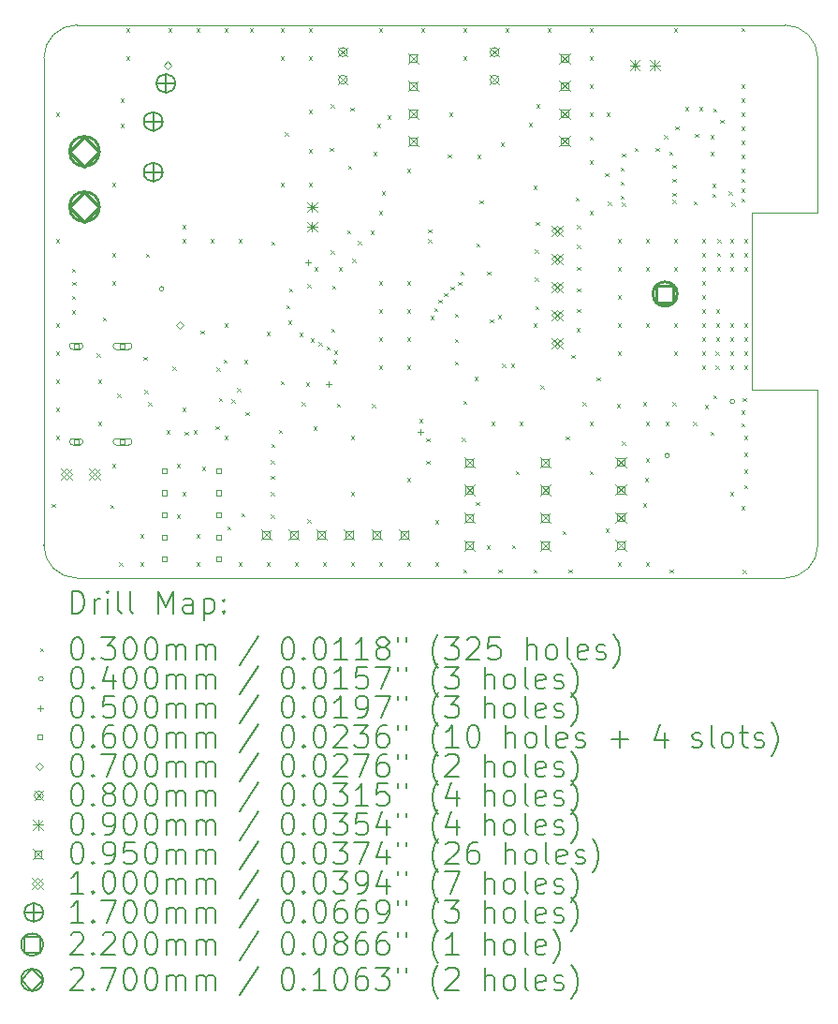
<source format=gbr>
%TF.GenerationSoftware,KiCad,Pcbnew,8.0.7*%
%TF.CreationDate,2025-02-04T22:27:12+09:00*%
%TF.ProjectId,GN10Mainboard,474e3130-4d61-4696-9e62-6f6172642e6b,rev?*%
%TF.SameCoordinates,Original*%
%TF.FileFunction,Drillmap*%
%TF.FilePolarity,Positive*%
%FSLAX45Y45*%
G04 Gerber Fmt 4.5, Leading zero omitted, Abs format (unit mm)*
G04 Created by KiCad (PCBNEW 8.0.7) date 2025-02-04 22:27:12*
%MOMM*%
%LPD*%
G01*
G04 APERTURE LIST*
%ADD10C,0.100000*%
%ADD11C,0.200000*%
%ADD12C,0.170000*%
%ADD13C,0.220000*%
%ADD14C,0.270000*%
G04 APERTURE END LIST*
D10*
X13000000Y-14700000D02*
X13000000Y-10300000D01*
X20000000Y-10300000D02*
X20000000Y-11700000D01*
X13300000Y-10000000D02*
X19700000Y-10000000D01*
X19400000Y-13300000D02*
X20000000Y-13300000D01*
X13000000Y-10300000D02*
G75*
G02*
X13300000Y-10000000I300000J0D01*
G01*
X20000000Y-11700000D02*
X19400000Y-11700000D01*
X13300000Y-15000000D02*
G75*
G02*
X13000000Y-14700000I0J300000D01*
G01*
X19700000Y-10000000D02*
G75*
G02*
X20000000Y-10300000I0J-300000D01*
G01*
X19700000Y-15000000D02*
X13300000Y-15000000D01*
X20000000Y-13300000D02*
X20000000Y-14700000D01*
X20000000Y-14700000D02*
G75*
G02*
X19700000Y-15000000I-300000J0D01*
G01*
X19400000Y-11700000D02*
X19400000Y-13300000D01*
D11*
D10*
X13071360Y-14327140D02*
X13101360Y-14357140D01*
X13101360Y-14327140D02*
X13071360Y-14357140D01*
X13112000Y-10794000D02*
X13142000Y-10824000D01*
X13142000Y-10794000D02*
X13112000Y-10824000D01*
X13112000Y-11937000D02*
X13142000Y-11967000D01*
X13142000Y-11937000D02*
X13112000Y-11967000D01*
X13112000Y-12699000D02*
X13142000Y-12729000D01*
X13142000Y-12699000D02*
X13112000Y-12729000D01*
X13112000Y-12953000D02*
X13142000Y-12983000D01*
X13142000Y-12953000D02*
X13112000Y-12983000D01*
X13112000Y-13207000D02*
X13142000Y-13237000D01*
X13142000Y-13207000D02*
X13112000Y-13237000D01*
X13112000Y-13461000D02*
X13142000Y-13491000D01*
X13142000Y-13461000D02*
X13112000Y-13491000D01*
X13112000Y-13715000D02*
X13142000Y-13745000D01*
X13142000Y-13715000D02*
X13112000Y-13745000D01*
X13254240Y-12203700D02*
X13284240Y-12233700D01*
X13284240Y-12203700D02*
X13254240Y-12233700D01*
X13254240Y-12450080D02*
X13284240Y-12480080D01*
X13284240Y-12450080D02*
X13254240Y-12480080D01*
X13254240Y-12579620D02*
X13284240Y-12609620D01*
X13284240Y-12579620D02*
X13254240Y-12609620D01*
X13256780Y-12320540D02*
X13286780Y-12350540D01*
X13286780Y-12320540D02*
X13256780Y-12350540D01*
X13478500Y-12968240D02*
X13508500Y-12998240D01*
X13508500Y-12968240D02*
X13478500Y-12998240D01*
X13493000Y-13207000D02*
X13523000Y-13237000D01*
X13523000Y-13207000D02*
X13493000Y-13237000D01*
X13493000Y-13588000D02*
X13523000Y-13618000D01*
X13523000Y-13588000D02*
X13493000Y-13618000D01*
X13533640Y-12643120D02*
X13563640Y-12673120D01*
X13563640Y-12643120D02*
X13533640Y-12673120D01*
X13602220Y-14334760D02*
X13632220Y-14364760D01*
X13632220Y-14334760D02*
X13602220Y-14364760D01*
X13620000Y-11429000D02*
X13650000Y-11459000D01*
X13650000Y-11429000D02*
X13620000Y-11459000D01*
X13620000Y-12064000D02*
X13650000Y-12094000D01*
X13650000Y-12064000D02*
X13620000Y-12094000D01*
X13620000Y-12318000D02*
X13650000Y-12348000D01*
X13650000Y-12318000D02*
X13620000Y-12348000D01*
X13620000Y-13969000D02*
X13650000Y-13999000D01*
X13650000Y-13969000D02*
X13620000Y-13999000D01*
X13665500Y-13334000D02*
X13695500Y-13364000D01*
X13695500Y-13334000D02*
X13665500Y-13364000D01*
X13683500Y-14858000D02*
X13713500Y-14888000D01*
X13713500Y-14858000D02*
X13683500Y-14888000D01*
X13696200Y-10667000D02*
X13726200Y-10697000D01*
X13726200Y-10667000D02*
X13696200Y-10697000D01*
X13696200Y-10895600D02*
X13726200Y-10925600D01*
X13726200Y-10895600D02*
X13696200Y-10925600D01*
X13747000Y-10032000D02*
X13777000Y-10062000D01*
X13777000Y-10032000D02*
X13747000Y-10062000D01*
X13747000Y-10286000D02*
X13777000Y-10316000D01*
X13777000Y-10286000D02*
X13747000Y-10316000D01*
X13874000Y-14604000D02*
X13904000Y-14634000D01*
X13904000Y-14604000D02*
X13874000Y-14634000D01*
X13874000Y-14858000D02*
X13904000Y-14888000D01*
X13904000Y-14858000D02*
X13874000Y-14888000D01*
X13902758Y-12997205D02*
X13932758Y-13027205D01*
X13932758Y-12997205D02*
X13902758Y-13027205D01*
X13910500Y-13298440D02*
X13940500Y-13328440D01*
X13940500Y-13298440D02*
X13910500Y-13328440D01*
X13924800Y-12069080D02*
X13954800Y-12099080D01*
X13954800Y-12069080D02*
X13924800Y-12099080D01*
X13942580Y-13407660D02*
X13972580Y-13437660D01*
X13972580Y-13407660D02*
X13942580Y-13437660D01*
X14107680Y-13664200D02*
X14137680Y-13694200D01*
X14137680Y-13664200D02*
X14107680Y-13694200D01*
X14128000Y-10032000D02*
X14158000Y-10062000D01*
X14158000Y-10032000D02*
X14128000Y-10062000D01*
X14166100Y-13087620D02*
X14196100Y-13117620D01*
X14196100Y-13087620D02*
X14166100Y-13117620D01*
X14204200Y-13969000D02*
X14234200Y-13999000D01*
X14234200Y-13969000D02*
X14204200Y-13999000D01*
X14204200Y-14426200D02*
X14234200Y-14456200D01*
X14234200Y-14426200D02*
X14204200Y-14456200D01*
X14255000Y-11810000D02*
X14285000Y-11840000D01*
X14285000Y-11810000D02*
X14255000Y-11840000D01*
X14255000Y-11937000D02*
X14285000Y-11967000D01*
X14285000Y-11937000D02*
X14255000Y-11967000D01*
X14255000Y-13461000D02*
X14285000Y-13491000D01*
X14285000Y-13461000D02*
X14255000Y-13491000D01*
X14255000Y-14223000D02*
X14285000Y-14253000D01*
X14285000Y-14223000D02*
X14255000Y-14253000D01*
X14272780Y-13674360D02*
X14302780Y-13704360D01*
X14302780Y-13674360D02*
X14272780Y-13704360D01*
X14356600Y-13661660D02*
X14386600Y-13691660D01*
X14386600Y-13661660D02*
X14356600Y-13691660D01*
X14382000Y-10032000D02*
X14412000Y-10062000D01*
X14412000Y-10032000D02*
X14382000Y-10062000D01*
X14382000Y-14604000D02*
X14412000Y-14634000D01*
X14412000Y-14604000D02*
X14382000Y-14634000D01*
X14382000Y-14858000D02*
X14412000Y-14888000D01*
X14412000Y-14858000D02*
X14382000Y-14888000D01*
X14420100Y-12762500D02*
X14450100Y-12792500D01*
X14450100Y-12762500D02*
X14420100Y-12792500D01*
X14432800Y-13994400D02*
X14462800Y-14024400D01*
X14462800Y-13994400D02*
X14432800Y-14024400D01*
X14509000Y-11937000D02*
X14539000Y-11967000D01*
X14539000Y-11937000D02*
X14509000Y-11967000D01*
X14554506Y-13625100D02*
X14584506Y-13655100D01*
X14584506Y-13625100D02*
X14554506Y-13655100D01*
X14562411Y-13096686D02*
X14592411Y-13126686D01*
X14592411Y-13096686D02*
X14562411Y-13126686D01*
X14585200Y-13372100D02*
X14615200Y-13402100D01*
X14615200Y-13372100D02*
X14585200Y-13402100D01*
X14624911Y-13022104D02*
X14654911Y-13052104D01*
X14654911Y-13022104D02*
X14624911Y-13052104D01*
X14636000Y-10032000D02*
X14666000Y-10062000D01*
X14666000Y-10032000D02*
X14636000Y-10062000D01*
X14636000Y-12699000D02*
X14666000Y-12729000D01*
X14666000Y-12699000D02*
X14636000Y-12729000D01*
X14636000Y-13715000D02*
X14666000Y-13745000D01*
X14666000Y-13715000D02*
X14636000Y-13745000D01*
X14661400Y-14532880D02*
X14691400Y-14562880D01*
X14691400Y-14532880D02*
X14661400Y-14562880D01*
X14699500Y-13384800D02*
X14729500Y-13414800D01*
X14729500Y-13384800D02*
X14699500Y-13414800D01*
X14750300Y-13283200D02*
X14780300Y-13313200D01*
X14780300Y-13283200D02*
X14750300Y-13313200D01*
X14763000Y-11937000D02*
X14793000Y-11967000D01*
X14793000Y-11937000D02*
X14763000Y-11967000D01*
X14763000Y-14858000D02*
X14793000Y-14888000D01*
X14793000Y-14858000D02*
X14763000Y-14888000D01*
X14788400Y-14413500D02*
X14818400Y-14443500D01*
X14818400Y-14413500D02*
X14788400Y-14443500D01*
X14813800Y-13029200D02*
X14843800Y-13059200D01*
X14843800Y-13029200D02*
X14813800Y-13059200D01*
X14826500Y-13499100D02*
X14856500Y-13529100D01*
X14856500Y-13499100D02*
X14826500Y-13529100D01*
X14864600Y-10032000D02*
X14894600Y-10062000D01*
X14894600Y-10032000D02*
X14864600Y-10062000D01*
X15017000Y-12775200D02*
X15047000Y-12805200D01*
X15047000Y-12775200D02*
X15017000Y-12805200D01*
X15017000Y-14858000D02*
X15047000Y-14888000D01*
X15047000Y-14858000D02*
X15017000Y-14888000D01*
X15052560Y-14423660D02*
X15082560Y-14453660D01*
X15082560Y-14423660D02*
X15052560Y-14453660D01*
X15054600Y-14075394D02*
X15084600Y-14105394D01*
X15084600Y-14075394D02*
X15054600Y-14105394D01*
X15054600Y-14220666D02*
X15084600Y-14250666D01*
X15084600Y-14220666D02*
X15054600Y-14250666D01*
X15055471Y-13935700D02*
X15085471Y-13965700D01*
X15085471Y-13935700D02*
X15055471Y-13965700D01*
X15055798Y-13784261D02*
X15085798Y-13814261D01*
X15085798Y-13784261D02*
X15055798Y-13814261D01*
X15057640Y-11957320D02*
X15087640Y-11987320D01*
X15087640Y-11957320D02*
X15057640Y-11987320D01*
X15123680Y-13659120D02*
X15153680Y-13689120D01*
X15153680Y-13659120D02*
X15123680Y-13689120D01*
X15141460Y-13219700D02*
X15171460Y-13249700D01*
X15171460Y-13219700D02*
X15141460Y-13249700D01*
X15144000Y-10032000D02*
X15174000Y-10062000D01*
X15174000Y-10032000D02*
X15144000Y-10062000D01*
X15144000Y-10286000D02*
X15174000Y-10316000D01*
X15174000Y-10286000D02*
X15144000Y-10316000D01*
X15144000Y-11429000D02*
X15174000Y-11459000D01*
X15174000Y-11429000D02*
X15144000Y-11459000D01*
X15182100Y-10971800D02*
X15212100Y-11001800D01*
X15212100Y-10971800D02*
X15182100Y-11001800D01*
X15194800Y-12533900D02*
X15224800Y-12563900D01*
X15224800Y-12533900D02*
X15194800Y-12563900D01*
X15210040Y-12673600D02*
X15240040Y-12703600D01*
X15240040Y-12673600D02*
X15210040Y-12703600D01*
X15220200Y-12381500D02*
X15250200Y-12411500D01*
X15250200Y-12381500D02*
X15220200Y-12411500D01*
X15271000Y-14858000D02*
X15301000Y-14888000D01*
X15301000Y-14858000D02*
X15271000Y-14888000D01*
X15311640Y-12782820D02*
X15341640Y-12812820D01*
X15341640Y-12782820D02*
X15311640Y-12812820D01*
X15334500Y-13410200D02*
X15364500Y-13440200D01*
X15364500Y-13410200D02*
X15334500Y-13440200D01*
X15372600Y-13232400D02*
X15402600Y-13262400D01*
X15402600Y-13232400D02*
X15372600Y-13262400D01*
X15385300Y-12343400D02*
X15415300Y-12373400D01*
X15415300Y-12343400D02*
X15385300Y-12373400D01*
X15385300Y-14466840D02*
X15415300Y-14496840D01*
X15415300Y-14466840D02*
X15385300Y-14496840D01*
X15398000Y-10032000D02*
X15428000Y-10062000D01*
X15428000Y-10032000D02*
X15398000Y-10062000D01*
X15398000Y-10286000D02*
X15428000Y-10316000D01*
X15428000Y-10286000D02*
X15398000Y-10316000D01*
X15398000Y-10768600D02*
X15428000Y-10798600D01*
X15428000Y-10768600D02*
X15398000Y-10798600D01*
X15398000Y-11124200D02*
X15428000Y-11154200D01*
X15428000Y-11124200D02*
X15398000Y-11154200D01*
X15398000Y-11429000D02*
X15428000Y-11459000D01*
X15428000Y-11429000D02*
X15398000Y-11459000D01*
X15412791Y-12835060D02*
X15442791Y-12865060D01*
X15442791Y-12835060D02*
X15412791Y-12865060D01*
X15438640Y-13631180D02*
X15468640Y-13661180D01*
X15468640Y-13631180D02*
X15438640Y-13661180D01*
X15448800Y-12191000D02*
X15478800Y-12221000D01*
X15478800Y-12191000D02*
X15448800Y-12221000D01*
X15485893Y-12868454D02*
X15515893Y-12898454D01*
X15515893Y-12868454D02*
X15485893Y-12898454D01*
X15525000Y-14858000D02*
X15555000Y-14888000D01*
X15555000Y-14858000D02*
X15525000Y-14888000D01*
X15556854Y-12905393D02*
X15586854Y-12935393D01*
X15586854Y-12905393D02*
X15556854Y-12935393D01*
X15588500Y-11111500D02*
X15618500Y-11141500D01*
X15618500Y-11111500D02*
X15588500Y-11141500D01*
X15596120Y-10715260D02*
X15626120Y-10745260D01*
X15626120Y-10715260D02*
X15596120Y-10745260D01*
X15596120Y-12038600D02*
X15626120Y-12068600D01*
X15626120Y-12038600D02*
X15596120Y-12068600D01*
X15601200Y-12744720D02*
X15631200Y-12774720D01*
X15631200Y-12744720D02*
X15601200Y-12774720D01*
X15606280Y-12353560D02*
X15636280Y-12383560D01*
X15636280Y-12353560D02*
X15606280Y-12383560D01*
X15616440Y-13029200D02*
X15646440Y-13059200D01*
X15646440Y-13029200D02*
X15616440Y-13059200D01*
X15626600Y-12944580D02*
X15656600Y-12974580D01*
X15656600Y-12944580D02*
X15626600Y-12974580D01*
X15652000Y-13420360D02*
X15682000Y-13450360D01*
X15682000Y-13420360D02*
X15652000Y-13450360D01*
X15667240Y-12188460D02*
X15697240Y-12218460D01*
X15697240Y-12188460D02*
X15667240Y-12218460D01*
X15743440Y-11855720D02*
X15773440Y-11885720D01*
X15773440Y-11855720D02*
X15743440Y-11885720D01*
X15753305Y-11271267D02*
X15783305Y-11301267D01*
X15783305Y-11271267D02*
X15753305Y-11301267D01*
X15773920Y-10748280D02*
X15803920Y-10778280D01*
X15803920Y-10748280D02*
X15773920Y-10778280D01*
X15779000Y-13715000D02*
X15809000Y-13745000D01*
X15809000Y-13715000D02*
X15779000Y-13745000D01*
X15779000Y-14223000D02*
X15809000Y-14253000D01*
X15809000Y-14223000D02*
X15779000Y-14253000D01*
X15779000Y-14858000D02*
X15809000Y-14888000D01*
X15809000Y-14858000D02*
X15779000Y-14888000D01*
X15789160Y-12114800D02*
X15819160Y-12144800D01*
X15819160Y-12114800D02*
X15789160Y-12144800D01*
X15839960Y-11952240D02*
X15869960Y-11982240D01*
X15869960Y-11952240D02*
X15839960Y-11982240D01*
X15956800Y-11860800D02*
X15986800Y-11890800D01*
X15986800Y-11860800D02*
X15956800Y-11890800D01*
X15966960Y-13425440D02*
X15996960Y-13455440D01*
X15996960Y-13425440D02*
X15966960Y-13455440D01*
X15982200Y-11149600D02*
X16012200Y-11179600D01*
X16012200Y-11149600D02*
X15982200Y-11179600D01*
X16012680Y-10893060D02*
X16042680Y-10923060D01*
X16042680Y-10893060D02*
X16012680Y-10923060D01*
X16033000Y-10032000D02*
X16063000Y-10062000D01*
X16063000Y-10032000D02*
X16033000Y-10062000D01*
X16033000Y-11683000D02*
X16063000Y-11713000D01*
X16063000Y-11683000D02*
X16033000Y-11713000D01*
X16033000Y-12318000D02*
X16063000Y-12348000D01*
X16063000Y-12318000D02*
X16033000Y-12348000D01*
X16033000Y-12572000D02*
X16063000Y-12602000D01*
X16063000Y-12572000D02*
X16033000Y-12602000D01*
X16033000Y-12826000D02*
X16063000Y-12856000D01*
X16063000Y-12826000D02*
X16033000Y-12856000D01*
X16033000Y-13080000D02*
X16063000Y-13110000D01*
X16063000Y-13080000D02*
X16033000Y-13110000D01*
X16033000Y-14858000D02*
X16063000Y-14888000D01*
X16063000Y-14858000D02*
X16033000Y-14888000D01*
X16058400Y-11505200D02*
X16088400Y-11535200D01*
X16088400Y-11505200D02*
X16058400Y-11535200D01*
X16109200Y-10819400D02*
X16139200Y-10849400D01*
X16139200Y-10819400D02*
X16109200Y-10849400D01*
X16287000Y-11302000D02*
X16317000Y-11332000D01*
X16317000Y-11302000D02*
X16287000Y-11332000D01*
X16287000Y-12318000D02*
X16317000Y-12348000D01*
X16317000Y-12318000D02*
X16287000Y-12348000D01*
X16287000Y-12572000D02*
X16317000Y-12602000D01*
X16317000Y-12572000D02*
X16287000Y-12602000D01*
X16287000Y-12826000D02*
X16317000Y-12856000D01*
X16317000Y-12826000D02*
X16287000Y-12856000D01*
X16287000Y-13080000D02*
X16317000Y-13110000D01*
X16317000Y-13080000D02*
X16287000Y-13110000D01*
X16287000Y-14096000D02*
X16317000Y-14126000D01*
X16317000Y-14096000D02*
X16287000Y-14126000D01*
X16287000Y-14858000D02*
X16317000Y-14888000D01*
X16317000Y-14858000D02*
X16287000Y-14888000D01*
X16393680Y-13562600D02*
X16423680Y-13592600D01*
X16423680Y-13562600D02*
X16393680Y-13592600D01*
X16414000Y-10032000D02*
X16444000Y-10062000D01*
X16444000Y-10032000D02*
X16414000Y-10062000D01*
X16459720Y-13735320D02*
X16489720Y-13765320D01*
X16489720Y-13735320D02*
X16459720Y-13765320D01*
X16459720Y-13938520D02*
X16489720Y-13968520D01*
X16489720Y-13938520D02*
X16459720Y-13968520D01*
X16477500Y-11848100D02*
X16507500Y-11878100D01*
X16507500Y-11848100D02*
X16477500Y-11878100D01*
X16477500Y-11937000D02*
X16507500Y-11967000D01*
X16507500Y-11937000D02*
X16477500Y-11967000D01*
X16496720Y-12631181D02*
X16526720Y-12661181D01*
X16526720Y-12631181D02*
X16496720Y-12661181D01*
X16531960Y-12558271D02*
X16561960Y-12588271D01*
X16561960Y-12558271D02*
X16531960Y-12588271D01*
X16541000Y-14477000D02*
X16571000Y-14507000D01*
X16571000Y-14477000D02*
X16541000Y-14507000D01*
X16541000Y-14858000D02*
X16571000Y-14888000D01*
X16571000Y-14858000D02*
X16541000Y-14888000D01*
X16567200Y-12480466D02*
X16597200Y-12510466D01*
X16597200Y-12480466D02*
X16567200Y-12510466D01*
X16621099Y-12421175D02*
X16651099Y-12451175D01*
X16651099Y-12421175D02*
X16621099Y-12451175D01*
X16652760Y-11169920D02*
X16682760Y-11199920D01*
X16682760Y-11169920D02*
X16652760Y-11199920D01*
X16668000Y-10794000D02*
X16698000Y-10824000D01*
X16698000Y-10794000D02*
X16668000Y-10824000D01*
X16678719Y-12362648D02*
X16708719Y-12392648D01*
X16708719Y-12362648D02*
X16678719Y-12392648D01*
X16718800Y-12610100D02*
X16748800Y-12640100D01*
X16748800Y-12610100D02*
X16718800Y-12640100D01*
X16718800Y-12838700D02*
X16748800Y-12868700D01*
X16748800Y-12838700D02*
X16718800Y-12868700D01*
X16718800Y-13041900D02*
X16748800Y-13071900D01*
X16748800Y-13041900D02*
X16718800Y-13071900D01*
X16746740Y-12320540D02*
X16776740Y-12350540D01*
X16776740Y-12320540D02*
X16746740Y-12350540D01*
X16769600Y-12226560D02*
X16799600Y-12256560D01*
X16799600Y-12226560D02*
X16769600Y-12256560D01*
X16779760Y-13730240D02*
X16809760Y-13760240D01*
X16809760Y-13730240D02*
X16779760Y-13760240D01*
X16795000Y-10032000D02*
X16825000Y-10062000D01*
X16825000Y-10032000D02*
X16795000Y-10062000D01*
X16795000Y-10286000D02*
X16825000Y-10316000D01*
X16825000Y-10286000D02*
X16795000Y-10316000D01*
X16795000Y-13397500D02*
X16825000Y-13427500D01*
X16825000Y-13397500D02*
X16795000Y-13427500D01*
X16795000Y-14921500D02*
X16825000Y-14951500D01*
X16825000Y-14921500D02*
X16795000Y-14951500D01*
X16896600Y-13181600D02*
X16926600Y-13211600D01*
X16926600Y-13181600D02*
X16896600Y-13211600D01*
X16906760Y-14309360D02*
X16936760Y-14339360D01*
X16936760Y-14309360D02*
X16906760Y-14339360D01*
X16911840Y-11972560D02*
X16941840Y-12002560D01*
X16941840Y-11972560D02*
X16911840Y-12002560D01*
X16922000Y-11175000D02*
X16952000Y-11205000D01*
X16952000Y-11175000D02*
X16922000Y-11205000D01*
X16942320Y-11586480D02*
X16972320Y-11616480D01*
X16972320Y-11586480D02*
X16942320Y-11616480D01*
X17003280Y-14705600D02*
X17033280Y-14735600D01*
X17033280Y-14705600D02*
X17003280Y-14735600D01*
X17008360Y-12226560D02*
X17038360Y-12256560D01*
X17038360Y-12226560D02*
X17008360Y-12256560D01*
X17033982Y-12658582D02*
X17063982Y-12688582D01*
X17063982Y-12658582D02*
X17033982Y-12688582D01*
X17049000Y-13588000D02*
X17079000Y-13618000D01*
X17079000Y-13588000D02*
X17049000Y-13618000D01*
X17105402Y-12622537D02*
X17135402Y-12652537D01*
X17135402Y-12622537D02*
X17105402Y-12652537D01*
X17112500Y-14921500D02*
X17142500Y-14951500D01*
X17142500Y-14921500D02*
X17112500Y-14951500D01*
X17130280Y-11063240D02*
X17160280Y-11093240D01*
X17160280Y-11063240D02*
X17130280Y-11093240D01*
X17145500Y-13062042D02*
X17175500Y-13092042D01*
X17175500Y-13062042D02*
X17145500Y-13092042D01*
X17176000Y-10032000D02*
X17206000Y-10062000D01*
X17206000Y-10032000D02*
X17176000Y-10062000D01*
X17225805Y-13063215D02*
X17255805Y-13093215D01*
X17255805Y-13063215D02*
X17225805Y-13093215D01*
X17231880Y-14700520D02*
X17261880Y-14730520D01*
X17261880Y-14700520D02*
X17231880Y-14730520D01*
X17267440Y-14029960D02*
X17297440Y-14059960D01*
X17297440Y-14029960D02*
X17267440Y-14059960D01*
X17303000Y-13588000D02*
X17333000Y-13618000D01*
X17333000Y-13588000D02*
X17303000Y-13618000D01*
X17386820Y-10887980D02*
X17416820Y-10917980D01*
X17416820Y-10887980D02*
X17386820Y-10917980D01*
X17430000Y-11454400D02*
X17460000Y-11484400D01*
X17460000Y-11454400D02*
X17430000Y-11484400D01*
X17430000Y-12699000D02*
X17460000Y-12729000D01*
X17460000Y-12699000D02*
X17430000Y-12729000D01*
X17430000Y-14921500D02*
X17460000Y-14951500D01*
X17460000Y-14921500D02*
X17430000Y-14951500D01*
X17440160Y-12028440D02*
X17470160Y-12058440D01*
X17470160Y-12028440D02*
X17440160Y-12058440D01*
X17440160Y-12282440D02*
X17470160Y-12312440D01*
X17470160Y-12282440D02*
X17440160Y-12312440D01*
X17445240Y-12541520D02*
X17475240Y-12571520D01*
X17475240Y-12541520D02*
X17445240Y-12571520D01*
X17450320Y-11779520D02*
X17480320Y-11809520D01*
X17480320Y-11779520D02*
X17450320Y-11809520D01*
X17455400Y-10717800D02*
X17485400Y-10747800D01*
X17485400Y-10717800D02*
X17455400Y-10747800D01*
X17493817Y-13257070D02*
X17523817Y-13287070D01*
X17523817Y-13257070D02*
X17493817Y-13287070D01*
X17557000Y-10032000D02*
X17587000Y-10062000D01*
X17587000Y-10032000D02*
X17557000Y-10062000D01*
X17689080Y-14573520D02*
X17719080Y-14603520D01*
X17719080Y-14573520D02*
X17689080Y-14603520D01*
X17719560Y-13720080D02*
X17749560Y-13750080D01*
X17749560Y-13720080D02*
X17719560Y-13750080D01*
X17747500Y-14921500D02*
X17777500Y-14951500D01*
X17777500Y-14921500D02*
X17747500Y-14951500D01*
X17772900Y-12983480D02*
X17802900Y-13013480D01*
X17802900Y-12983480D02*
X17772900Y-13013480D01*
X17811000Y-11561080D02*
X17841000Y-11591080D01*
X17841000Y-11561080D02*
X17811000Y-11591080D01*
X17816080Y-12739640D02*
X17846080Y-12769640D01*
X17846080Y-12739640D02*
X17816080Y-12769640D01*
X17821160Y-12566920D02*
X17851160Y-12596920D01*
X17851160Y-12566920D02*
X17821160Y-12596920D01*
X17823200Y-11987800D02*
X17853200Y-12017800D01*
X17853200Y-11987800D02*
X17823200Y-12017800D01*
X17823200Y-12185920D02*
X17853200Y-12215920D01*
X17853200Y-12185920D02*
X17823200Y-12215920D01*
X17823700Y-11810000D02*
X17853700Y-11840000D01*
X17853700Y-11810000D02*
X17823700Y-11840000D01*
X17823700Y-12381500D02*
X17853700Y-12411500D01*
X17853700Y-12381500D02*
X17823700Y-12411500D01*
X17874500Y-13410200D02*
X17904500Y-13440200D01*
X17904500Y-13410200D02*
X17874500Y-13440200D01*
X17938000Y-10032000D02*
X17968000Y-10062000D01*
X17968000Y-10032000D02*
X17938000Y-10062000D01*
X17938000Y-10286000D02*
X17968000Y-10316000D01*
X17968000Y-10286000D02*
X17938000Y-10316000D01*
X17938000Y-10540000D02*
X17968000Y-10570000D01*
X17968000Y-10540000D02*
X17938000Y-10570000D01*
X17938000Y-10794000D02*
X17968000Y-10824000D01*
X17968000Y-10794000D02*
X17938000Y-10824000D01*
X17938000Y-11009900D02*
X17968000Y-11039900D01*
X17968000Y-11009900D02*
X17938000Y-11039900D01*
X17938000Y-11225800D02*
X17968000Y-11255800D01*
X17968000Y-11225800D02*
X17938000Y-11255800D01*
X17938000Y-11683000D02*
X17968000Y-11713000D01*
X17968000Y-11683000D02*
X17938000Y-11713000D01*
X17938000Y-13588000D02*
X17968000Y-13618000D01*
X17968000Y-13588000D02*
X17938000Y-13618000D01*
X17938000Y-14032500D02*
X17968000Y-14062500D01*
X17968000Y-14032500D02*
X17938000Y-14062500D01*
X17998960Y-13186680D02*
X18028960Y-13216680D01*
X18028960Y-13186680D02*
X17998960Y-13216680D01*
X18077700Y-11340100D02*
X18107700Y-11370100D01*
X18107700Y-11340100D02*
X18077700Y-11370100D01*
X18080240Y-14553200D02*
X18110240Y-14583200D01*
X18110240Y-14553200D02*
X18080240Y-14583200D01*
X18090400Y-10794000D02*
X18120400Y-10824000D01*
X18120400Y-10794000D02*
X18090400Y-10824000D01*
X18103100Y-11599180D02*
X18133100Y-11629180D01*
X18133100Y-11599180D02*
X18103100Y-11629180D01*
X18181840Y-13425440D02*
X18211840Y-13455440D01*
X18211840Y-13425440D02*
X18181840Y-13455440D01*
X18192000Y-11937000D02*
X18222000Y-11967000D01*
X18222000Y-11937000D02*
X18192000Y-11967000D01*
X18192000Y-12191000D02*
X18222000Y-12221000D01*
X18222000Y-12191000D02*
X18192000Y-12221000D01*
X18192000Y-12445000D02*
X18222000Y-12475000D01*
X18222000Y-12445000D02*
X18192000Y-12475000D01*
X18192000Y-12699000D02*
X18222000Y-12729000D01*
X18222000Y-12699000D02*
X18192000Y-12729000D01*
X18192000Y-12953000D02*
X18222000Y-12983000D01*
X18222000Y-12953000D02*
X18192000Y-12983000D01*
X18192000Y-14858000D02*
X18222000Y-14888000D01*
X18222000Y-14858000D02*
X18192000Y-14888000D01*
X18217400Y-11289300D02*
X18247400Y-11319300D01*
X18247400Y-11289300D02*
X18217400Y-11319300D01*
X18217400Y-11416300D02*
X18247400Y-11446300D01*
X18247400Y-11416300D02*
X18217400Y-11446300D01*
X18217400Y-11543300D02*
X18247400Y-11573300D01*
X18247400Y-11543300D02*
X18217400Y-11573300D01*
X18230100Y-11162300D02*
X18260100Y-11192300D01*
X18260100Y-11162300D02*
X18230100Y-11192300D01*
X18230100Y-11606800D02*
X18260100Y-11636800D01*
X18260100Y-11606800D02*
X18230100Y-11636800D01*
X18230100Y-13765800D02*
X18260100Y-13795800D01*
X18260100Y-13765800D02*
X18230100Y-13795800D01*
X18344400Y-11111500D02*
X18374400Y-11141500D01*
X18374400Y-11111500D02*
X18344400Y-11141500D01*
X18420600Y-13410200D02*
X18450600Y-13440200D01*
X18450600Y-13410200D02*
X18420600Y-13440200D01*
X18420600Y-14324600D02*
X18450600Y-14354600D01*
X18450600Y-14324600D02*
X18420600Y-14354600D01*
X18435840Y-14096000D02*
X18465840Y-14126000D01*
X18465840Y-14096000D02*
X18435840Y-14126000D01*
X18446000Y-11937000D02*
X18476000Y-11967000D01*
X18476000Y-11937000D02*
X18446000Y-11967000D01*
X18446000Y-12191000D02*
X18476000Y-12221000D01*
X18476000Y-12191000D02*
X18446000Y-12221000D01*
X18446000Y-12699000D02*
X18476000Y-12729000D01*
X18476000Y-12699000D02*
X18446000Y-12729000D01*
X18446000Y-13588000D02*
X18476000Y-13618000D01*
X18476000Y-13588000D02*
X18446000Y-13618000D01*
X18446000Y-13918200D02*
X18476000Y-13948200D01*
X18476000Y-13918200D02*
X18446000Y-13948200D01*
X18446000Y-14858000D02*
X18476000Y-14888000D01*
X18476000Y-14858000D02*
X18446000Y-14888000D01*
X18534900Y-11111500D02*
X18564900Y-11141500D01*
X18564900Y-11111500D02*
X18534900Y-11141500D01*
X18611100Y-10997200D02*
X18641100Y-11027200D01*
X18641100Y-10997200D02*
X18611100Y-11027200D01*
X18623800Y-13588000D02*
X18653800Y-13618000D01*
X18653800Y-13588000D02*
X18623800Y-13618000D01*
X18655550Y-11143250D02*
X18685550Y-11173250D01*
X18685550Y-11143250D02*
X18655550Y-11173250D01*
X18659360Y-14918960D02*
X18689360Y-14948960D01*
X18689360Y-14918960D02*
X18659360Y-14948960D01*
X18687300Y-11263900D02*
X18717300Y-11293900D01*
X18717300Y-11263900D02*
X18687300Y-11293900D01*
X18687300Y-11390900D02*
X18717300Y-11420900D01*
X18717300Y-11390900D02*
X18687300Y-11420900D01*
X18687300Y-11517900D02*
X18717300Y-11547900D01*
X18717300Y-11517900D02*
X18687300Y-11547900D01*
X18687300Y-11581400D02*
X18717300Y-11611400D01*
X18717300Y-11581400D02*
X18687300Y-11611400D01*
X18687300Y-13410200D02*
X18717300Y-13440200D01*
X18717300Y-13410200D02*
X18687300Y-13440200D01*
X18700000Y-10032000D02*
X18730000Y-10062000D01*
X18730000Y-10032000D02*
X18700000Y-10062000D01*
X18700000Y-11937000D02*
X18730000Y-11967000D01*
X18730000Y-11937000D02*
X18700000Y-11967000D01*
X18700000Y-12191000D02*
X18730000Y-12221000D01*
X18730000Y-12191000D02*
X18700000Y-12221000D01*
X18700000Y-12699000D02*
X18730000Y-12729000D01*
X18730000Y-12699000D02*
X18700000Y-12729000D01*
X18700000Y-12953000D02*
X18730000Y-12983000D01*
X18730000Y-12953000D02*
X18700000Y-12983000D01*
X18712700Y-10916000D02*
X18742700Y-10946000D01*
X18742700Y-10916000D02*
X18712700Y-10946000D01*
X18801600Y-10743200D02*
X18831600Y-10773200D01*
X18831600Y-10743200D02*
X18801600Y-10773200D01*
X18872720Y-13588000D02*
X18902720Y-13618000D01*
X18902720Y-13588000D02*
X18872720Y-13618000D01*
X18877800Y-11594100D02*
X18907800Y-11624100D01*
X18907800Y-11594100D02*
X18877800Y-11624100D01*
X18890500Y-10984500D02*
X18920500Y-11014500D01*
X18920500Y-10984500D02*
X18890500Y-11014500D01*
X18928600Y-10743200D02*
X18958600Y-10773200D01*
X18958600Y-10743200D02*
X18928600Y-10773200D01*
X18954000Y-11937000D02*
X18984000Y-11967000D01*
X18984000Y-11937000D02*
X18954000Y-11967000D01*
X18954000Y-12064000D02*
X18984000Y-12094000D01*
X18984000Y-12064000D02*
X18954000Y-12094000D01*
X18954000Y-12191000D02*
X18984000Y-12221000D01*
X18984000Y-12191000D02*
X18954000Y-12221000D01*
X18954000Y-12318000D02*
X18984000Y-12348000D01*
X18984000Y-12318000D02*
X18954000Y-12348000D01*
X18954000Y-12445000D02*
X18984000Y-12475000D01*
X18984000Y-12445000D02*
X18954000Y-12475000D01*
X18954000Y-12572000D02*
X18984000Y-12602000D01*
X18984000Y-12572000D02*
X18954000Y-12602000D01*
X18954000Y-12699000D02*
X18984000Y-12729000D01*
X18984000Y-12699000D02*
X18954000Y-12729000D01*
X18954000Y-12826000D02*
X18984000Y-12856000D01*
X18984000Y-12826000D02*
X18954000Y-12856000D01*
X18954000Y-12953000D02*
X18984000Y-12983000D01*
X18984000Y-12953000D02*
X18954000Y-12983000D01*
X18954000Y-13080000D02*
X18984000Y-13110000D01*
X18984000Y-13080000D02*
X18954000Y-13110000D01*
X18979400Y-13435600D02*
X19009400Y-13465600D01*
X19009400Y-13435600D02*
X18979400Y-13465600D01*
X19030200Y-10997200D02*
X19060200Y-11027200D01*
X19060200Y-10997200D02*
X19030200Y-11027200D01*
X19030200Y-11149600D02*
X19060200Y-11179600D01*
X19060200Y-11149600D02*
X19030200Y-11179600D01*
X19030200Y-13676900D02*
X19060200Y-13706900D01*
X19060200Y-13676900D02*
X19030200Y-13706900D01*
X19045440Y-11436620D02*
X19075440Y-11466620D01*
X19075440Y-11436620D02*
X19045440Y-11466620D01*
X19045440Y-11525520D02*
X19075440Y-11555520D01*
X19075440Y-11525520D02*
X19045440Y-11555520D01*
X19053060Y-13346700D02*
X19083060Y-13376700D01*
X19083060Y-13346700D02*
X19053060Y-13376700D01*
X19055600Y-10755900D02*
X19085600Y-10785900D01*
X19085600Y-10755900D02*
X19055600Y-10785900D01*
X19075920Y-12953000D02*
X19105920Y-12983000D01*
X19105920Y-12953000D02*
X19075920Y-12983000D01*
X19075920Y-13080000D02*
X19105920Y-13110000D01*
X19105920Y-13080000D02*
X19075920Y-13110000D01*
X19081000Y-12572000D02*
X19111000Y-12602000D01*
X19111000Y-12572000D02*
X19081000Y-12602000D01*
X19081000Y-12699000D02*
X19111000Y-12729000D01*
X19111000Y-12699000D02*
X19081000Y-12729000D01*
X19081000Y-12826000D02*
X19111000Y-12856000D01*
X19111000Y-12826000D02*
X19081000Y-12856000D01*
X19086080Y-12058920D02*
X19116080Y-12088920D01*
X19116080Y-12058920D02*
X19086080Y-12088920D01*
X19086080Y-12191000D02*
X19116080Y-12221000D01*
X19116080Y-12191000D02*
X19086080Y-12221000D01*
X19091160Y-11937000D02*
X19121160Y-11967000D01*
X19121160Y-11937000D02*
X19091160Y-11967000D01*
X19119100Y-10857500D02*
X19149100Y-10887500D01*
X19149100Y-10857500D02*
X19119100Y-10887500D01*
X19195300Y-11505200D02*
X19225300Y-11535200D01*
X19225300Y-11505200D02*
X19195300Y-11535200D01*
X19208000Y-11937000D02*
X19238000Y-11967000D01*
X19238000Y-11937000D02*
X19208000Y-11967000D01*
X19208000Y-12064000D02*
X19238000Y-12094000D01*
X19238000Y-12064000D02*
X19208000Y-12094000D01*
X19208000Y-12191000D02*
X19238000Y-12221000D01*
X19238000Y-12191000D02*
X19208000Y-12221000D01*
X19208000Y-12699000D02*
X19238000Y-12729000D01*
X19238000Y-12699000D02*
X19208000Y-12729000D01*
X19208000Y-12826000D02*
X19238000Y-12856000D01*
X19238000Y-12826000D02*
X19208000Y-12856000D01*
X19208000Y-12953000D02*
X19238000Y-12983000D01*
X19238000Y-12953000D02*
X19208000Y-12983000D01*
X19208000Y-13080000D02*
X19238000Y-13110000D01*
X19238000Y-13080000D02*
X19208000Y-13110000D01*
X19208000Y-14223000D02*
X19238000Y-14253000D01*
X19238000Y-14223000D02*
X19208000Y-14253000D01*
X19220700Y-11606800D02*
X19250700Y-11636800D01*
X19250700Y-11606800D02*
X19220700Y-11636800D01*
X19309600Y-10026920D02*
X19339600Y-10056920D01*
X19339600Y-10026920D02*
X19309600Y-10056920D01*
X19309600Y-10540000D02*
X19339600Y-10570000D01*
X19339600Y-10540000D02*
X19309600Y-10570000D01*
X19309600Y-10667000D02*
X19339600Y-10697000D01*
X19339600Y-10667000D02*
X19309600Y-10697000D01*
X19309600Y-10794000D02*
X19339600Y-10824000D01*
X19339600Y-10794000D02*
X19309600Y-10824000D01*
X19309600Y-10921000D02*
X19339600Y-10951000D01*
X19339600Y-10921000D02*
X19309600Y-10951000D01*
X19309600Y-11048000D02*
X19339600Y-11078000D01*
X19339600Y-11048000D02*
X19309600Y-11078000D01*
X19309600Y-11175000D02*
X19339600Y-11205000D01*
X19339600Y-11175000D02*
X19309600Y-11205000D01*
X19309600Y-11302000D02*
X19339600Y-11332000D01*
X19339600Y-11302000D02*
X19309600Y-11332000D01*
X19309600Y-11390900D02*
X19339600Y-11420900D01*
X19339600Y-11390900D02*
X19309600Y-11420900D01*
X19309600Y-11479800D02*
X19339600Y-11509800D01*
X19339600Y-11479800D02*
X19309600Y-11509800D01*
X19309600Y-11568700D02*
X19339600Y-11598700D01*
X19339600Y-11568700D02*
X19309600Y-11598700D01*
X19309600Y-13486400D02*
X19339600Y-13516400D01*
X19339600Y-13486400D02*
X19309600Y-13516400D01*
X19309600Y-13600700D02*
X19339600Y-13630700D01*
X19339600Y-13600700D02*
X19309600Y-13630700D01*
X19309600Y-14350000D02*
X19339600Y-14380000D01*
X19339600Y-14350000D02*
X19309600Y-14380000D01*
X19319760Y-13369560D02*
X19349760Y-13399560D01*
X19349760Y-13369560D02*
X19319760Y-13399560D01*
X19319760Y-14924040D02*
X19349760Y-14954040D01*
X19349760Y-14924040D02*
X19319760Y-14954040D01*
X19335000Y-11937000D02*
X19365000Y-11967000D01*
X19365000Y-11937000D02*
X19335000Y-11967000D01*
X19335000Y-12064000D02*
X19365000Y-12094000D01*
X19365000Y-12064000D02*
X19335000Y-12094000D01*
X19335000Y-12191000D02*
X19365000Y-12221000D01*
X19365000Y-12191000D02*
X19335000Y-12221000D01*
X19335000Y-12699000D02*
X19365000Y-12729000D01*
X19365000Y-12699000D02*
X19335000Y-12729000D01*
X19335000Y-12826000D02*
X19365000Y-12856000D01*
X19365000Y-12826000D02*
X19335000Y-12856000D01*
X19335000Y-12953000D02*
X19365000Y-12983000D01*
X19365000Y-12953000D02*
X19335000Y-12983000D01*
X19335000Y-13080000D02*
X19365000Y-13110000D01*
X19365000Y-13080000D02*
X19335000Y-13110000D01*
X19335000Y-13715000D02*
X19365000Y-13745000D01*
X19365000Y-13715000D02*
X19335000Y-13745000D01*
X19335000Y-13867400D02*
X19365000Y-13897400D01*
X19365000Y-13867400D02*
X19335000Y-13897400D01*
X19335000Y-14019800D02*
X19365000Y-14049800D01*
X19365000Y-14019800D02*
X19335000Y-14049800D01*
X19335000Y-14159500D02*
X19365000Y-14189500D01*
X19365000Y-14159500D02*
X19335000Y-14189500D01*
X14086800Y-12383800D02*
G75*
G02*
X14046800Y-12383800I-20000J0D01*
G01*
X14046800Y-12383800D02*
G75*
G02*
X14086800Y-12383800I20000J0D01*
G01*
X18656260Y-13892560D02*
G75*
G02*
X18616260Y-13892560I-20000J0D01*
G01*
X18616260Y-13892560D02*
G75*
G02*
X18656260Y-13892560I20000J0D01*
G01*
X19248080Y-13402340D02*
G75*
G02*
X19208080Y-13402340I-20000J0D01*
G01*
X19208080Y-13402340D02*
G75*
G02*
X19248080Y-13402340I20000J0D01*
G01*
X15387600Y-12122580D02*
X15387600Y-12172580D01*
X15362600Y-12147580D02*
X15412600Y-12147580D01*
X15578100Y-13224940D02*
X15578100Y-13274940D01*
X15553100Y-13249940D02*
X15603100Y-13249940D01*
X16409620Y-13653100D02*
X16409620Y-13703100D01*
X16384620Y-13678100D02*
X16434620Y-13678100D01*
X13314713Y-12924213D02*
X13314713Y-12881787D01*
X13272287Y-12881787D01*
X13272287Y-12924213D01*
X13314713Y-12924213D01*
X13323500Y-12873000D02*
X13263500Y-12873000D01*
X13263500Y-12933000D02*
G75*
G02*
X13263500Y-12873000I0J30000D01*
G01*
X13263500Y-12933000D02*
X13323500Y-12933000D01*
X13323500Y-12933000D02*
G75*
G03*
X13323500Y-12873000I0J30000D01*
G01*
X13314713Y-13788213D02*
X13314713Y-13745787D01*
X13272287Y-13745787D01*
X13272287Y-13788213D01*
X13314713Y-13788213D01*
X13323500Y-13737000D02*
X13263500Y-13737000D01*
X13263500Y-13797000D02*
G75*
G02*
X13263500Y-13737000I0J30000D01*
G01*
X13263500Y-13797000D02*
X13323500Y-13797000D01*
X13323500Y-13797000D02*
G75*
G03*
X13323500Y-13737000I0J30000D01*
G01*
X13732713Y-12924213D02*
X13732713Y-12881787D01*
X13690287Y-12881787D01*
X13690287Y-12924213D01*
X13732713Y-12924213D01*
X13766500Y-12873000D02*
X13656500Y-12873000D01*
X13656500Y-12933000D02*
G75*
G02*
X13656500Y-12873000I0J30000D01*
G01*
X13656500Y-12933000D02*
X13766500Y-12933000D01*
X13766500Y-12933000D02*
G75*
G03*
X13766500Y-12873000I0J30000D01*
G01*
X13732713Y-13788213D02*
X13732713Y-13745787D01*
X13690287Y-13745787D01*
X13690287Y-13788213D01*
X13732713Y-13788213D01*
X13766500Y-13737000D02*
X13656500Y-13737000D01*
X13656500Y-13797000D02*
G75*
G02*
X13656500Y-13737000I0J30000D01*
G01*
X13656500Y-13797000D02*
X13766500Y-13797000D01*
X13766500Y-13797000D02*
G75*
G03*
X13766500Y-13737000I0J30000D01*
G01*
X14110713Y-14049713D02*
X14110713Y-14007287D01*
X14068287Y-14007287D01*
X14068287Y-14049713D01*
X14110713Y-14049713D01*
X14110713Y-14249713D02*
X14110713Y-14207287D01*
X14068287Y-14207287D01*
X14068287Y-14249713D01*
X14110713Y-14249713D01*
X14110713Y-14449713D02*
X14110713Y-14407287D01*
X14068287Y-14407287D01*
X14068287Y-14449713D01*
X14110713Y-14449713D01*
X14110713Y-14649713D02*
X14110713Y-14607287D01*
X14068287Y-14607287D01*
X14068287Y-14649713D01*
X14110713Y-14649713D01*
X14110713Y-14849713D02*
X14110713Y-14807287D01*
X14068287Y-14807287D01*
X14068287Y-14849713D01*
X14110713Y-14849713D01*
X14598713Y-14049713D02*
X14598713Y-14007287D01*
X14556287Y-14007287D01*
X14556287Y-14049713D01*
X14598713Y-14049713D01*
X14598713Y-14249713D02*
X14598713Y-14207287D01*
X14556287Y-14207287D01*
X14556287Y-14249713D01*
X14598713Y-14249713D01*
X14598713Y-14449713D02*
X14598713Y-14407287D01*
X14556287Y-14407287D01*
X14556287Y-14449713D01*
X14598713Y-14449713D01*
X14598713Y-14649713D02*
X14598713Y-14607287D01*
X14556287Y-14607287D01*
X14556287Y-14649713D01*
X14598713Y-14649713D01*
X14598713Y-14849713D02*
X14598713Y-14807287D01*
X14556287Y-14807287D01*
X14556287Y-14849713D01*
X14598713Y-14849713D01*
X14117600Y-10399500D02*
X14152600Y-10364500D01*
X14117600Y-10329500D01*
X14082600Y-10364500D01*
X14117600Y-10399500D01*
X14231900Y-12749000D02*
X14266900Y-12714000D01*
X14231900Y-12679000D01*
X14196900Y-12714000D01*
X14231900Y-12749000D01*
X15665100Y-10205438D02*
X15745100Y-10285438D01*
X15745100Y-10205438D02*
X15665100Y-10285438D01*
X15745100Y-10245438D02*
G75*
G02*
X15665100Y-10245438I-40000J0D01*
G01*
X15665100Y-10245438D02*
G75*
G02*
X15745100Y-10245438I40000J0D01*
G01*
X15665100Y-10455438D02*
X15745100Y-10535438D01*
X15745100Y-10455438D02*
X15665100Y-10535438D01*
X15745100Y-10495438D02*
G75*
G02*
X15665100Y-10495438I-40000J0D01*
G01*
X15665100Y-10495438D02*
G75*
G02*
X15745100Y-10495438I40000J0D01*
G01*
X17036700Y-10205438D02*
X17116700Y-10285438D01*
X17116700Y-10205438D02*
X17036700Y-10285438D01*
X17116700Y-10245438D02*
G75*
G02*
X17036700Y-10245438I-40000J0D01*
G01*
X17036700Y-10245438D02*
G75*
G02*
X17116700Y-10245438I40000J0D01*
G01*
X17036700Y-10455438D02*
X17116700Y-10535438D01*
X17116700Y-10455438D02*
X17036700Y-10535438D01*
X17116700Y-10495438D02*
G75*
G02*
X17036700Y-10495438I-40000J0D01*
G01*
X17036700Y-10495438D02*
G75*
G02*
X17116700Y-10495438I40000J0D01*
G01*
X15380700Y-11600000D02*
X15470700Y-11690000D01*
X15470700Y-11600000D02*
X15380700Y-11690000D01*
X15425700Y-11600000D02*
X15425700Y-11690000D01*
X15380700Y-11645000D02*
X15470700Y-11645000D01*
X15380700Y-11780000D02*
X15470700Y-11870000D01*
X15470700Y-11780000D02*
X15380700Y-11870000D01*
X15425700Y-11780000D02*
X15425700Y-11870000D01*
X15380700Y-11825000D02*
X15470700Y-11825000D01*
X18299500Y-10319500D02*
X18389500Y-10409500D01*
X18389500Y-10319500D02*
X18299500Y-10409500D01*
X18344500Y-10319500D02*
X18344500Y-10409500D01*
X18299500Y-10364500D02*
X18389500Y-10364500D01*
X18479500Y-10319500D02*
X18569500Y-10409500D01*
X18569500Y-10319500D02*
X18479500Y-10409500D01*
X18524500Y-10319500D02*
X18524500Y-10409500D01*
X18479500Y-10364500D02*
X18569500Y-10364500D01*
X14963100Y-14558800D02*
X15058100Y-14653800D01*
X15058100Y-14558800D02*
X14963100Y-14653800D01*
X15044188Y-14639888D02*
X15044188Y-14572712D01*
X14977012Y-14572712D01*
X14977012Y-14639888D01*
X15044188Y-14639888D01*
X15213100Y-14558800D02*
X15308100Y-14653800D01*
X15308100Y-14558800D02*
X15213100Y-14653800D01*
X15294188Y-14639888D02*
X15294188Y-14572712D01*
X15227012Y-14572712D01*
X15227012Y-14639888D01*
X15294188Y-14639888D01*
X15463100Y-14558800D02*
X15558100Y-14653800D01*
X15558100Y-14558800D02*
X15463100Y-14653800D01*
X15544188Y-14639888D02*
X15544188Y-14572712D01*
X15477012Y-14572712D01*
X15477012Y-14639888D01*
X15544188Y-14639888D01*
X15713100Y-14558800D02*
X15808100Y-14653800D01*
X15808100Y-14558800D02*
X15713100Y-14653800D01*
X15794188Y-14639888D02*
X15794188Y-14572712D01*
X15727012Y-14572712D01*
X15727012Y-14639888D01*
X15794188Y-14639888D01*
X15963100Y-14558800D02*
X16058100Y-14653800D01*
X16058100Y-14558800D02*
X15963100Y-14653800D01*
X16044188Y-14639888D02*
X16044188Y-14572712D01*
X15977012Y-14572712D01*
X15977012Y-14639888D01*
X16044188Y-14639888D01*
X16213100Y-14558800D02*
X16308100Y-14653800D01*
X16308100Y-14558800D02*
X16213100Y-14653800D01*
X16294188Y-14639888D02*
X16294188Y-14572712D01*
X16227012Y-14572712D01*
X16227012Y-14639888D01*
X16294188Y-14639888D01*
X16292600Y-10253500D02*
X16387600Y-10348500D01*
X16387600Y-10253500D02*
X16292600Y-10348500D01*
X16373688Y-10334588D02*
X16373688Y-10267412D01*
X16306512Y-10267412D01*
X16306512Y-10334588D01*
X16373688Y-10334588D01*
X16292600Y-10503500D02*
X16387600Y-10598500D01*
X16387600Y-10503500D02*
X16292600Y-10598500D01*
X16373688Y-10584588D02*
X16373688Y-10517412D01*
X16306512Y-10517412D01*
X16306512Y-10584588D01*
X16373688Y-10584588D01*
X16292600Y-10753500D02*
X16387600Y-10848500D01*
X16387600Y-10753500D02*
X16292600Y-10848500D01*
X16373688Y-10834588D02*
X16373688Y-10767412D01*
X16306512Y-10767412D01*
X16306512Y-10834588D01*
X16373688Y-10834588D01*
X16292600Y-11003500D02*
X16387600Y-11098500D01*
X16387600Y-11003500D02*
X16292600Y-11098500D01*
X16373688Y-11084588D02*
X16373688Y-11017412D01*
X16306512Y-11017412D01*
X16306512Y-11084588D01*
X16373688Y-11084588D01*
X16800600Y-13906400D02*
X16895600Y-14001400D01*
X16895600Y-13906400D02*
X16800600Y-14001400D01*
X16881688Y-13987488D02*
X16881688Y-13920312D01*
X16814512Y-13920312D01*
X16814512Y-13987488D01*
X16881688Y-13987488D01*
X16800600Y-14156400D02*
X16895600Y-14251400D01*
X16895600Y-14156400D02*
X16800600Y-14251400D01*
X16881688Y-14237488D02*
X16881688Y-14170312D01*
X16814512Y-14170312D01*
X16814512Y-14237488D01*
X16881688Y-14237488D01*
X16800600Y-14406400D02*
X16895600Y-14501400D01*
X16895600Y-14406400D02*
X16800600Y-14501400D01*
X16881688Y-14487488D02*
X16881688Y-14420312D01*
X16814512Y-14420312D01*
X16814512Y-14487488D01*
X16881688Y-14487488D01*
X16800600Y-14656400D02*
X16895600Y-14751400D01*
X16895600Y-14656400D02*
X16800600Y-14751400D01*
X16881688Y-14737488D02*
X16881688Y-14670312D01*
X16814512Y-14670312D01*
X16814512Y-14737488D01*
X16881688Y-14737488D01*
X17486400Y-13906400D02*
X17581400Y-14001400D01*
X17581400Y-13906400D02*
X17486400Y-14001400D01*
X17567488Y-13987488D02*
X17567488Y-13920312D01*
X17500312Y-13920312D01*
X17500312Y-13987488D01*
X17567488Y-13987488D01*
X17486400Y-14156400D02*
X17581400Y-14251400D01*
X17581400Y-14156400D02*
X17486400Y-14251400D01*
X17567488Y-14237488D02*
X17567488Y-14170312D01*
X17500312Y-14170312D01*
X17500312Y-14237488D01*
X17567488Y-14237488D01*
X17486400Y-14406400D02*
X17581400Y-14501400D01*
X17581400Y-14406400D02*
X17486400Y-14501400D01*
X17567488Y-14487488D02*
X17567488Y-14420312D01*
X17500312Y-14420312D01*
X17500312Y-14487488D01*
X17567488Y-14487488D01*
X17486400Y-14656400D02*
X17581400Y-14751400D01*
X17581400Y-14656400D02*
X17486400Y-14751400D01*
X17567488Y-14737488D02*
X17567488Y-14670312D01*
X17500312Y-14670312D01*
X17500312Y-14737488D01*
X17567488Y-14737488D01*
X17662500Y-10253500D02*
X17757500Y-10348500D01*
X17757500Y-10253500D02*
X17662500Y-10348500D01*
X17743588Y-10334588D02*
X17743588Y-10267412D01*
X17676412Y-10267412D01*
X17676412Y-10334588D01*
X17743588Y-10334588D01*
X17662500Y-10503500D02*
X17757500Y-10598500D01*
X17757500Y-10503500D02*
X17662500Y-10598500D01*
X17743588Y-10584588D02*
X17743588Y-10517412D01*
X17676412Y-10517412D01*
X17676412Y-10584588D01*
X17743588Y-10584588D01*
X17662500Y-10753500D02*
X17757500Y-10848500D01*
X17757500Y-10753500D02*
X17662500Y-10848500D01*
X17743588Y-10834588D02*
X17743588Y-10767412D01*
X17676412Y-10767412D01*
X17676412Y-10834588D01*
X17743588Y-10834588D01*
X17662500Y-11003500D02*
X17757500Y-11098500D01*
X17757500Y-11003500D02*
X17662500Y-11098500D01*
X17743588Y-11084588D02*
X17743588Y-11017412D01*
X17676412Y-11017412D01*
X17676412Y-11084588D01*
X17743588Y-11084588D01*
X18170500Y-13904400D02*
X18265500Y-13999400D01*
X18265500Y-13904400D02*
X18170500Y-13999400D01*
X18251588Y-13985488D02*
X18251588Y-13918312D01*
X18184412Y-13918312D01*
X18184412Y-13985488D01*
X18251588Y-13985488D01*
X18170500Y-14154400D02*
X18265500Y-14249400D01*
X18265500Y-14154400D02*
X18170500Y-14249400D01*
X18251588Y-14235488D02*
X18251588Y-14168312D01*
X18184412Y-14168312D01*
X18184412Y-14235488D01*
X18251588Y-14235488D01*
X18170500Y-14404400D02*
X18265500Y-14499400D01*
X18265500Y-14404400D02*
X18170500Y-14499400D01*
X18251588Y-14485488D02*
X18251588Y-14418312D01*
X18184412Y-14418312D01*
X18184412Y-14485488D01*
X18251588Y-14485488D01*
X18170500Y-14654400D02*
X18265500Y-14749400D01*
X18265500Y-14654400D02*
X18170500Y-14749400D01*
X18251588Y-14735488D02*
X18251588Y-14668312D01*
X18184412Y-14668312D01*
X18184412Y-14735488D01*
X18251588Y-14735488D01*
X13157500Y-14008900D02*
X13257500Y-14108900D01*
X13257500Y-14008900D02*
X13157500Y-14108900D01*
X13207500Y-14108900D02*
X13257500Y-14058900D01*
X13207500Y-14008900D01*
X13157500Y-14058900D01*
X13207500Y-14108900D01*
X13411500Y-14008900D02*
X13511500Y-14108900D01*
X13511500Y-14008900D02*
X13411500Y-14108900D01*
X13461500Y-14108900D02*
X13511500Y-14058900D01*
X13461500Y-14008900D01*
X13411500Y-14058900D01*
X13461500Y-14108900D01*
X17590300Y-11811800D02*
X17690300Y-11911800D01*
X17690300Y-11811800D02*
X17590300Y-11911800D01*
X17640300Y-11911800D02*
X17690300Y-11861800D01*
X17640300Y-11811800D01*
X17590300Y-11861800D01*
X17640300Y-11911800D01*
X17590300Y-12065800D02*
X17690300Y-12165800D01*
X17690300Y-12065800D02*
X17590300Y-12165800D01*
X17640300Y-12165800D02*
X17690300Y-12115800D01*
X17640300Y-12065800D01*
X17590300Y-12115800D01*
X17640300Y-12165800D01*
X17590300Y-12319800D02*
X17690300Y-12419800D01*
X17690300Y-12319800D02*
X17590300Y-12419800D01*
X17640300Y-12419800D02*
X17690300Y-12369800D01*
X17640300Y-12319800D01*
X17590300Y-12369800D01*
X17640300Y-12419800D01*
X17590300Y-12573800D02*
X17690300Y-12673800D01*
X17690300Y-12573800D02*
X17590300Y-12673800D01*
X17640300Y-12673800D02*
X17690300Y-12623800D01*
X17640300Y-12573800D01*
X17590300Y-12623800D01*
X17640300Y-12673800D01*
X17590300Y-12827800D02*
X17690300Y-12927800D01*
X17690300Y-12827800D02*
X17590300Y-12927800D01*
X17640300Y-12927800D02*
X17690300Y-12877800D01*
X17640300Y-12827800D01*
X17590300Y-12877800D01*
X17640300Y-12927800D01*
D12*
X13989300Y-10787300D02*
X13989300Y-10957300D01*
X13904300Y-10872300D02*
X14074300Y-10872300D01*
X14074300Y-10872300D02*
G75*
G02*
X13904300Y-10872300I-85000J0D01*
G01*
X13904300Y-10872300D02*
G75*
G02*
X14074300Y-10872300I85000J0D01*
G01*
X13989300Y-11245300D02*
X13989300Y-11415300D01*
X13904300Y-11330300D02*
X14074300Y-11330300D01*
X14074300Y-11330300D02*
G75*
G02*
X13904300Y-11330300I-85000J0D01*
G01*
X13904300Y-11330300D02*
G75*
G02*
X14074300Y-11330300I85000J0D01*
G01*
X14104300Y-10443300D02*
X14104300Y-10613300D01*
X14019300Y-10528300D02*
X14189300Y-10528300D01*
X14189300Y-10528300D02*
G75*
G02*
X14019300Y-10528300I-85000J0D01*
G01*
X14019300Y-10528300D02*
G75*
G02*
X14189300Y-10528300I85000J0D01*
G01*
D13*
X18695983Y-12509782D02*
X18695983Y-12354217D01*
X18540418Y-12354217D01*
X18540418Y-12509782D01*
X18695983Y-12509782D01*
X18728200Y-12432000D02*
G75*
G02*
X18508200Y-12432000I-110000J0D01*
G01*
X18508200Y-12432000D02*
G75*
G02*
X18728200Y-12432000I110000J0D01*
G01*
D14*
X13368300Y-11278200D02*
X13503300Y-11143200D01*
X13368300Y-11008200D01*
X13233300Y-11143200D01*
X13368300Y-11278200D01*
X13503300Y-11143200D02*
G75*
G02*
X13233300Y-11143200I-135000J0D01*
G01*
X13233300Y-11143200D02*
G75*
G02*
X13503300Y-11143200I135000J0D01*
G01*
X13368300Y-11778200D02*
X13503300Y-11643200D01*
X13368300Y-11508200D01*
X13233300Y-11643200D01*
X13368300Y-11778200D01*
X13503300Y-11643200D02*
G75*
G02*
X13233300Y-11643200I-135000J0D01*
G01*
X13233300Y-11643200D02*
G75*
G02*
X13503300Y-11643200I135000J0D01*
G01*
D11*
X13255777Y-15316484D02*
X13255777Y-15116484D01*
X13255777Y-15116484D02*
X13303396Y-15116484D01*
X13303396Y-15116484D02*
X13331967Y-15126008D01*
X13331967Y-15126008D02*
X13351015Y-15145055D01*
X13351015Y-15145055D02*
X13360539Y-15164103D01*
X13360539Y-15164103D02*
X13370062Y-15202198D01*
X13370062Y-15202198D02*
X13370062Y-15230769D01*
X13370062Y-15230769D02*
X13360539Y-15268865D01*
X13360539Y-15268865D02*
X13351015Y-15287912D01*
X13351015Y-15287912D02*
X13331967Y-15306960D01*
X13331967Y-15306960D02*
X13303396Y-15316484D01*
X13303396Y-15316484D02*
X13255777Y-15316484D01*
X13455777Y-15316484D02*
X13455777Y-15183150D01*
X13455777Y-15221246D02*
X13465301Y-15202198D01*
X13465301Y-15202198D02*
X13474824Y-15192674D01*
X13474824Y-15192674D02*
X13493872Y-15183150D01*
X13493872Y-15183150D02*
X13512920Y-15183150D01*
X13579586Y-15316484D02*
X13579586Y-15183150D01*
X13579586Y-15116484D02*
X13570062Y-15126008D01*
X13570062Y-15126008D02*
X13579586Y-15135531D01*
X13579586Y-15135531D02*
X13589110Y-15126008D01*
X13589110Y-15126008D02*
X13579586Y-15116484D01*
X13579586Y-15116484D02*
X13579586Y-15135531D01*
X13703396Y-15316484D02*
X13684348Y-15306960D01*
X13684348Y-15306960D02*
X13674824Y-15287912D01*
X13674824Y-15287912D02*
X13674824Y-15116484D01*
X13808158Y-15316484D02*
X13789110Y-15306960D01*
X13789110Y-15306960D02*
X13779586Y-15287912D01*
X13779586Y-15287912D02*
X13779586Y-15116484D01*
X14036729Y-15316484D02*
X14036729Y-15116484D01*
X14036729Y-15116484D02*
X14103396Y-15259341D01*
X14103396Y-15259341D02*
X14170062Y-15116484D01*
X14170062Y-15116484D02*
X14170062Y-15316484D01*
X14351015Y-15316484D02*
X14351015Y-15211722D01*
X14351015Y-15211722D02*
X14341491Y-15192674D01*
X14341491Y-15192674D02*
X14322443Y-15183150D01*
X14322443Y-15183150D02*
X14284348Y-15183150D01*
X14284348Y-15183150D02*
X14265301Y-15192674D01*
X14351015Y-15306960D02*
X14331967Y-15316484D01*
X14331967Y-15316484D02*
X14284348Y-15316484D01*
X14284348Y-15316484D02*
X14265301Y-15306960D01*
X14265301Y-15306960D02*
X14255777Y-15287912D01*
X14255777Y-15287912D02*
X14255777Y-15268865D01*
X14255777Y-15268865D02*
X14265301Y-15249817D01*
X14265301Y-15249817D02*
X14284348Y-15240293D01*
X14284348Y-15240293D02*
X14331967Y-15240293D01*
X14331967Y-15240293D02*
X14351015Y-15230769D01*
X14446253Y-15183150D02*
X14446253Y-15383150D01*
X14446253Y-15192674D02*
X14465301Y-15183150D01*
X14465301Y-15183150D02*
X14503396Y-15183150D01*
X14503396Y-15183150D02*
X14522443Y-15192674D01*
X14522443Y-15192674D02*
X14531967Y-15202198D01*
X14531967Y-15202198D02*
X14541491Y-15221246D01*
X14541491Y-15221246D02*
X14541491Y-15278388D01*
X14541491Y-15278388D02*
X14531967Y-15297436D01*
X14531967Y-15297436D02*
X14522443Y-15306960D01*
X14522443Y-15306960D02*
X14503396Y-15316484D01*
X14503396Y-15316484D02*
X14465301Y-15316484D01*
X14465301Y-15316484D02*
X14446253Y-15306960D01*
X14627205Y-15297436D02*
X14636729Y-15306960D01*
X14636729Y-15306960D02*
X14627205Y-15316484D01*
X14627205Y-15316484D02*
X14617682Y-15306960D01*
X14617682Y-15306960D02*
X14627205Y-15297436D01*
X14627205Y-15297436D02*
X14627205Y-15316484D01*
X14627205Y-15192674D02*
X14636729Y-15202198D01*
X14636729Y-15202198D02*
X14627205Y-15211722D01*
X14627205Y-15211722D02*
X14617682Y-15202198D01*
X14617682Y-15202198D02*
X14627205Y-15192674D01*
X14627205Y-15192674D02*
X14627205Y-15211722D01*
D10*
X12965000Y-15630000D02*
X12995000Y-15660000D01*
X12995000Y-15630000D02*
X12965000Y-15660000D01*
D11*
X13293872Y-15536484D02*
X13312920Y-15536484D01*
X13312920Y-15536484D02*
X13331967Y-15546008D01*
X13331967Y-15546008D02*
X13341491Y-15555531D01*
X13341491Y-15555531D02*
X13351015Y-15574579D01*
X13351015Y-15574579D02*
X13360539Y-15612674D01*
X13360539Y-15612674D02*
X13360539Y-15660293D01*
X13360539Y-15660293D02*
X13351015Y-15698388D01*
X13351015Y-15698388D02*
X13341491Y-15717436D01*
X13341491Y-15717436D02*
X13331967Y-15726960D01*
X13331967Y-15726960D02*
X13312920Y-15736484D01*
X13312920Y-15736484D02*
X13293872Y-15736484D01*
X13293872Y-15736484D02*
X13274824Y-15726960D01*
X13274824Y-15726960D02*
X13265301Y-15717436D01*
X13265301Y-15717436D02*
X13255777Y-15698388D01*
X13255777Y-15698388D02*
X13246253Y-15660293D01*
X13246253Y-15660293D02*
X13246253Y-15612674D01*
X13246253Y-15612674D02*
X13255777Y-15574579D01*
X13255777Y-15574579D02*
X13265301Y-15555531D01*
X13265301Y-15555531D02*
X13274824Y-15546008D01*
X13274824Y-15546008D02*
X13293872Y-15536484D01*
X13446253Y-15717436D02*
X13455777Y-15726960D01*
X13455777Y-15726960D02*
X13446253Y-15736484D01*
X13446253Y-15736484D02*
X13436729Y-15726960D01*
X13436729Y-15726960D02*
X13446253Y-15717436D01*
X13446253Y-15717436D02*
X13446253Y-15736484D01*
X13522443Y-15536484D02*
X13646253Y-15536484D01*
X13646253Y-15536484D02*
X13579586Y-15612674D01*
X13579586Y-15612674D02*
X13608158Y-15612674D01*
X13608158Y-15612674D02*
X13627205Y-15622198D01*
X13627205Y-15622198D02*
X13636729Y-15631722D01*
X13636729Y-15631722D02*
X13646253Y-15650769D01*
X13646253Y-15650769D02*
X13646253Y-15698388D01*
X13646253Y-15698388D02*
X13636729Y-15717436D01*
X13636729Y-15717436D02*
X13627205Y-15726960D01*
X13627205Y-15726960D02*
X13608158Y-15736484D01*
X13608158Y-15736484D02*
X13551015Y-15736484D01*
X13551015Y-15736484D02*
X13531967Y-15726960D01*
X13531967Y-15726960D02*
X13522443Y-15717436D01*
X13770062Y-15536484D02*
X13789110Y-15536484D01*
X13789110Y-15536484D02*
X13808158Y-15546008D01*
X13808158Y-15546008D02*
X13817682Y-15555531D01*
X13817682Y-15555531D02*
X13827205Y-15574579D01*
X13827205Y-15574579D02*
X13836729Y-15612674D01*
X13836729Y-15612674D02*
X13836729Y-15660293D01*
X13836729Y-15660293D02*
X13827205Y-15698388D01*
X13827205Y-15698388D02*
X13817682Y-15717436D01*
X13817682Y-15717436D02*
X13808158Y-15726960D01*
X13808158Y-15726960D02*
X13789110Y-15736484D01*
X13789110Y-15736484D02*
X13770062Y-15736484D01*
X13770062Y-15736484D02*
X13751015Y-15726960D01*
X13751015Y-15726960D02*
X13741491Y-15717436D01*
X13741491Y-15717436D02*
X13731967Y-15698388D01*
X13731967Y-15698388D02*
X13722443Y-15660293D01*
X13722443Y-15660293D02*
X13722443Y-15612674D01*
X13722443Y-15612674D02*
X13731967Y-15574579D01*
X13731967Y-15574579D02*
X13741491Y-15555531D01*
X13741491Y-15555531D02*
X13751015Y-15546008D01*
X13751015Y-15546008D02*
X13770062Y-15536484D01*
X13960539Y-15536484D02*
X13979586Y-15536484D01*
X13979586Y-15536484D02*
X13998634Y-15546008D01*
X13998634Y-15546008D02*
X14008158Y-15555531D01*
X14008158Y-15555531D02*
X14017682Y-15574579D01*
X14017682Y-15574579D02*
X14027205Y-15612674D01*
X14027205Y-15612674D02*
X14027205Y-15660293D01*
X14027205Y-15660293D02*
X14017682Y-15698388D01*
X14017682Y-15698388D02*
X14008158Y-15717436D01*
X14008158Y-15717436D02*
X13998634Y-15726960D01*
X13998634Y-15726960D02*
X13979586Y-15736484D01*
X13979586Y-15736484D02*
X13960539Y-15736484D01*
X13960539Y-15736484D02*
X13941491Y-15726960D01*
X13941491Y-15726960D02*
X13931967Y-15717436D01*
X13931967Y-15717436D02*
X13922443Y-15698388D01*
X13922443Y-15698388D02*
X13912920Y-15660293D01*
X13912920Y-15660293D02*
X13912920Y-15612674D01*
X13912920Y-15612674D02*
X13922443Y-15574579D01*
X13922443Y-15574579D02*
X13931967Y-15555531D01*
X13931967Y-15555531D02*
X13941491Y-15546008D01*
X13941491Y-15546008D02*
X13960539Y-15536484D01*
X14112920Y-15736484D02*
X14112920Y-15603150D01*
X14112920Y-15622198D02*
X14122443Y-15612674D01*
X14122443Y-15612674D02*
X14141491Y-15603150D01*
X14141491Y-15603150D02*
X14170063Y-15603150D01*
X14170063Y-15603150D02*
X14189110Y-15612674D01*
X14189110Y-15612674D02*
X14198634Y-15631722D01*
X14198634Y-15631722D02*
X14198634Y-15736484D01*
X14198634Y-15631722D02*
X14208158Y-15612674D01*
X14208158Y-15612674D02*
X14227205Y-15603150D01*
X14227205Y-15603150D02*
X14255777Y-15603150D01*
X14255777Y-15603150D02*
X14274824Y-15612674D01*
X14274824Y-15612674D02*
X14284348Y-15631722D01*
X14284348Y-15631722D02*
X14284348Y-15736484D01*
X14379586Y-15736484D02*
X14379586Y-15603150D01*
X14379586Y-15622198D02*
X14389110Y-15612674D01*
X14389110Y-15612674D02*
X14408158Y-15603150D01*
X14408158Y-15603150D02*
X14436729Y-15603150D01*
X14436729Y-15603150D02*
X14455777Y-15612674D01*
X14455777Y-15612674D02*
X14465301Y-15631722D01*
X14465301Y-15631722D02*
X14465301Y-15736484D01*
X14465301Y-15631722D02*
X14474824Y-15612674D01*
X14474824Y-15612674D02*
X14493872Y-15603150D01*
X14493872Y-15603150D02*
X14522443Y-15603150D01*
X14522443Y-15603150D02*
X14541491Y-15612674D01*
X14541491Y-15612674D02*
X14551015Y-15631722D01*
X14551015Y-15631722D02*
X14551015Y-15736484D01*
X14941491Y-15526960D02*
X14770063Y-15784103D01*
X15198634Y-15536484D02*
X15217682Y-15536484D01*
X15217682Y-15536484D02*
X15236729Y-15546008D01*
X15236729Y-15546008D02*
X15246253Y-15555531D01*
X15246253Y-15555531D02*
X15255777Y-15574579D01*
X15255777Y-15574579D02*
X15265301Y-15612674D01*
X15265301Y-15612674D02*
X15265301Y-15660293D01*
X15265301Y-15660293D02*
X15255777Y-15698388D01*
X15255777Y-15698388D02*
X15246253Y-15717436D01*
X15246253Y-15717436D02*
X15236729Y-15726960D01*
X15236729Y-15726960D02*
X15217682Y-15736484D01*
X15217682Y-15736484D02*
X15198634Y-15736484D01*
X15198634Y-15736484D02*
X15179586Y-15726960D01*
X15179586Y-15726960D02*
X15170063Y-15717436D01*
X15170063Y-15717436D02*
X15160539Y-15698388D01*
X15160539Y-15698388D02*
X15151015Y-15660293D01*
X15151015Y-15660293D02*
X15151015Y-15612674D01*
X15151015Y-15612674D02*
X15160539Y-15574579D01*
X15160539Y-15574579D02*
X15170063Y-15555531D01*
X15170063Y-15555531D02*
X15179586Y-15546008D01*
X15179586Y-15546008D02*
X15198634Y-15536484D01*
X15351015Y-15717436D02*
X15360539Y-15726960D01*
X15360539Y-15726960D02*
X15351015Y-15736484D01*
X15351015Y-15736484D02*
X15341491Y-15726960D01*
X15341491Y-15726960D02*
X15351015Y-15717436D01*
X15351015Y-15717436D02*
X15351015Y-15736484D01*
X15484348Y-15536484D02*
X15503396Y-15536484D01*
X15503396Y-15536484D02*
X15522444Y-15546008D01*
X15522444Y-15546008D02*
X15531967Y-15555531D01*
X15531967Y-15555531D02*
X15541491Y-15574579D01*
X15541491Y-15574579D02*
X15551015Y-15612674D01*
X15551015Y-15612674D02*
X15551015Y-15660293D01*
X15551015Y-15660293D02*
X15541491Y-15698388D01*
X15541491Y-15698388D02*
X15531967Y-15717436D01*
X15531967Y-15717436D02*
X15522444Y-15726960D01*
X15522444Y-15726960D02*
X15503396Y-15736484D01*
X15503396Y-15736484D02*
X15484348Y-15736484D01*
X15484348Y-15736484D02*
X15465301Y-15726960D01*
X15465301Y-15726960D02*
X15455777Y-15717436D01*
X15455777Y-15717436D02*
X15446253Y-15698388D01*
X15446253Y-15698388D02*
X15436729Y-15660293D01*
X15436729Y-15660293D02*
X15436729Y-15612674D01*
X15436729Y-15612674D02*
X15446253Y-15574579D01*
X15446253Y-15574579D02*
X15455777Y-15555531D01*
X15455777Y-15555531D02*
X15465301Y-15546008D01*
X15465301Y-15546008D02*
X15484348Y-15536484D01*
X15741491Y-15736484D02*
X15627206Y-15736484D01*
X15684348Y-15736484D02*
X15684348Y-15536484D01*
X15684348Y-15536484D02*
X15665301Y-15565055D01*
X15665301Y-15565055D02*
X15646253Y-15584103D01*
X15646253Y-15584103D02*
X15627206Y-15593627D01*
X15931967Y-15736484D02*
X15817682Y-15736484D01*
X15874825Y-15736484D02*
X15874825Y-15536484D01*
X15874825Y-15536484D02*
X15855777Y-15565055D01*
X15855777Y-15565055D02*
X15836729Y-15584103D01*
X15836729Y-15584103D02*
X15817682Y-15593627D01*
X16046253Y-15622198D02*
X16027206Y-15612674D01*
X16027206Y-15612674D02*
X16017682Y-15603150D01*
X16017682Y-15603150D02*
X16008158Y-15584103D01*
X16008158Y-15584103D02*
X16008158Y-15574579D01*
X16008158Y-15574579D02*
X16017682Y-15555531D01*
X16017682Y-15555531D02*
X16027206Y-15546008D01*
X16027206Y-15546008D02*
X16046253Y-15536484D01*
X16046253Y-15536484D02*
X16084348Y-15536484D01*
X16084348Y-15536484D02*
X16103396Y-15546008D01*
X16103396Y-15546008D02*
X16112920Y-15555531D01*
X16112920Y-15555531D02*
X16122444Y-15574579D01*
X16122444Y-15574579D02*
X16122444Y-15584103D01*
X16122444Y-15584103D02*
X16112920Y-15603150D01*
X16112920Y-15603150D02*
X16103396Y-15612674D01*
X16103396Y-15612674D02*
X16084348Y-15622198D01*
X16084348Y-15622198D02*
X16046253Y-15622198D01*
X16046253Y-15622198D02*
X16027206Y-15631722D01*
X16027206Y-15631722D02*
X16017682Y-15641246D01*
X16017682Y-15641246D02*
X16008158Y-15660293D01*
X16008158Y-15660293D02*
X16008158Y-15698388D01*
X16008158Y-15698388D02*
X16017682Y-15717436D01*
X16017682Y-15717436D02*
X16027206Y-15726960D01*
X16027206Y-15726960D02*
X16046253Y-15736484D01*
X16046253Y-15736484D02*
X16084348Y-15736484D01*
X16084348Y-15736484D02*
X16103396Y-15726960D01*
X16103396Y-15726960D02*
X16112920Y-15717436D01*
X16112920Y-15717436D02*
X16122444Y-15698388D01*
X16122444Y-15698388D02*
X16122444Y-15660293D01*
X16122444Y-15660293D02*
X16112920Y-15641246D01*
X16112920Y-15641246D02*
X16103396Y-15631722D01*
X16103396Y-15631722D02*
X16084348Y-15622198D01*
X16198634Y-15536484D02*
X16198634Y-15574579D01*
X16274825Y-15536484D02*
X16274825Y-15574579D01*
X16570063Y-15812674D02*
X16560539Y-15803150D01*
X16560539Y-15803150D02*
X16541491Y-15774579D01*
X16541491Y-15774579D02*
X16531968Y-15755531D01*
X16531968Y-15755531D02*
X16522444Y-15726960D01*
X16522444Y-15726960D02*
X16512920Y-15679341D01*
X16512920Y-15679341D02*
X16512920Y-15641246D01*
X16512920Y-15641246D02*
X16522444Y-15593627D01*
X16522444Y-15593627D02*
X16531968Y-15565055D01*
X16531968Y-15565055D02*
X16541491Y-15546008D01*
X16541491Y-15546008D02*
X16560539Y-15517436D01*
X16560539Y-15517436D02*
X16570063Y-15507912D01*
X16627206Y-15536484D02*
X16751015Y-15536484D01*
X16751015Y-15536484D02*
X16684348Y-15612674D01*
X16684348Y-15612674D02*
X16712920Y-15612674D01*
X16712920Y-15612674D02*
X16731968Y-15622198D01*
X16731968Y-15622198D02*
X16741491Y-15631722D01*
X16741491Y-15631722D02*
X16751015Y-15650769D01*
X16751015Y-15650769D02*
X16751015Y-15698388D01*
X16751015Y-15698388D02*
X16741491Y-15717436D01*
X16741491Y-15717436D02*
X16731968Y-15726960D01*
X16731968Y-15726960D02*
X16712920Y-15736484D01*
X16712920Y-15736484D02*
X16655777Y-15736484D01*
X16655777Y-15736484D02*
X16636729Y-15726960D01*
X16636729Y-15726960D02*
X16627206Y-15717436D01*
X16827206Y-15555531D02*
X16836730Y-15546008D01*
X16836730Y-15546008D02*
X16855777Y-15536484D01*
X16855777Y-15536484D02*
X16903396Y-15536484D01*
X16903396Y-15536484D02*
X16922444Y-15546008D01*
X16922444Y-15546008D02*
X16931968Y-15555531D01*
X16931968Y-15555531D02*
X16941491Y-15574579D01*
X16941491Y-15574579D02*
X16941491Y-15593627D01*
X16941491Y-15593627D02*
X16931968Y-15622198D01*
X16931968Y-15622198D02*
X16817682Y-15736484D01*
X16817682Y-15736484D02*
X16941491Y-15736484D01*
X17122444Y-15536484D02*
X17027206Y-15536484D01*
X17027206Y-15536484D02*
X17017682Y-15631722D01*
X17017682Y-15631722D02*
X17027206Y-15622198D01*
X17027206Y-15622198D02*
X17046253Y-15612674D01*
X17046253Y-15612674D02*
X17093872Y-15612674D01*
X17093872Y-15612674D02*
X17112920Y-15622198D01*
X17112920Y-15622198D02*
X17122444Y-15631722D01*
X17122444Y-15631722D02*
X17131968Y-15650769D01*
X17131968Y-15650769D02*
X17131968Y-15698388D01*
X17131968Y-15698388D02*
X17122444Y-15717436D01*
X17122444Y-15717436D02*
X17112920Y-15726960D01*
X17112920Y-15726960D02*
X17093872Y-15736484D01*
X17093872Y-15736484D02*
X17046253Y-15736484D01*
X17046253Y-15736484D02*
X17027206Y-15726960D01*
X17027206Y-15726960D02*
X17017682Y-15717436D01*
X17370063Y-15736484D02*
X17370063Y-15536484D01*
X17455777Y-15736484D02*
X17455777Y-15631722D01*
X17455777Y-15631722D02*
X17446253Y-15612674D01*
X17446253Y-15612674D02*
X17427206Y-15603150D01*
X17427206Y-15603150D02*
X17398634Y-15603150D01*
X17398634Y-15603150D02*
X17379587Y-15612674D01*
X17379587Y-15612674D02*
X17370063Y-15622198D01*
X17579587Y-15736484D02*
X17560539Y-15726960D01*
X17560539Y-15726960D02*
X17551015Y-15717436D01*
X17551015Y-15717436D02*
X17541492Y-15698388D01*
X17541492Y-15698388D02*
X17541492Y-15641246D01*
X17541492Y-15641246D02*
X17551015Y-15622198D01*
X17551015Y-15622198D02*
X17560539Y-15612674D01*
X17560539Y-15612674D02*
X17579587Y-15603150D01*
X17579587Y-15603150D02*
X17608158Y-15603150D01*
X17608158Y-15603150D02*
X17627206Y-15612674D01*
X17627206Y-15612674D02*
X17636730Y-15622198D01*
X17636730Y-15622198D02*
X17646253Y-15641246D01*
X17646253Y-15641246D02*
X17646253Y-15698388D01*
X17646253Y-15698388D02*
X17636730Y-15717436D01*
X17636730Y-15717436D02*
X17627206Y-15726960D01*
X17627206Y-15726960D02*
X17608158Y-15736484D01*
X17608158Y-15736484D02*
X17579587Y-15736484D01*
X17760539Y-15736484D02*
X17741492Y-15726960D01*
X17741492Y-15726960D02*
X17731968Y-15707912D01*
X17731968Y-15707912D02*
X17731968Y-15536484D01*
X17912920Y-15726960D02*
X17893873Y-15736484D01*
X17893873Y-15736484D02*
X17855777Y-15736484D01*
X17855777Y-15736484D02*
X17836730Y-15726960D01*
X17836730Y-15726960D02*
X17827206Y-15707912D01*
X17827206Y-15707912D02*
X17827206Y-15631722D01*
X17827206Y-15631722D02*
X17836730Y-15612674D01*
X17836730Y-15612674D02*
X17855777Y-15603150D01*
X17855777Y-15603150D02*
X17893873Y-15603150D01*
X17893873Y-15603150D02*
X17912920Y-15612674D01*
X17912920Y-15612674D02*
X17922444Y-15631722D01*
X17922444Y-15631722D02*
X17922444Y-15650769D01*
X17922444Y-15650769D02*
X17827206Y-15669817D01*
X17998634Y-15726960D02*
X18017682Y-15736484D01*
X18017682Y-15736484D02*
X18055777Y-15736484D01*
X18055777Y-15736484D02*
X18074825Y-15726960D01*
X18074825Y-15726960D02*
X18084349Y-15707912D01*
X18084349Y-15707912D02*
X18084349Y-15698388D01*
X18084349Y-15698388D02*
X18074825Y-15679341D01*
X18074825Y-15679341D02*
X18055777Y-15669817D01*
X18055777Y-15669817D02*
X18027206Y-15669817D01*
X18027206Y-15669817D02*
X18008158Y-15660293D01*
X18008158Y-15660293D02*
X17998634Y-15641246D01*
X17998634Y-15641246D02*
X17998634Y-15631722D01*
X17998634Y-15631722D02*
X18008158Y-15612674D01*
X18008158Y-15612674D02*
X18027206Y-15603150D01*
X18027206Y-15603150D02*
X18055777Y-15603150D01*
X18055777Y-15603150D02*
X18074825Y-15612674D01*
X18151015Y-15812674D02*
X18160539Y-15803150D01*
X18160539Y-15803150D02*
X18179587Y-15774579D01*
X18179587Y-15774579D02*
X18189111Y-15755531D01*
X18189111Y-15755531D02*
X18198634Y-15726960D01*
X18198634Y-15726960D02*
X18208158Y-15679341D01*
X18208158Y-15679341D02*
X18208158Y-15641246D01*
X18208158Y-15641246D02*
X18198634Y-15593627D01*
X18198634Y-15593627D02*
X18189111Y-15565055D01*
X18189111Y-15565055D02*
X18179587Y-15546008D01*
X18179587Y-15546008D02*
X18160539Y-15517436D01*
X18160539Y-15517436D02*
X18151015Y-15507912D01*
D10*
X12995000Y-15909000D02*
G75*
G02*
X12955000Y-15909000I-20000J0D01*
G01*
X12955000Y-15909000D02*
G75*
G02*
X12995000Y-15909000I20000J0D01*
G01*
D11*
X13293872Y-15800484D02*
X13312920Y-15800484D01*
X13312920Y-15800484D02*
X13331967Y-15810008D01*
X13331967Y-15810008D02*
X13341491Y-15819531D01*
X13341491Y-15819531D02*
X13351015Y-15838579D01*
X13351015Y-15838579D02*
X13360539Y-15876674D01*
X13360539Y-15876674D02*
X13360539Y-15924293D01*
X13360539Y-15924293D02*
X13351015Y-15962388D01*
X13351015Y-15962388D02*
X13341491Y-15981436D01*
X13341491Y-15981436D02*
X13331967Y-15990960D01*
X13331967Y-15990960D02*
X13312920Y-16000484D01*
X13312920Y-16000484D02*
X13293872Y-16000484D01*
X13293872Y-16000484D02*
X13274824Y-15990960D01*
X13274824Y-15990960D02*
X13265301Y-15981436D01*
X13265301Y-15981436D02*
X13255777Y-15962388D01*
X13255777Y-15962388D02*
X13246253Y-15924293D01*
X13246253Y-15924293D02*
X13246253Y-15876674D01*
X13246253Y-15876674D02*
X13255777Y-15838579D01*
X13255777Y-15838579D02*
X13265301Y-15819531D01*
X13265301Y-15819531D02*
X13274824Y-15810008D01*
X13274824Y-15810008D02*
X13293872Y-15800484D01*
X13446253Y-15981436D02*
X13455777Y-15990960D01*
X13455777Y-15990960D02*
X13446253Y-16000484D01*
X13446253Y-16000484D02*
X13436729Y-15990960D01*
X13436729Y-15990960D02*
X13446253Y-15981436D01*
X13446253Y-15981436D02*
X13446253Y-16000484D01*
X13627205Y-15867150D02*
X13627205Y-16000484D01*
X13579586Y-15790960D02*
X13531967Y-15933817D01*
X13531967Y-15933817D02*
X13655777Y-15933817D01*
X13770062Y-15800484D02*
X13789110Y-15800484D01*
X13789110Y-15800484D02*
X13808158Y-15810008D01*
X13808158Y-15810008D02*
X13817682Y-15819531D01*
X13817682Y-15819531D02*
X13827205Y-15838579D01*
X13827205Y-15838579D02*
X13836729Y-15876674D01*
X13836729Y-15876674D02*
X13836729Y-15924293D01*
X13836729Y-15924293D02*
X13827205Y-15962388D01*
X13827205Y-15962388D02*
X13817682Y-15981436D01*
X13817682Y-15981436D02*
X13808158Y-15990960D01*
X13808158Y-15990960D02*
X13789110Y-16000484D01*
X13789110Y-16000484D02*
X13770062Y-16000484D01*
X13770062Y-16000484D02*
X13751015Y-15990960D01*
X13751015Y-15990960D02*
X13741491Y-15981436D01*
X13741491Y-15981436D02*
X13731967Y-15962388D01*
X13731967Y-15962388D02*
X13722443Y-15924293D01*
X13722443Y-15924293D02*
X13722443Y-15876674D01*
X13722443Y-15876674D02*
X13731967Y-15838579D01*
X13731967Y-15838579D02*
X13741491Y-15819531D01*
X13741491Y-15819531D02*
X13751015Y-15810008D01*
X13751015Y-15810008D02*
X13770062Y-15800484D01*
X13960539Y-15800484D02*
X13979586Y-15800484D01*
X13979586Y-15800484D02*
X13998634Y-15810008D01*
X13998634Y-15810008D02*
X14008158Y-15819531D01*
X14008158Y-15819531D02*
X14017682Y-15838579D01*
X14017682Y-15838579D02*
X14027205Y-15876674D01*
X14027205Y-15876674D02*
X14027205Y-15924293D01*
X14027205Y-15924293D02*
X14017682Y-15962388D01*
X14017682Y-15962388D02*
X14008158Y-15981436D01*
X14008158Y-15981436D02*
X13998634Y-15990960D01*
X13998634Y-15990960D02*
X13979586Y-16000484D01*
X13979586Y-16000484D02*
X13960539Y-16000484D01*
X13960539Y-16000484D02*
X13941491Y-15990960D01*
X13941491Y-15990960D02*
X13931967Y-15981436D01*
X13931967Y-15981436D02*
X13922443Y-15962388D01*
X13922443Y-15962388D02*
X13912920Y-15924293D01*
X13912920Y-15924293D02*
X13912920Y-15876674D01*
X13912920Y-15876674D02*
X13922443Y-15838579D01*
X13922443Y-15838579D02*
X13931967Y-15819531D01*
X13931967Y-15819531D02*
X13941491Y-15810008D01*
X13941491Y-15810008D02*
X13960539Y-15800484D01*
X14112920Y-16000484D02*
X14112920Y-15867150D01*
X14112920Y-15886198D02*
X14122443Y-15876674D01*
X14122443Y-15876674D02*
X14141491Y-15867150D01*
X14141491Y-15867150D02*
X14170063Y-15867150D01*
X14170063Y-15867150D02*
X14189110Y-15876674D01*
X14189110Y-15876674D02*
X14198634Y-15895722D01*
X14198634Y-15895722D02*
X14198634Y-16000484D01*
X14198634Y-15895722D02*
X14208158Y-15876674D01*
X14208158Y-15876674D02*
X14227205Y-15867150D01*
X14227205Y-15867150D02*
X14255777Y-15867150D01*
X14255777Y-15867150D02*
X14274824Y-15876674D01*
X14274824Y-15876674D02*
X14284348Y-15895722D01*
X14284348Y-15895722D02*
X14284348Y-16000484D01*
X14379586Y-16000484D02*
X14379586Y-15867150D01*
X14379586Y-15886198D02*
X14389110Y-15876674D01*
X14389110Y-15876674D02*
X14408158Y-15867150D01*
X14408158Y-15867150D02*
X14436729Y-15867150D01*
X14436729Y-15867150D02*
X14455777Y-15876674D01*
X14455777Y-15876674D02*
X14465301Y-15895722D01*
X14465301Y-15895722D02*
X14465301Y-16000484D01*
X14465301Y-15895722D02*
X14474824Y-15876674D01*
X14474824Y-15876674D02*
X14493872Y-15867150D01*
X14493872Y-15867150D02*
X14522443Y-15867150D01*
X14522443Y-15867150D02*
X14541491Y-15876674D01*
X14541491Y-15876674D02*
X14551015Y-15895722D01*
X14551015Y-15895722D02*
X14551015Y-16000484D01*
X14941491Y-15790960D02*
X14770063Y-16048103D01*
X15198634Y-15800484D02*
X15217682Y-15800484D01*
X15217682Y-15800484D02*
X15236729Y-15810008D01*
X15236729Y-15810008D02*
X15246253Y-15819531D01*
X15246253Y-15819531D02*
X15255777Y-15838579D01*
X15255777Y-15838579D02*
X15265301Y-15876674D01*
X15265301Y-15876674D02*
X15265301Y-15924293D01*
X15265301Y-15924293D02*
X15255777Y-15962388D01*
X15255777Y-15962388D02*
X15246253Y-15981436D01*
X15246253Y-15981436D02*
X15236729Y-15990960D01*
X15236729Y-15990960D02*
X15217682Y-16000484D01*
X15217682Y-16000484D02*
X15198634Y-16000484D01*
X15198634Y-16000484D02*
X15179586Y-15990960D01*
X15179586Y-15990960D02*
X15170063Y-15981436D01*
X15170063Y-15981436D02*
X15160539Y-15962388D01*
X15160539Y-15962388D02*
X15151015Y-15924293D01*
X15151015Y-15924293D02*
X15151015Y-15876674D01*
X15151015Y-15876674D02*
X15160539Y-15838579D01*
X15160539Y-15838579D02*
X15170063Y-15819531D01*
X15170063Y-15819531D02*
X15179586Y-15810008D01*
X15179586Y-15810008D02*
X15198634Y-15800484D01*
X15351015Y-15981436D02*
X15360539Y-15990960D01*
X15360539Y-15990960D02*
X15351015Y-16000484D01*
X15351015Y-16000484D02*
X15341491Y-15990960D01*
X15341491Y-15990960D02*
X15351015Y-15981436D01*
X15351015Y-15981436D02*
X15351015Y-16000484D01*
X15484348Y-15800484D02*
X15503396Y-15800484D01*
X15503396Y-15800484D02*
X15522444Y-15810008D01*
X15522444Y-15810008D02*
X15531967Y-15819531D01*
X15531967Y-15819531D02*
X15541491Y-15838579D01*
X15541491Y-15838579D02*
X15551015Y-15876674D01*
X15551015Y-15876674D02*
X15551015Y-15924293D01*
X15551015Y-15924293D02*
X15541491Y-15962388D01*
X15541491Y-15962388D02*
X15531967Y-15981436D01*
X15531967Y-15981436D02*
X15522444Y-15990960D01*
X15522444Y-15990960D02*
X15503396Y-16000484D01*
X15503396Y-16000484D02*
X15484348Y-16000484D01*
X15484348Y-16000484D02*
X15465301Y-15990960D01*
X15465301Y-15990960D02*
X15455777Y-15981436D01*
X15455777Y-15981436D02*
X15446253Y-15962388D01*
X15446253Y-15962388D02*
X15436729Y-15924293D01*
X15436729Y-15924293D02*
X15436729Y-15876674D01*
X15436729Y-15876674D02*
X15446253Y-15838579D01*
X15446253Y-15838579D02*
X15455777Y-15819531D01*
X15455777Y-15819531D02*
X15465301Y-15810008D01*
X15465301Y-15810008D02*
X15484348Y-15800484D01*
X15741491Y-16000484D02*
X15627206Y-16000484D01*
X15684348Y-16000484D02*
X15684348Y-15800484D01*
X15684348Y-15800484D02*
X15665301Y-15829055D01*
X15665301Y-15829055D02*
X15646253Y-15848103D01*
X15646253Y-15848103D02*
X15627206Y-15857627D01*
X15922444Y-15800484D02*
X15827206Y-15800484D01*
X15827206Y-15800484D02*
X15817682Y-15895722D01*
X15817682Y-15895722D02*
X15827206Y-15886198D01*
X15827206Y-15886198D02*
X15846253Y-15876674D01*
X15846253Y-15876674D02*
X15893872Y-15876674D01*
X15893872Y-15876674D02*
X15912920Y-15886198D01*
X15912920Y-15886198D02*
X15922444Y-15895722D01*
X15922444Y-15895722D02*
X15931967Y-15914769D01*
X15931967Y-15914769D02*
X15931967Y-15962388D01*
X15931967Y-15962388D02*
X15922444Y-15981436D01*
X15922444Y-15981436D02*
X15912920Y-15990960D01*
X15912920Y-15990960D02*
X15893872Y-16000484D01*
X15893872Y-16000484D02*
X15846253Y-16000484D01*
X15846253Y-16000484D02*
X15827206Y-15990960D01*
X15827206Y-15990960D02*
X15817682Y-15981436D01*
X15998634Y-15800484D02*
X16131967Y-15800484D01*
X16131967Y-15800484D02*
X16046253Y-16000484D01*
X16198634Y-15800484D02*
X16198634Y-15838579D01*
X16274825Y-15800484D02*
X16274825Y-15838579D01*
X16570063Y-16076674D02*
X16560539Y-16067150D01*
X16560539Y-16067150D02*
X16541491Y-16038579D01*
X16541491Y-16038579D02*
X16531968Y-16019531D01*
X16531968Y-16019531D02*
X16522444Y-15990960D01*
X16522444Y-15990960D02*
X16512920Y-15943341D01*
X16512920Y-15943341D02*
X16512920Y-15905246D01*
X16512920Y-15905246D02*
X16522444Y-15857627D01*
X16522444Y-15857627D02*
X16531968Y-15829055D01*
X16531968Y-15829055D02*
X16541491Y-15810008D01*
X16541491Y-15810008D02*
X16560539Y-15781436D01*
X16560539Y-15781436D02*
X16570063Y-15771912D01*
X16627206Y-15800484D02*
X16751015Y-15800484D01*
X16751015Y-15800484D02*
X16684348Y-15876674D01*
X16684348Y-15876674D02*
X16712920Y-15876674D01*
X16712920Y-15876674D02*
X16731968Y-15886198D01*
X16731968Y-15886198D02*
X16741491Y-15895722D01*
X16741491Y-15895722D02*
X16751015Y-15914769D01*
X16751015Y-15914769D02*
X16751015Y-15962388D01*
X16751015Y-15962388D02*
X16741491Y-15981436D01*
X16741491Y-15981436D02*
X16731968Y-15990960D01*
X16731968Y-15990960D02*
X16712920Y-16000484D01*
X16712920Y-16000484D02*
X16655777Y-16000484D01*
X16655777Y-16000484D02*
X16636729Y-15990960D01*
X16636729Y-15990960D02*
X16627206Y-15981436D01*
X16989111Y-16000484D02*
X16989111Y-15800484D01*
X17074825Y-16000484D02*
X17074825Y-15895722D01*
X17074825Y-15895722D02*
X17065301Y-15876674D01*
X17065301Y-15876674D02*
X17046253Y-15867150D01*
X17046253Y-15867150D02*
X17017682Y-15867150D01*
X17017682Y-15867150D02*
X16998634Y-15876674D01*
X16998634Y-15876674D02*
X16989111Y-15886198D01*
X17198634Y-16000484D02*
X17179587Y-15990960D01*
X17179587Y-15990960D02*
X17170063Y-15981436D01*
X17170063Y-15981436D02*
X17160539Y-15962388D01*
X17160539Y-15962388D02*
X17160539Y-15905246D01*
X17160539Y-15905246D02*
X17170063Y-15886198D01*
X17170063Y-15886198D02*
X17179587Y-15876674D01*
X17179587Y-15876674D02*
X17198634Y-15867150D01*
X17198634Y-15867150D02*
X17227206Y-15867150D01*
X17227206Y-15867150D02*
X17246253Y-15876674D01*
X17246253Y-15876674D02*
X17255777Y-15886198D01*
X17255777Y-15886198D02*
X17265301Y-15905246D01*
X17265301Y-15905246D02*
X17265301Y-15962388D01*
X17265301Y-15962388D02*
X17255777Y-15981436D01*
X17255777Y-15981436D02*
X17246253Y-15990960D01*
X17246253Y-15990960D02*
X17227206Y-16000484D01*
X17227206Y-16000484D02*
X17198634Y-16000484D01*
X17379587Y-16000484D02*
X17360539Y-15990960D01*
X17360539Y-15990960D02*
X17351015Y-15971912D01*
X17351015Y-15971912D02*
X17351015Y-15800484D01*
X17531968Y-15990960D02*
X17512920Y-16000484D01*
X17512920Y-16000484D02*
X17474825Y-16000484D01*
X17474825Y-16000484D02*
X17455777Y-15990960D01*
X17455777Y-15990960D02*
X17446253Y-15971912D01*
X17446253Y-15971912D02*
X17446253Y-15895722D01*
X17446253Y-15895722D02*
X17455777Y-15876674D01*
X17455777Y-15876674D02*
X17474825Y-15867150D01*
X17474825Y-15867150D02*
X17512920Y-15867150D01*
X17512920Y-15867150D02*
X17531968Y-15876674D01*
X17531968Y-15876674D02*
X17541492Y-15895722D01*
X17541492Y-15895722D02*
X17541492Y-15914769D01*
X17541492Y-15914769D02*
X17446253Y-15933817D01*
X17617682Y-15990960D02*
X17636730Y-16000484D01*
X17636730Y-16000484D02*
X17674825Y-16000484D01*
X17674825Y-16000484D02*
X17693873Y-15990960D01*
X17693873Y-15990960D02*
X17703396Y-15971912D01*
X17703396Y-15971912D02*
X17703396Y-15962388D01*
X17703396Y-15962388D02*
X17693873Y-15943341D01*
X17693873Y-15943341D02*
X17674825Y-15933817D01*
X17674825Y-15933817D02*
X17646253Y-15933817D01*
X17646253Y-15933817D02*
X17627206Y-15924293D01*
X17627206Y-15924293D02*
X17617682Y-15905246D01*
X17617682Y-15905246D02*
X17617682Y-15895722D01*
X17617682Y-15895722D02*
X17627206Y-15876674D01*
X17627206Y-15876674D02*
X17646253Y-15867150D01*
X17646253Y-15867150D02*
X17674825Y-15867150D01*
X17674825Y-15867150D02*
X17693873Y-15876674D01*
X17770063Y-16076674D02*
X17779587Y-16067150D01*
X17779587Y-16067150D02*
X17798634Y-16038579D01*
X17798634Y-16038579D02*
X17808158Y-16019531D01*
X17808158Y-16019531D02*
X17817682Y-15990960D01*
X17817682Y-15990960D02*
X17827206Y-15943341D01*
X17827206Y-15943341D02*
X17827206Y-15905246D01*
X17827206Y-15905246D02*
X17817682Y-15857627D01*
X17817682Y-15857627D02*
X17808158Y-15829055D01*
X17808158Y-15829055D02*
X17798634Y-15810008D01*
X17798634Y-15810008D02*
X17779587Y-15781436D01*
X17779587Y-15781436D02*
X17770063Y-15771912D01*
D10*
X12970000Y-16148000D02*
X12970000Y-16198000D01*
X12945000Y-16173000D02*
X12995000Y-16173000D01*
D11*
X13293872Y-16064484D02*
X13312920Y-16064484D01*
X13312920Y-16064484D02*
X13331967Y-16074008D01*
X13331967Y-16074008D02*
X13341491Y-16083531D01*
X13341491Y-16083531D02*
X13351015Y-16102579D01*
X13351015Y-16102579D02*
X13360539Y-16140674D01*
X13360539Y-16140674D02*
X13360539Y-16188293D01*
X13360539Y-16188293D02*
X13351015Y-16226388D01*
X13351015Y-16226388D02*
X13341491Y-16245436D01*
X13341491Y-16245436D02*
X13331967Y-16254960D01*
X13331967Y-16254960D02*
X13312920Y-16264484D01*
X13312920Y-16264484D02*
X13293872Y-16264484D01*
X13293872Y-16264484D02*
X13274824Y-16254960D01*
X13274824Y-16254960D02*
X13265301Y-16245436D01*
X13265301Y-16245436D02*
X13255777Y-16226388D01*
X13255777Y-16226388D02*
X13246253Y-16188293D01*
X13246253Y-16188293D02*
X13246253Y-16140674D01*
X13246253Y-16140674D02*
X13255777Y-16102579D01*
X13255777Y-16102579D02*
X13265301Y-16083531D01*
X13265301Y-16083531D02*
X13274824Y-16074008D01*
X13274824Y-16074008D02*
X13293872Y-16064484D01*
X13446253Y-16245436D02*
X13455777Y-16254960D01*
X13455777Y-16254960D02*
X13446253Y-16264484D01*
X13446253Y-16264484D02*
X13436729Y-16254960D01*
X13436729Y-16254960D02*
X13446253Y-16245436D01*
X13446253Y-16245436D02*
X13446253Y-16264484D01*
X13636729Y-16064484D02*
X13541491Y-16064484D01*
X13541491Y-16064484D02*
X13531967Y-16159722D01*
X13531967Y-16159722D02*
X13541491Y-16150198D01*
X13541491Y-16150198D02*
X13560539Y-16140674D01*
X13560539Y-16140674D02*
X13608158Y-16140674D01*
X13608158Y-16140674D02*
X13627205Y-16150198D01*
X13627205Y-16150198D02*
X13636729Y-16159722D01*
X13636729Y-16159722D02*
X13646253Y-16178769D01*
X13646253Y-16178769D02*
X13646253Y-16226388D01*
X13646253Y-16226388D02*
X13636729Y-16245436D01*
X13636729Y-16245436D02*
X13627205Y-16254960D01*
X13627205Y-16254960D02*
X13608158Y-16264484D01*
X13608158Y-16264484D02*
X13560539Y-16264484D01*
X13560539Y-16264484D02*
X13541491Y-16254960D01*
X13541491Y-16254960D02*
X13531967Y-16245436D01*
X13770062Y-16064484D02*
X13789110Y-16064484D01*
X13789110Y-16064484D02*
X13808158Y-16074008D01*
X13808158Y-16074008D02*
X13817682Y-16083531D01*
X13817682Y-16083531D02*
X13827205Y-16102579D01*
X13827205Y-16102579D02*
X13836729Y-16140674D01*
X13836729Y-16140674D02*
X13836729Y-16188293D01*
X13836729Y-16188293D02*
X13827205Y-16226388D01*
X13827205Y-16226388D02*
X13817682Y-16245436D01*
X13817682Y-16245436D02*
X13808158Y-16254960D01*
X13808158Y-16254960D02*
X13789110Y-16264484D01*
X13789110Y-16264484D02*
X13770062Y-16264484D01*
X13770062Y-16264484D02*
X13751015Y-16254960D01*
X13751015Y-16254960D02*
X13741491Y-16245436D01*
X13741491Y-16245436D02*
X13731967Y-16226388D01*
X13731967Y-16226388D02*
X13722443Y-16188293D01*
X13722443Y-16188293D02*
X13722443Y-16140674D01*
X13722443Y-16140674D02*
X13731967Y-16102579D01*
X13731967Y-16102579D02*
X13741491Y-16083531D01*
X13741491Y-16083531D02*
X13751015Y-16074008D01*
X13751015Y-16074008D02*
X13770062Y-16064484D01*
X13960539Y-16064484D02*
X13979586Y-16064484D01*
X13979586Y-16064484D02*
X13998634Y-16074008D01*
X13998634Y-16074008D02*
X14008158Y-16083531D01*
X14008158Y-16083531D02*
X14017682Y-16102579D01*
X14017682Y-16102579D02*
X14027205Y-16140674D01*
X14027205Y-16140674D02*
X14027205Y-16188293D01*
X14027205Y-16188293D02*
X14017682Y-16226388D01*
X14017682Y-16226388D02*
X14008158Y-16245436D01*
X14008158Y-16245436D02*
X13998634Y-16254960D01*
X13998634Y-16254960D02*
X13979586Y-16264484D01*
X13979586Y-16264484D02*
X13960539Y-16264484D01*
X13960539Y-16264484D02*
X13941491Y-16254960D01*
X13941491Y-16254960D02*
X13931967Y-16245436D01*
X13931967Y-16245436D02*
X13922443Y-16226388D01*
X13922443Y-16226388D02*
X13912920Y-16188293D01*
X13912920Y-16188293D02*
X13912920Y-16140674D01*
X13912920Y-16140674D02*
X13922443Y-16102579D01*
X13922443Y-16102579D02*
X13931967Y-16083531D01*
X13931967Y-16083531D02*
X13941491Y-16074008D01*
X13941491Y-16074008D02*
X13960539Y-16064484D01*
X14112920Y-16264484D02*
X14112920Y-16131150D01*
X14112920Y-16150198D02*
X14122443Y-16140674D01*
X14122443Y-16140674D02*
X14141491Y-16131150D01*
X14141491Y-16131150D02*
X14170063Y-16131150D01*
X14170063Y-16131150D02*
X14189110Y-16140674D01*
X14189110Y-16140674D02*
X14198634Y-16159722D01*
X14198634Y-16159722D02*
X14198634Y-16264484D01*
X14198634Y-16159722D02*
X14208158Y-16140674D01*
X14208158Y-16140674D02*
X14227205Y-16131150D01*
X14227205Y-16131150D02*
X14255777Y-16131150D01*
X14255777Y-16131150D02*
X14274824Y-16140674D01*
X14274824Y-16140674D02*
X14284348Y-16159722D01*
X14284348Y-16159722D02*
X14284348Y-16264484D01*
X14379586Y-16264484D02*
X14379586Y-16131150D01*
X14379586Y-16150198D02*
X14389110Y-16140674D01*
X14389110Y-16140674D02*
X14408158Y-16131150D01*
X14408158Y-16131150D02*
X14436729Y-16131150D01*
X14436729Y-16131150D02*
X14455777Y-16140674D01*
X14455777Y-16140674D02*
X14465301Y-16159722D01*
X14465301Y-16159722D02*
X14465301Y-16264484D01*
X14465301Y-16159722D02*
X14474824Y-16140674D01*
X14474824Y-16140674D02*
X14493872Y-16131150D01*
X14493872Y-16131150D02*
X14522443Y-16131150D01*
X14522443Y-16131150D02*
X14541491Y-16140674D01*
X14541491Y-16140674D02*
X14551015Y-16159722D01*
X14551015Y-16159722D02*
X14551015Y-16264484D01*
X14941491Y-16054960D02*
X14770063Y-16312103D01*
X15198634Y-16064484D02*
X15217682Y-16064484D01*
X15217682Y-16064484D02*
X15236729Y-16074008D01*
X15236729Y-16074008D02*
X15246253Y-16083531D01*
X15246253Y-16083531D02*
X15255777Y-16102579D01*
X15255777Y-16102579D02*
X15265301Y-16140674D01*
X15265301Y-16140674D02*
X15265301Y-16188293D01*
X15265301Y-16188293D02*
X15255777Y-16226388D01*
X15255777Y-16226388D02*
X15246253Y-16245436D01*
X15246253Y-16245436D02*
X15236729Y-16254960D01*
X15236729Y-16254960D02*
X15217682Y-16264484D01*
X15217682Y-16264484D02*
X15198634Y-16264484D01*
X15198634Y-16264484D02*
X15179586Y-16254960D01*
X15179586Y-16254960D02*
X15170063Y-16245436D01*
X15170063Y-16245436D02*
X15160539Y-16226388D01*
X15160539Y-16226388D02*
X15151015Y-16188293D01*
X15151015Y-16188293D02*
X15151015Y-16140674D01*
X15151015Y-16140674D02*
X15160539Y-16102579D01*
X15160539Y-16102579D02*
X15170063Y-16083531D01*
X15170063Y-16083531D02*
X15179586Y-16074008D01*
X15179586Y-16074008D02*
X15198634Y-16064484D01*
X15351015Y-16245436D02*
X15360539Y-16254960D01*
X15360539Y-16254960D02*
X15351015Y-16264484D01*
X15351015Y-16264484D02*
X15341491Y-16254960D01*
X15341491Y-16254960D02*
X15351015Y-16245436D01*
X15351015Y-16245436D02*
X15351015Y-16264484D01*
X15484348Y-16064484D02*
X15503396Y-16064484D01*
X15503396Y-16064484D02*
X15522444Y-16074008D01*
X15522444Y-16074008D02*
X15531967Y-16083531D01*
X15531967Y-16083531D02*
X15541491Y-16102579D01*
X15541491Y-16102579D02*
X15551015Y-16140674D01*
X15551015Y-16140674D02*
X15551015Y-16188293D01*
X15551015Y-16188293D02*
X15541491Y-16226388D01*
X15541491Y-16226388D02*
X15531967Y-16245436D01*
X15531967Y-16245436D02*
X15522444Y-16254960D01*
X15522444Y-16254960D02*
X15503396Y-16264484D01*
X15503396Y-16264484D02*
X15484348Y-16264484D01*
X15484348Y-16264484D02*
X15465301Y-16254960D01*
X15465301Y-16254960D02*
X15455777Y-16245436D01*
X15455777Y-16245436D02*
X15446253Y-16226388D01*
X15446253Y-16226388D02*
X15436729Y-16188293D01*
X15436729Y-16188293D02*
X15436729Y-16140674D01*
X15436729Y-16140674D02*
X15446253Y-16102579D01*
X15446253Y-16102579D02*
X15455777Y-16083531D01*
X15455777Y-16083531D02*
X15465301Y-16074008D01*
X15465301Y-16074008D02*
X15484348Y-16064484D01*
X15741491Y-16264484D02*
X15627206Y-16264484D01*
X15684348Y-16264484D02*
X15684348Y-16064484D01*
X15684348Y-16064484D02*
X15665301Y-16093055D01*
X15665301Y-16093055D02*
X15646253Y-16112103D01*
X15646253Y-16112103D02*
X15627206Y-16121627D01*
X15836729Y-16264484D02*
X15874825Y-16264484D01*
X15874825Y-16264484D02*
X15893872Y-16254960D01*
X15893872Y-16254960D02*
X15903396Y-16245436D01*
X15903396Y-16245436D02*
X15922444Y-16216865D01*
X15922444Y-16216865D02*
X15931967Y-16178769D01*
X15931967Y-16178769D02*
X15931967Y-16102579D01*
X15931967Y-16102579D02*
X15922444Y-16083531D01*
X15922444Y-16083531D02*
X15912920Y-16074008D01*
X15912920Y-16074008D02*
X15893872Y-16064484D01*
X15893872Y-16064484D02*
X15855777Y-16064484D01*
X15855777Y-16064484D02*
X15836729Y-16074008D01*
X15836729Y-16074008D02*
X15827206Y-16083531D01*
X15827206Y-16083531D02*
X15817682Y-16102579D01*
X15817682Y-16102579D02*
X15817682Y-16150198D01*
X15817682Y-16150198D02*
X15827206Y-16169246D01*
X15827206Y-16169246D02*
X15836729Y-16178769D01*
X15836729Y-16178769D02*
X15855777Y-16188293D01*
X15855777Y-16188293D02*
X15893872Y-16188293D01*
X15893872Y-16188293D02*
X15912920Y-16178769D01*
X15912920Y-16178769D02*
X15922444Y-16169246D01*
X15922444Y-16169246D02*
X15931967Y-16150198D01*
X15998634Y-16064484D02*
X16131967Y-16064484D01*
X16131967Y-16064484D02*
X16046253Y-16264484D01*
X16198634Y-16064484D02*
X16198634Y-16102579D01*
X16274825Y-16064484D02*
X16274825Y-16102579D01*
X16570063Y-16340674D02*
X16560539Y-16331150D01*
X16560539Y-16331150D02*
X16541491Y-16302579D01*
X16541491Y-16302579D02*
X16531968Y-16283531D01*
X16531968Y-16283531D02*
X16522444Y-16254960D01*
X16522444Y-16254960D02*
X16512920Y-16207341D01*
X16512920Y-16207341D02*
X16512920Y-16169246D01*
X16512920Y-16169246D02*
X16522444Y-16121627D01*
X16522444Y-16121627D02*
X16531968Y-16093055D01*
X16531968Y-16093055D02*
X16541491Y-16074008D01*
X16541491Y-16074008D02*
X16560539Y-16045436D01*
X16560539Y-16045436D02*
X16570063Y-16035912D01*
X16627206Y-16064484D02*
X16751015Y-16064484D01*
X16751015Y-16064484D02*
X16684348Y-16140674D01*
X16684348Y-16140674D02*
X16712920Y-16140674D01*
X16712920Y-16140674D02*
X16731968Y-16150198D01*
X16731968Y-16150198D02*
X16741491Y-16159722D01*
X16741491Y-16159722D02*
X16751015Y-16178769D01*
X16751015Y-16178769D02*
X16751015Y-16226388D01*
X16751015Y-16226388D02*
X16741491Y-16245436D01*
X16741491Y-16245436D02*
X16731968Y-16254960D01*
X16731968Y-16254960D02*
X16712920Y-16264484D01*
X16712920Y-16264484D02*
X16655777Y-16264484D01*
X16655777Y-16264484D02*
X16636729Y-16254960D01*
X16636729Y-16254960D02*
X16627206Y-16245436D01*
X16989111Y-16264484D02*
X16989111Y-16064484D01*
X17074825Y-16264484D02*
X17074825Y-16159722D01*
X17074825Y-16159722D02*
X17065301Y-16140674D01*
X17065301Y-16140674D02*
X17046253Y-16131150D01*
X17046253Y-16131150D02*
X17017682Y-16131150D01*
X17017682Y-16131150D02*
X16998634Y-16140674D01*
X16998634Y-16140674D02*
X16989111Y-16150198D01*
X17198634Y-16264484D02*
X17179587Y-16254960D01*
X17179587Y-16254960D02*
X17170063Y-16245436D01*
X17170063Y-16245436D02*
X17160539Y-16226388D01*
X17160539Y-16226388D02*
X17160539Y-16169246D01*
X17160539Y-16169246D02*
X17170063Y-16150198D01*
X17170063Y-16150198D02*
X17179587Y-16140674D01*
X17179587Y-16140674D02*
X17198634Y-16131150D01*
X17198634Y-16131150D02*
X17227206Y-16131150D01*
X17227206Y-16131150D02*
X17246253Y-16140674D01*
X17246253Y-16140674D02*
X17255777Y-16150198D01*
X17255777Y-16150198D02*
X17265301Y-16169246D01*
X17265301Y-16169246D02*
X17265301Y-16226388D01*
X17265301Y-16226388D02*
X17255777Y-16245436D01*
X17255777Y-16245436D02*
X17246253Y-16254960D01*
X17246253Y-16254960D02*
X17227206Y-16264484D01*
X17227206Y-16264484D02*
X17198634Y-16264484D01*
X17379587Y-16264484D02*
X17360539Y-16254960D01*
X17360539Y-16254960D02*
X17351015Y-16235912D01*
X17351015Y-16235912D02*
X17351015Y-16064484D01*
X17531968Y-16254960D02*
X17512920Y-16264484D01*
X17512920Y-16264484D02*
X17474825Y-16264484D01*
X17474825Y-16264484D02*
X17455777Y-16254960D01*
X17455777Y-16254960D02*
X17446253Y-16235912D01*
X17446253Y-16235912D02*
X17446253Y-16159722D01*
X17446253Y-16159722D02*
X17455777Y-16140674D01*
X17455777Y-16140674D02*
X17474825Y-16131150D01*
X17474825Y-16131150D02*
X17512920Y-16131150D01*
X17512920Y-16131150D02*
X17531968Y-16140674D01*
X17531968Y-16140674D02*
X17541492Y-16159722D01*
X17541492Y-16159722D02*
X17541492Y-16178769D01*
X17541492Y-16178769D02*
X17446253Y-16197817D01*
X17617682Y-16254960D02*
X17636730Y-16264484D01*
X17636730Y-16264484D02*
X17674825Y-16264484D01*
X17674825Y-16264484D02*
X17693873Y-16254960D01*
X17693873Y-16254960D02*
X17703396Y-16235912D01*
X17703396Y-16235912D02*
X17703396Y-16226388D01*
X17703396Y-16226388D02*
X17693873Y-16207341D01*
X17693873Y-16207341D02*
X17674825Y-16197817D01*
X17674825Y-16197817D02*
X17646253Y-16197817D01*
X17646253Y-16197817D02*
X17627206Y-16188293D01*
X17627206Y-16188293D02*
X17617682Y-16169246D01*
X17617682Y-16169246D02*
X17617682Y-16159722D01*
X17617682Y-16159722D02*
X17627206Y-16140674D01*
X17627206Y-16140674D02*
X17646253Y-16131150D01*
X17646253Y-16131150D02*
X17674825Y-16131150D01*
X17674825Y-16131150D02*
X17693873Y-16140674D01*
X17770063Y-16340674D02*
X17779587Y-16331150D01*
X17779587Y-16331150D02*
X17798634Y-16302579D01*
X17798634Y-16302579D02*
X17808158Y-16283531D01*
X17808158Y-16283531D02*
X17817682Y-16254960D01*
X17817682Y-16254960D02*
X17827206Y-16207341D01*
X17827206Y-16207341D02*
X17827206Y-16169246D01*
X17827206Y-16169246D02*
X17817682Y-16121627D01*
X17817682Y-16121627D02*
X17808158Y-16093055D01*
X17808158Y-16093055D02*
X17798634Y-16074008D01*
X17798634Y-16074008D02*
X17779587Y-16045436D01*
X17779587Y-16045436D02*
X17770063Y-16035912D01*
D10*
X12986213Y-16458213D02*
X12986213Y-16415787D01*
X12943787Y-16415787D01*
X12943787Y-16458213D01*
X12986213Y-16458213D01*
D11*
X13293872Y-16328484D02*
X13312920Y-16328484D01*
X13312920Y-16328484D02*
X13331967Y-16338008D01*
X13331967Y-16338008D02*
X13341491Y-16347531D01*
X13341491Y-16347531D02*
X13351015Y-16366579D01*
X13351015Y-16366579D02*
X13360539Y-16404674D01*
X13360539Y-16404674D02*
X13360539Y-16452293D01*
X13360539Y-16452293D02*
X13351015Y-16490388D01*
X13351015Y-16490388D02*
X13341491Y-16509436D01*
X13341491Y-16509436D02*
X13331967Y-16518960D01*
X13331967Y-16518960D02*
X13312920Y-16528484D01*
X13312920Y-16528484D02*
X13293872Y-16528484D01*
X13293872Y-16528484D02*
X13274824Y-16518960D01*
X13274824Y-16518960D02*
X13265301Y-16509436D01*
X13265301Y-16509436D02*
X13255777Y-16490388D01*
X13255777Y-16490388D02*
X13246253Y-16452293D01*
X13246253Y-16452293D02*
X13246253Y-16404674D01*
X13246253Y-16404674D02*
X13255777Y-16366579D01*
X13255777Y-16366579D02*
X13265301Y-16347531D01*
X13265301Y-16347531D02*
X13274824Y-16338008D01*
X13274824Y-16338008D02*
X13293872Y-16328484D01*
X13446253Y-16509436D02*
X13455777Y-16518960D01*
X13455777Y-16518960D02*
X13446253Y-16528484D01*
X13446253Y-16528484D02*
X13436729Y-16518960D01*
X13436729Y-16518960D02*
X13446253Y-16509436D01*
X13446253Y-16509436D02*
X13446253Y-16528484D01*
X13627205Y-16328484D02*
X13589110Y-16328484D01*
X13589110Y-16328484D02*
X13570062Y-16338008D01*
X13570062Y-16338008D02*
X13560539Y-16347531D01*
X13560539Y-16347531D02*
X13541491Y-16376103D01*
X13541491Y-16376103D02*
X13531967Y-16414198D01*
X13531967Y-16414198D02*
X13531967Y-16490388D01*
X13531967Y-16490388D02*
X13541491Y-16509436D01*
X13541491Y-16509436D02*
X13551015Y-16518960D01*
X13551015Y-16518960D02*
X13570062Y-16528484D01*
X13570062Y-16528484D02*
X13608158Y-16528484D01*
X13608158Y-16528484D02*
X13627205Y-16518960D01*
X13627205Y-16518960D02*
X13636729Y-16509436D01*
X13636729Y-16509436D02*
X13646253Y-16490388D01*
X13646253Y-16490388D02*
X13646253Y-16442769D01*
X13646253Y-16442769D02*
X13636729Y-16423722D01*
X13636729Y-16423722D02*
X13627205Y-16414198D01*
X13627205Y-16414198D02*
X13608158Y-16404674D01*
X13608158Y-16404674D02*
X13570062Y-16404674D01*
X13570062Y-16404674D02*
X13551015Y-16414198D01*
X13551015Y-16414198D02*
X13541491Y-16423722D01*
X13541491Y-16423722D02*
X13531967Y-16442769D01*
X13770062Y-16328484D02*
X13789110Y-16328484D01*
X13789110Y-16328484D02*
X13808158Y-16338008D01*
X13808158Y-16338008D02*
X13817682Y-16347531D01*
X13817682Y-16347531D02*
X13827205Y-16366579D01*
X13827205Y-16366579D02*
X13836729Y-16404674D01*
X13836729Y-16404674D02*
X13836729Y-16452293D01*
X13836729Y-16452293D02*
X13827205Y-16490388D01*
X13827205Y-16490388D02*
X13817682Y-16509436D01*
X13817682Y-16509436D02*
X13808158Y-16518960D01*
X13808158Y-16518960D02*
X13789110Y-16528484D01*
X13789110Y-16528484D02*
X13770062Y-16528484D01*
X13770062Y-16528484D02*
X13751015Y-16518960D01*
X13751015Y-16518960D02*
X13741491Y-16509436D01*
X13741491Y-16509436D02*
X13731967Y-16490388D01*
X13731967Y-16490388D02*
X13722443Y-16452293D01*
X13722443Y-16452293D02*
X13722443Y-16404674D01*
X13722443Y-16404674D02*
X13731967Y-16366579D01*
X13731967Y-16366579D02*
X13741491Y-16347531D01*
X13741491Y-16347531D02*
X13751015Y-16338008D01*
X13751015Y-16338008D02*
X13770062Y-16328484D01*
X13960539Y-16328484D02*
X13979586Y-16328484D01*
X13979586Y-16328484D02*
X13998634Y-16338008D01*
X13998634Y-16338008D02*
X14008158Y-16347531D01*
X14008158Y-16347531D02*
X14017682Y-16366579D01*
X14017682Y-16366579D02*
X14027205Y-16404674D01*
X14027205Y-16404674D02*
X14027205Y-16452293D01*
X14027205Y-16452293D02*
X14017682Y-16490388D01*
X14017682Y-16490388D02*
X14008158Y-16509436D01*
X14008158Y-16509436D02*
X13998634Y-16518960D01*
X13998634Y-16518960D02*
X13979586Y-16528484D01*
X13979586Y-16528484D02*
X13960539Y-16528484D01*
X13960539Y-16528484D02*
X13941491Y-16518960D01*
X13941491Y-16518960D02*
X13931967Y-16509436D01*
X13931967Y-16509436D02*
X13922443Y-16490388D01*
X13922443Y-16490388D02*
X13912920Y-16452293D01*
X13912920Y-16452293D02*
X13912920Y-16404674D01*
X13912920Y-16404674D02*
X13922443Y-16366579D01*
X13922443Y-16366579D02*
X13931967Y-16347531D01*
X13931967Y-16347531D02*
X13941491Y-16338008D01*
X13941491Y-16338008D02*
X13960539Y-16328484D01*
X14112920Y-16528484D02*
X14112920Y-16395150D01*
X14112920Y-16414198D02*
X14122443Y-16404674D01*
X14122443Y-16404674D02*
X14141491Y-16395150D01*
X14141491Y-16395150D02*
X14170063Y-16395150D01*
X14170063Y-16395150D02*
X14189110Y-16404674D01*
X14189110Y-16404674D02*
X14198634Y-16423722D01*
X14198634Y-16423722D02*
X14198634Y-16528484D01*
X14198634Y-16423722D02*
X14208158Y-16404674D01*
X14208158Y-16404674D02*
X14227205Y-16395150D01*
X14227205Y-16395150D02*
X14255777Y-16395150D01*
X14255777Y-16395150D02*
X14274824Y-16404674D01*
X14274824Y-16404674D02*
X14284348Y-16423722D01*
X14284348Y-16423722D02*
X14284348Y-16528484D01*
X14379586Y-16528484D02*
X14379586Y-16395150D01*
X14379586Y-16414198D02*
X14389110Y-16404674D01*
X14389110Y-16404674D02*
X14408158Y-16395150D01*
X14408158Y-16395150D02*
X14436729Y-16395150D01*
X14436729Y-16395150D02*
X14455777Y-16404674D01*
X14455777Y-16404674D02*
X14465301Y-16423722D01*
X14465301Y-16423722D02*
X14465301Y-16528484D01*
X14465301Y-16423722D02*
X14474824Y-16404674D01*
X14474824Y-16404674D02*
X14493872Y-16395150D01*
X14493872Y-16395150D02*
X14522443Y-16395150D01*
X14522443Y-16395150D02*
X14541491Y-16404674D01*
X14541491Y-16404674D02*
X14551015Y-16423722D01*
X14551015Y-16423722D02*
X14551015Y-16528484D01*
X14941491Y-16318960D02*
X14770063Y-16576103D01*
X15198634Y-16328484D02*
X15217682Y-16328484D01*
X15217682Y-16328484D02*
X15236729Y-16338008D01*
X15236729Y-16338008D02*
X15246253Y-16347531D01*
X15246253Y-16347531D02*
X15255777Y-16366579D01*
X15255777Y-16366579D02*
X15265301Y-16404674D01*
X15265301Y-16404674D02*
X15265301Y-16452293D01*
X15265301Y-16452293D02*
X15255777Y-16490388D01*
X15255777Y-16490388D02*
X15246253Y-16509436D01*
X15246253Y-16509436D02*
X15236729Y-16518960D01*
X15236729Y-16518960D02*
X15217682Y-16528484D01*
X15217682Y-16528484D02*
X15198634Y-16528484D01*
X15198634Y-16528484D02*
X15179586Y-16518960D01*
X15179586Y-16518960D02*
X15170063Y-16509436D01*
X15170063Y-16509436D02*
X15160539Y-16490388D01*
X15160539Y-16490388D02*
X15151015Y-16452293D01*
X15151015Y-16452293D02*
X15151015Y-16404674D01*
X15151015Y-16404674D02*
X15160539Y-16366579D01*
X15160539Y-16366579D02*
X15170063Y-16347531D01*
X15170063Y-16347531D02*
X15179586Y-16338008D01*
X15179586Y-16338008D02*
X15198634Y-16328484D01*
X15351015Y-16509436D02*
X15360539Y-16518960D01*
X15360539Y-16518960D02*
X15351015Y-16528484D01*
X15351015Y-16528484D02*
X15341491Y-16518960D01*
X15341491Y-16518960D02*
X15351015Y-16509436D01*
X15351015Y-16509436D02*
X15351015Y-16528484D01*
X15484348Y-16328484D02*
X15503396Y-16328484D01*
X15503396Y-16328484D02*
X15522444Y-16338008D01*
X15522444Y-16338008D02*
X15531967Y-16347531D01*
X15531967Y-16347531D02*
X15541491Y-16366579D01*
X15541491Y-16366579D02*
X15551015Y-16404674D01*
X15551015Y-16404674D02*
X15551015Y-16452293D01*
X15551015Y-16452293D02*
X15541491Y-16490388D01*
X15541491Y-16490388D02*
X15531967Y-16509436D01*
X15531967Y-16509436D02*
X15522444Y-16518960D01*
X15522444Y-16518960D02*
X15503396Y-16528484D01*
X15503396Y-16528484D02*
X15484348Y-16528484D01*
X15484348Y-16528484D02*
X15465301Y-16518960D01*
X15465301Y-16518960D02*
X15455777Y-16509436D01*
X15455777Y-16509436D02*
X15446253Y-16490388D01*
X15446253Y-16490388D02*
X15436729Y-16452293D01*
X15436729Y-16452293D02*
X15436729Y-16404674D01*
X15436729Y-16404674D02*
X15446253Y-16366579D01*
X15446253Y-16366579D02*
X15455777Y-16347531D01*
X15455777Y-16347531D02*
X15465301Y-16338008D01*
X15465301Y-16338008D02*
X15484348Y-16328484D01*
X15627206Y-16347531D02*
X15636729Y-16338008D01*
X15636729Y-16338008D02*
X15655777Y-16328484D01*
X15655777Y-16328484D02*
X15703396Y-16328484D01*
X15703396Y-16328484D02*
X15722444Y-16338008D01*
X15722444Y-16338008D02*
X15731967Y-16347531D01*
X15731967Y-16347531D02*
X15741491Y-16366579D01*
X15741491Y-16366579D02*
X15741491Y-16385627D01*
X15741491Y-16385627D02*
X15731967Y-16414198D01*
X15731967Y-16414198D02*
X15617682Y-16528484D01*
X15617682Y-16528484D02*
X15741491Y-16528484D01*
X15808158Y-16328484D02*
X15931967Y-16328484D01*
X15931967Y-16328484D02*
X15865301Y-16404674D01*
X15865301Y-16404674D02*
X15893872Y-16404674D01*
X15893872Y-16404674D02*
X15912920Y-16414198D01*
X15912920Y-16414198D02*
X15922444Y-16423722D01*
X15922444Y-16423722D02*
X15931967Y-16442769D01*
X15931967Y-16442769D02*
X15931967Y-16490388D01*
X15931967Y-16490388D02*
X15922444Y-16509436D01*
X15922444Y-16509436D02*
X15912920Y-16518960D01*
X15912920Y-16518960D02*
X15893872Y-16528484D01*
X15893872Y-16528484D02*
X15836729Y-16528484D01*
X15836729Y-16528484D02*
X15817682Y-16518960D01*
X15817682Y-16518960D02*
X15808158Y-16509436D01*
X16103396Y-16328484D02*
X16065301Y-16328484D01*
X16065301Y-16328484D02*
X16046253Y-16338008D01*
X16046253Y-16338008D02*
X16036729Y-16347531D01*
X16036729Y-16347531D02*
X16017682Y-16376103D01*
X16017682Y-16376103D02*
X16008158Y-16414198D01*
X16008158Y-16414198D02*
X16008158Y-16490388D01*
X16008158Y-16490388D02*
X16017682Y-16509436D01*
X16017682Y-16509436D02*
X16027206Y-16518960D01*
X16027206Y-16518960D02*
X16046253Y-16528484D01*
X16046253Y-16528484D02*
X16084348Y-16528484D01*
X16084348Y-16528484D02*
X16103396Y-16518960D01*
X16103396Y-16518960D02*
X16112920Y-16509436D01*
X16112920Y-16509436D02*
X16122444Y-16490388D01*
X16122444Y-16490388D02*
X16122444Y-16442769D01*
X16122444Y-16442769D02*
X16112920Y-16423722D01*
X16112920Y-16423722D02*
X16103396Y-16414198D01*
X16103396Y-16414198D02*
X16084348Y-16404674D01*
X16084348Y-16404674D02*
X16046253Y-16404674D01*
X16046253Y-16404674D02*
X16027206Y-16414198D01*
X16027206Y-16414198D02*
X16017682Y-16423722D01*
X16017682Y-16423722D02*
X16008158Y-16442769D01*
X16198634Y-16328484D02*
X16198634Y-16366579D01*
X16274825Y-16328484D02*
X16274825Y-16366579D01*
X16570063Y-16604674D02*
X16560539Y-16595150D01*
X16560539Y-16595150D02*
X16541491Y-16566579D01*
X16541491Y-16566579D02*
X16531968Y-16547531D01*
X16531968Y-16547531D02*
X16522444Y-16518960D01*
X16522444Y-16518960D02*
X16512920Y-16471341D01*
X16512920Y-16471341D02*
X16512920Y-16433246D01*
X16512920Y-16433246D02*
X16522444Y-16385627D01*
X16522444Y-16385627D02*
X16531968Y-16357055D01*
X16531968Y-16357055D02*
X16541491Y-16338008D01*
X16541491Y-16338008D02*
X16560539Y-16309436D01*
X16560539Y-16309436D02*
X16570063Y-16299912D01*
X16751015Y-16528484D02*
X16636729Y-16528484D01*
X16693872Y-16528484D02*
X16693872Y-16328484D01*
X16693872Y-16328484D02*
X16674825Y-16357055D01*
X16674825Y-16357055D02*
X16655777Y-16376103D01*
X16655777Y-16376103D02*
X16636729Y-16385627D01*
X16874825Y-16328484D02*
X16893872Y-16328484D01*
X16893872Y-16328484D02*
X16912920Y-16338008D01*
X16912920Y-16338008D02*
X16922444Y-16347531D01*
X16922444Y-16347531D02*
X16931968Y-16366579D01*
X16931968Y-16366579D02*
X16941491Y-16404674D01*
X16941491Y-16404674D02*
X16941491Y-16452293D01*
X16941491Y-16452293D02*
X16931968Y-16490388D01*
X16931968Y-16490388D02*
X16922444Y-16509436D01*
X16922444Y-16509436D02*
X16912920Y-16518960D01*
X16912920Y-16518960D02*
X16893872Y-16528484D01*
X16893872Y-16528484D02*
X16874825Y-16528484D01*
X16874825Y-16528484D02*
X16855777Y-16518960D01*
X16855777Y-16518960D02*
X16846253Y-16509436D01*
X16846253Y-16509436D02*
X16836730Y-16490388D01*
X16836730Y-16490388D02*
X16827206Y-16452293D01*
X16827206Y-16452293D02*
X16827206Y-16404674D01*
X16827206Y-16404674D02*
X16836730Y-16366579D01*
X16836730Y-16366579D02*
X16846253Y-16347531D01*
X16846253Y-16347531D02*
X16855777Y-16338008D01*
X16855777Y-16338008D02*
X16874825Y-16328484D01*
X17179587Y-16528484D02*
X17179587Y-16328484D01*
X17265301Y-16528484D02*
X17265301Y-16423722D01*
X17265301Y-16423722D02*
X17255777Y-16404674D01*
X17255777Y-16404674D02*
X17236730Y-16395150D01*
X17236730Y-16395150D02*
X17208158Y-16395150D01*
X17208158Y-16395150D02*
X17189111Y-16404674D01*
X17189111Y-16404674D02*
X17179587Y-16414198D01*
X17389111Y-16528484D02*
X17370063Y-16518960D01*
X17370063Y-16518960D02*
X17360539Y-16509436D01*
X17360539Y-16509436D02*
X17351015Y-16490388D01*
X17351015Y-16490388D02*
X17351015Y-16433246D01*
X17351015Y-16433246D02*
X17360539Y-16414198D01*
X17360539Y-16414198D02*
X17370063Y-16404674D01*
X17370063Y-16404674D02*
X17389111Y-16395150D01*
X17389111Y-16395150D02*
X17417682Y-16395150D01*
X17417682Y-16395150D02*
X17436730Y-16404674D01*
X17436730Y-16404674D02*
X17446253Y-16414198D01*
X17446253Y-16414198D02*
X17455777Y-16433246D01*
X17455777Y-16433246D02*
X17455777Y-16490388D01*
X17455777Y-16490388D02*
X17446253Y-16509436D01*
X17446253Y-16509436D02*
X17436730Y-16518960D01*
X17436730Y-16518960D02*
X17417682Y-16528484D01*
X17417682Y-16528484D02*
X17389111Y-16528484D01*
X17570063Y-16528484D02*
X17551015Y-16518960D01*
X17551015Y-16518960D02*
X17541492Y-16499912D01*
X17541492Y-16499912D02*
X17541492Y-16328484D01*
X17722444Y-16518960D02*
X17703396Y-16528484D01*
X17703396Y-16528484D02*
X17665301Y-16528484D01*
X17665301Y-16528484D02*
X17646253Y-16518960D01*
X17646253Y-16518960D02*
X17636730Y-16499912D01*
X17636730Y-16499912D02*
X17636730Y-16423722D01*
X17636730Y-16423722D02*
X17646253Y-16404674D01*
X17646253Y-16404674D02*
X17665301Y-16395150D01*
X17665301Y-16395150D02*
X17703396Y-16395150D01*
X17703396Y-16395150D02*
X17722444Y-16404674D01*
X17722444Y-16404674D02*
X17731968Y-16423722D01*
X17731968Y-16423722D02*
X17731968Y-16442769D01*
X17731968Y-16442769D02*
X17636730Y-16461817D01*
X17808158Y-16518960D02*
X17827206Y-16528484D01*
X17827206Y-16528484D02*
X17865301Y-16528484D01*
X17865301Y-16528484D02*
X17884349Y-16518960D01*
X17884349Y-16518960D02*
X17893873Y-16499912D01*
X17893873Y-16499912D02*
X17893873Y-16490388D01*
X17893873Y-16490388D02*
X17884349Y-16471341D01*
X17884349Y-16471341D02*
X17865301Y-16461817D01*
X17865301Y-16461817D02*
X17836730Y-16461817D01*
X17836730Y-16461817D02*
X17817682Y-16452293D01*
X17817682Y-16452293D02*
X17808158Y-16433246D01*
X17808158Y-16433246D02*
X17808158Y-16423722D01*
X17808158Y-16423722D02*
X17817682Y-16404674D01*
X17817682Y-16404674D02*
X17836730Y-16395150D01*
X17836730Y-16395150D02*
X17865301Y-16395150D01*
X17865301Y-16395150D02*
X17884349Y-16404674D01*
X18131968Y-16452293D02*
X18284349Y-16452293D01*
X18208158Y-16528484D02*
X18208158Y-16376103D01*
X18617682Y-16395150D02*
X18617682Y-16528484D01*
X18570063Y-16318960D02*
X18522444Y-16461817D01*
X18522444Y-16461817D02*
X18646254Y-16461817D01*
X18865301Y-16518960D02*
X18884349Y-16528484D01*
X18884349Y-16528484D02*
X18922444Y-16528484D01*
X18922444Y-16528484D02*
X18941492Y-16518960D01*
X18941492Y-16518960D02*
X18951016Y-16499912D01*
X18951016Y-16499912D02*
X18951016Y-16490388D01*
X18951016Y-16490388D02*
X18941492Y-16471341D01*
X18941492Y-16471341D02*
X18922444Y-16461817D01*
X18922444Y-16461817D02*
X18893873Y-16461817D01*
X18893873Y-16461817D02*
X18874825Y-16452293D01*
X18874825Y-16452293D02*
X18865301Y-16433246D01*
X18865301Y-16433246D02*
X18865301Y-16423722D01*
X18865301Y-16423722D02*
X18874825Y-16404674D01*
X18874825Y-16404674D02*
X18893873Y-16395150D01*
X18893873Y-16395150D02*
X18922444Y-16395150D01*
X18922444Y-16395150D02*
X18941492Y-16404674D01*
X19065301Y-16528484D02*
X19046254Y-16518960D01*
X19046254Y-16518960D02*
X19036730Y-16499912D01*
X19036730Y-16499912D02*
X19036730Y-16328484D01*
X19170063Y-16528484D02*
X19151016Y-16518960D01*
X19151016Y-16518960D02*
X19141492Y-16509436D01*
X19141492Y-16509436D02*
X19131968Y-16490388D01*
X19131968Y-16490388D02*
X19131968Y-16433246D01*
X19131968Y-16433246D02*
X19141492Y-16414198D01*
X19141492Y-16414198D02*
X19151016Y-16404674D01*
X19151016Y-16404674D02*
X19170063Y-16395150D01*
X19170063Y-16395150D02*
X19198635Y-16395150D01*
X19198635Y-16395150D02*
X19217682Y-16404674D01*
X19217682Y-16404674D02*
X19227206Y-16414198D01*
X19227206Y-16414198D02*
X19236730Y-16433246D01*
X19236730Y-16433246D02*
X19236730Y-16490388D01*
X19236730Y-16490388D02*
X19227206Y-16509436D01*
X19227206Y-16509436D02*
X19217682Y-16518960D01*
X19217682Y-16518960D02*
X19198635Y-16528484D01*
X19198635Y-16528484D02*
X19170063Y-16528484D01*
X19293873Y-16395150D02*
X19370063Y-16395150D01*
X19322444Y-16328484D02*
X19322444Y-16499912D01*
X19322444Y-16499912D02*
X19331968Y-16518960D01*
X19331968Y-16518960D02*
X19351016Y-16528484D01*
X19351016Y-16528484D02*
X19370063Y-16528484D01*
X19427206Y-16518960D02*
X19446254Y-16528484D01*
X19446254Y-16528484D02*
X19484349Y-16528484D01*
X19484349Y-16528484D02*
X19503397Y-16518960D01*
X19503397Y-16518960D02*
X19512920Y-16499912D01*
X19512920Y-16499912D02*
X19512920Y-16490388D01*
X19512920Y-16490388D02*
X19503397Y-16471341D01*
X19503397Y-16471341D02*
X19484349Y-16461817D01*
X19484349Y-16461817D02*
X19455777Y-16461817D01*
X19455777Y-16461817D02*
X19436730Y-16452293D01*
X19436730Y-16452293D02*
X19427206Y-16433246D01*
X19427206Y-16433246D02*
X19427206Y-16423722D01*
X19427206Y-16423722D02*
X19436730Y-16404674D01*
X19436730Y-16404674D02*
X19455777Y-16395150D01*
X19455777Y-16395150D02*
X19484349Y-16395150D01*
X19484349Y-16395150D02*
X19503397Y-16404674D01*
X19579587Y-16604674D02*
X19589111Y-16595150D01*
X19589111Y-16595150D02*
X19608158Y-16566579D01*
X19608158Y-16566579D02*
X19617682Y-16547531D01*
X19617682Y-16547531D02*
X19627206Y-16518960D01*
X19627206Y-16518960D02*
X19636730Y-16471341D01*
X19636730Y-16471341D02*
X19636730Y-16433246D01*
X19636730Y-16433246D02*
X19627206Y-16385627D01*
X19627206Y-16385627D02*
X19617682Y-16357055D01*
X19617682Y-16357055D02*
X19608158Y-16338008D01*
X19608158Y-16338008D02*
X19589111Y-16309436D01*
X19589111Y-16309436D02*
X19579587Y-16299912D01*
D10*
X12960000Y-16736000D02*
X12995000Y-16701000D01*
X12960000Y-16666000D01*
X12925000Y-16701000D01*
X12960000Y-16736000D01*
D11*
X13293872Y-16592484D02*
X13312920Y-16592484D01*
X13312920Y-16592484D02*
X13331967Y-16602008D01*
X13331967Y-16602008D02*
X13341491Y-16611531D01*
X13341491Y-16611531D02*
X13351015Y-16630579D01*
X13351015Y-16630579D02*
X13360539Y-16668674D01*
X13360539Y-16668674D02*
X13360539Y-16716293D01*
X13360539Y-16716293D02*
X13351015Y-16754388D01*
X13351015Y-16754388D02*
X13341491Y-16773436D01*
X13341491Y-16773436D02*
X13331967Y-16782960D01*
X13331967Y-16782960D02*
X13312920Y-16792484D01*
X13312920Y-16792484D02*
X13293872Y-16792484D01*
X13293872Y-16792484D02*
X13274824Y-16782960D01*
X13274824Y-16782960D02*
X13265301Y-16773436D01*
X13265301Y-16773436D02*
X13255777Y-16754388D01*
X13255777Y-16754388D02*
X13246253Y-16716293D01*
X13246253Y-16716293D02*
X13246253Y-16668674D01*
X13246253Y-16668674D02*
X13255777Y-16630579D01*
X13255777Y-16630579D02*
X13265301Y-16611531D01*
X13265301Y-16611531D02*
X13274824Y-16602008D01*
X13274824Y-16602008D02*
X13293872Y-16592484D01*
X13446253Y-16773436D02*
X13455777Y-16782960D01*
X13455777Y-16782960D02*
X13446253Y-16792484D01*
X13446253Y-16792484D02*
X13436729Y-16782960D01*
X13436729Y-16782960D02*
X13446253Y-16773436D01*
X13446253Y-16773436D02*
X13446253Y-16792484D01*
X13522443Y-16592484D02*
X13655777Y-16592484D01*
X13655777Y-16592484D02*
X13570062Y-16792484D01*
X13770062Y-16592484D02*
X13789110Y-16592484D01*
X13789110Y-16592484D02*
X13808158Y-16602008D01*
X13808158Y-16602008D02*
X13817682Y-16611531D01*
X13817682Y-16611531D02*
X13827205Y-16630579D01*
X13827205Y-16630579D02*
X13836729Y-16668674D01*
X13836729Y-16668674D02*
X13836729Y-16716293D01*
X13836729Y-16716293D02*
X13827205Y-16754388D01*
X13827205Y-16754388D02*
X13817682Y-16773436D01*
X13817682Y-16773436D02*
X13808158Y-16782960D01*
X13808158Y-16782960D02*
X13789110Y-16792484D01*
X13789110Y-16792484D02*
X13770062Y-16792484D01*
X13770062Y-16792484D02*
X13751015Y-16782960D01*
X13751015Y-16782960D02*
X13741491Y-16773436D01*
X13741491Y-16773436D02*
X13731967Y-16754388D01*
X13731967Y-16754388D02*
X13722443Y-16716293D01*
X13722443Y-16716293D02*
X13722443Y-16668674D01*
X13722443Y-16668674D02*
X13731967Y-16630579D01*
X13731967Y-16630579D02*
X13741491Y-16611531D01*
X13741491Y-16611531D02*
X13751015Y-16602008D01*
X13751015Y-16602008D02*
X13770062Y-16592484D01*
X13960539Y-16592484D02*
X13979586Y-16592484D01*
X13979586Y-16592484D02*
X13998634Y-16602008D01*
X13998634Y-16602008D02*
X14008158Y-16611531D01*
X14008158Y-16611531D02*
X14017682Y-16630579D01*
X14017682Y-16630579D02*
X14027205Y-16668674D01*
X14027205Y-16668674D02*
X14027205Y-16716293D01*
X14027205Y-16716293D02*
X14017682Y-16754388D01*
X14017682Y-16754388D02*
X14008158Y-16773436D01*
X14008158Y-16773436D02*
X13998634Y-16782960D01*
X13998634Y-16782960D02*
X13979586Y-16792484D01*
X13979586Y-16792484D02*
X13960539Y-16792484D01*
X13960539Y-16792484D02*
X13941491Y-16782960D01*
X13941491Y-16782960D02*
X13931967Y-16773436D01*
X13931967Y-16773436D02*
X13922443Y-16754388D01*
X13922443Y-16754388D02*
X13912920Y-16716293D01*
X13912920Y-16716293D02*
X13912920Y-16668674D01*
X13912920Y-16668674D02*
X13922443Y-16630579D01*
X13922443Y-16630579D02*
X13931967Y-16611531D01*
X13931967Y-16611531D02*
X13941491Y-16602008D01*
X13941491Y-16602008D02*
X13960539Y-16592484D01*
X14112920Y-16792484D02*
X14112920Y-16659150D01*
X14112920Y-16678198D02*
X14122443Y-16668674D01*
X14122443Y-16668674D02*
X14141491Y-16659150D01*
X14141491Y-16659150D02*
X14170063Y-16659150D01*
X14170063Y-16659150D02*
X14189110Y-16668674D01*
X14189110Y-16668674D02*
X14198634Y-16687722D01*
X14198634Y-16687722D02*
X14198634Y-16792484D01*
X14198634Y-16687722D02*
X14208158Y-16668674D01*
X14208158Y-16668674D02*
X14227205Y-16659150D01*
X14227205Y-16659150D02*
X14255777Y-16659150D01*
X14255777Y-16659150D02*
X14274824Y-16668674D01*
X14274824Y-16668674D02*
X14284348Y-16687722D01*
X14284348Y-16687722D02*
X14284348Y-16792484D01*
X14379586Y-16792484D02*
X14379586Y-16659150D01*
X14379586Y-16678198D02*
X14389110Y-16668674D01*
X14389110Y-16668674D02*
X14408158Y-16659150D01*
X14408158Y-16659150D02*
X14436729Y-16659150D01*
X14436729Y-16659150D02*
X14455777Y-16668674D01*
X14455777Y-16668674D02*
X14465301Y-16687722D01*
X14465301Y-16687722D02*
X14465301Y-16792484D01*
X14465301Y-16687722D02*
X14474824Y-16668674D01*
X14474824Y-16668674D02*
X14493872Y-16659150D01*
X14493872Y-16659150D02*
X14522443Y-16659150D01*
X14522443Y-16659150D02*
X14541491Y-16668674D01*
X14541491Y-16668674D02*
X14551015Y-16687722D01*
X14551015Y-16687722D02*
X14551015Y-16792484D01*
X14941491Y-16582960D02*
X14770063Y-16840103D01*
X15198634Y-16592484D02*
X15217682Y-16592484D01*
X15217682Y-16592484D02*
X15236729Y-16602008D01*
X15236729Y-16602008D02*
X15246253Y-16611531D01*
X15246253Y-16611531D02*
X15255777Y-16630579D01*
X15255777Y-16630579D02*
X15265301Y-16668674D01*
X15265301Y-16668674D02*
X15265301Y-16716293D01*
X15265301Y-16716293D02*
X15255777Y-16754388D01*
X15255777Y-16754388D02*
X15246253Y-16773436D01*
X15246253Y-16773436D02*
X15236729Y-16782960D01*
X15236729Y-16782960D02*
X15217682Y-16792484D01*
X15217682Y-16792484D02*
X15198634Y-16792484D01*
X15198634Y-16792484D02*
X15179586Y-16782960D01*
X15179586Y-16782960D02*
X15170063Y-16773436D01*
X15170063Y-16773436D02*
X15160539Y-16754388D01*
X15160539Y-16754388D02*
X15151015Y-16716293D01*
X15151015Y-16716293D02*
X15151015Y-16668674D01*
X15151015Y-16668674D02*
X15160539Y-16630579D01*
X15160539Y-16630579D02*
X15170063Y-16611531D01*
X15170063Y-16611531D02*
X15179586Y-16602008D01*
X15179586Y-16602008D02*
X15198634Y-16592484D01*
X15351015Y-16773436D02*
X15360539Y-16782960D01*
X15360539Y-16782960D02*
X15351015Y-16792484D01*
X15351015Y-16792484D02*
X15341491Y-16782960D01*
X15341491Y-16782960D02*
X15351015Y-16773436D01*
X15351015Y-16773436D02*
X15351015Y-16792484D01*
X15484348Y-16592484D02*
X15503396Y-16592484D01*
X15503396Y-16592484D02*
X15522444Y-16602008D01*
X15522444Y-16602008D02*
X15531967Y-16611531D01*
X15531967Y-16611531D02*
X15541491Y-16630579D01*
X15541491Y-16630579D02*
X15551015Y-16668674D01*
X15551015Y-16668674D02*
X15551015Y-16716293D01*
X15551015Y-16716293D02*
X15541491Y-16754388D01*
X15541491Y-16754388D02*
X15531967Y-16773436D01*
X15531967Y-16773436D02*
X15522444Y-16782960D01*
X15522444Y-16782960D02*
X15503396Y-16792484D01*
X15503396Y-16792484D02*
X15484348Y-16792484D01*
X15484348Y-16792484D02*
X15465301Y-16782960D01*
X15465301Y-16782960D02*
X15455777Y-16773436D01*
X15455777Y-16773436D02*
X15446253Y-16754388D01*
X15446253Y-16754388D02*
X15436729Y-16716293D01*
X15436729Y-16716293D02*
X15436729Y-16668674D01*
X15436729Y-16668674D02*
X15446253Y-16630579D01*
X15446253Y-16630579D02*
X15455777Y-16611531D01*
X15455777Y-16611531D02*
X15465301Y-16602008D01*
X15465301Y-16602008D02*
X15484348Y-16592484D01*
X15627206Y-16611531D02*
X15636729Y-16602008D01*
X15636729Y-16602008D02*
X15655777Y-16592484D01*
X15655777Y-16592484D02*
X15703396Y-16592484D01*
X15703396Y-16592484D02*
X15722444Y-16602008D01*
X15722444Y-16602008D02*
X15731967Y-16611531D01*
X15731967Y-16611531D02*
X15741491Y-16630579D01*
X15741491Y-16630579D02*
X15741491Y-16649627D01*
X15741491Y-16649627D02*
X15731967Y-16678198D01*
X15731967Y-16678198D02*
X15617682Y-16792484D01*
X15617682Y-16792484D02*
X15741491Y-16792484D01*
X15808158Y-16592484D02*
X15941491Y-16592484D01*
X15941491Y-16592484D02*
X15855777Y-16792484D01*
X16103396Y-16592484D02*
X16065301Y-16592484D01*
X16065301Y-16592484D02*
X16046253Y-16602008D01*
X16046253Y-16602008D02*
X16036729Y-16611531D01*
X16036729Y-16611531D02*
X16017682Y-16640103D01*
X16017682Y-16640103D02*
X16008158Y-16678198D01*
X16008158Y-16678198D02*
X16008158Y-16754388D01*
X16008158Y-16754388D02*
X16017682Y-16773436D01*
X16017682Y-16773436D02*
X16027206Y-16782960D01*
X16027206Y-16782960D02*
X16046253Y-16792484D01*
X16046253Y-16792484D02*
X16084348Y-16792484D01*
X16084348Y-16792484D02*
X16103396Y-16782960D01*
X16103396Y-16782960D02*
X16112920Y-16773436D01*
X16112920Y-16773436D02*
X16122444Y-16754388D01*
X16122444Y-16754388D02*
X16122444Y-16706769D01*
X16122444Y-16706769D02*
X16112920Y-16687722D01*
X16112920Y-16687722D02*
X16103396Y-16678198D01*
X16103396Y-16678198D02*
X16084348Y-16668674D01*
X16084348Y-16668674D02*
X16046253Y-16668674D01*
X16046253Y-16668674D02*
X16027206Y-16678198D01*
X16027206Y-16678198D02*
X16017682Y-16687722D01*
X16017682Y-16687722D02*
X16008158Y-16706769D01*
X16198634Y-16592484D02*
X16198634Y-16630579D01*
X16274825Y-16592484D02*
X16274825Y-16630579D01*
X16570063Y-16868674D02*
X16560539Y-16859150D01*
X16560539Y-16859150D02*
X16541491Y-16830579D01*
X16541491Y-16830579D02*
X16531968Y-16811531D01*
X16531968Y-16811531D02*
X16522444Y-16782960D01*
X16522444Y-16782960D02*
X16512920Y-16735341D01*
X16512920Y-16735341D02*
X16512920Y-16697246D01*
X16512920Y-16697246D02*
X16522444Y-16649627D01*
X16522444Y-16649627D02*
X16531968Y-16621055D01*
X16531968Y-16621055D02*
X16541491Y-16602008D01*
X16541491Y-16602008D02*
X16560539Y-16573436D01*
X16560539Y-16573436D02*
X16570063Y-16563912D01*
X16636729Y-16611531D02*
X16646253Y-16602008D01*
X16646253Y-16602008D02*
X16665301Y-16592484D01*
X16665301Y-16592484D02*
X16712920Y-16592484D01*
X16712920Y-16592484D02*
X16731968Y-16602008D01*
X16731968Y-16602008D02*
X16741491Y-16611531D01*
X16741491Y-16611531D02*
X16751015Y-16630579D01*
X16751015Y-16630579D02*
X16751015Y-16649627D01*
X16751015Y-16649627D02*
X16741491Y-16678198D01*
X16741491Y-16678198D02*
X16627206Y-16792484D01*
X16627206Y-16792484D02*
X16751015Y-16792484D01*
X16989111Y-16792484D02*
X16989111Y-16592484D01*
X17074825Y-16792484D02*
X17074825Y-16687722D01*
X17074825Y-16687722D02*
X17065301Y-16668674D01*
X17065301Y-16668674D02*
X17046253Y-16659150D01*
X17046253Y-16659150D02*
X17017682Y-16659150D01*
X17017682Y-16659150D02*
X16998634Y-16668674D01*
X16998634Y-16668674D02*
X16989111Y-16678198D01*
X17198634Y-16792484D02*
X17179587Y-16782960D01*
X17179587Y-16782960D02*
X17170063Y-16773436D01*
X17170063Y-16773436D02*
X17160539Y-16754388D01*
X17160539Y-16754388D02*
X17160539Y-16697246D01*
X17160539Y-16697246D02*
X17170063Y-16678198D01*
X17170063Y-16678198D02*
X17179587Y-16668674D01*
X17179587Y-16668674D02*
X17198634Y-16659150D01*
X17198634Y-16659150D02*
X17227206Y-16659150D01*
X17227206Y-16659150D02*
X17246253Y-16668674D01*
X17246253Y-16668674D02*
X17255777Y-16678198D01*
X17255777Y-16678198D02*
X17265301Y-16697246D01*
X17265301Y-16697246D02*
X17265301Y-16754388D01*
X17265301Y-16754388D02*
X17255777Y-16773436D01*
X17255777Y-16773436D02*
X17246253Y-16782960D01*
X17246253Y-16782960D02*
X17227206Y-16792484D01*
X17227206Y-16792484D02*
X17198634Y-16792484D01*
X17379587Y-16792484D02*
X17360539Y-16782960D01*
X17360539Y-16782960D02*
X17351015Y-16763912D01*
X17351015Y-16763912D02*
X17351015Y-16592484D01*
X17531968Y-16782960D02*
X17512920Y-16792484D01*
X17512920Y-16792484D02*
X17474825Y-16792484D01*
X17474825Y-16792484D02*
X17455777Y-16782960D01*
X17455777Y-16782960D02*
X17446253Y-16763912D01*
X17446253Y-16763912D02*
X17446253Y-16687722D01*
X17446253Y-16687722D02*
X17455777Y-16668674D01*
X17455777Y-16668674D02*
X17474825Y-16659150D01*
X17474825Y-16659150D02*
X17512920Y-16659150D01*
X17512920Y-16659150D02*
X17531968Y-16668674D01*
X17531968Y-16668674D02*
X17541492Y-16687722D01*
X17541492Y-16687722D02*
X17541492Y-16706769D01*
X17541492Y-16706769D02*
X17446253Y-16725817D01*
X17617682Y-16782960D02*
X17636730Y-16792484D01*
X17636730Y-16792484D02*
X17674825Y-16792484D01*
X17674825Y-16792484D02*
X17693873Y-16782960D01*
X17693873Y-16782960D02*
X17703396Y-16763912D01*
X17703396Y-16763912D02*
X17703396Y-16754388D01*
X17703396Y-16754388D02*
X17693873Y-16735341D01*
X17693873Y-16735341D02*
X17674825Y-16725817D01*
X17674825Y-16725817D02*
X17646253Y-16725817D01*
X17646253Y-16725817D02*
X17627206Y-16716293D01*
X17627206Y-16716293D02*
X17617682Y-16697246D01*
X17617682Y-16697246D02*
X17617682Y-16687722D01*
X17617682Y-16687722D02*
X17627206Y-16668674D01*
X17627206Y-16668674D02*
X17646253Y-16659150D01*
X17646253Y-16659150D02*
X17674825Y-16659150D01*
X17674825Y-16659150D02*
X17693873Y-16668674D01*
X17770063Y-16868674D02*
X17779587Y-16859150D01*
X17779587Y-16859150D02*
X17798634Y-16830579D01*
X17798634Y-16830579D02*
X17808158Y-16811531D01*
X17808158Y-16811531D02*
X17817682Y-16782960D01*
X17817682Y-16782960D02*
X17827206Y-16735341D01*
X17827206Y-16735341D02*
X17827206Y-16697246D01*
X17827206Y-16697246D02*
X17817682Y-16649627D01*
X17817682Y-16649627D02*
X17808158Y-16621055D01*
X17808158Y-16621055D02*
X17798634Y-16602008D01*
X17798634Y-16602008D02*
X17779587Y-16573436D01*
X17779587Y-16573436D02*
X17770063Y-16563912D01*
D10*
X12915000Y-16925000D02*
X12995000Y-17005000D01*
X12995000Y-16925000D02*
X12915000Y-17005000D01*
X12995000Y-16965000D02*
G75*
G02*
X12915000Y-16965000I-40000J0D01*
G01*
X12915000Y-16965000D02*
G75*
G02*
X12995000Y-16965000I40000J0D01*
G01*
D11*
X13293872Y-16856484D02*
X13312920Y-16856484D01*
X13312920Y-16856484D02*
X13331967Y-16866008D01*
X13331967Y-16866008D02*
X13341491Y-16875531D01*
X13341491Y-16875531D02*
X13351015Y-16894579D01*
X13351015Y-16894579D02*
X13360539Y-16932674D01*
X13360539Y-16932674D02*
X13360539Y-16980293D01*
X13360539Y-16980293D02*
X13351015Y-17018389D01*
X13351015Y-17018389D02*
X13341491Y-17037436D01*
X13341491Y-17037436D02*
X13331967Y-17046960D01*
X13331967Y-17046960D02*
X13312920Y-17056484D01*
X13312920Y-17056484D02*
X13293872Y-17056484D01*
X13293872Y-17056484D02*
X13274824Y-17046960D01*
X13274824Y-17046960D02*
X13265301Y-17037436D01*
X13265301Y-17037436D02*
X13255777Y-17018389D01*
X13255777Y-17018389D02*
X13246253Y-16980293D01*
X13246253Y-16980293D02*
X13246253Y-16932674D01*
X13246253Y-16932674D02*
X13255777Y-16894579D01*
X13255777Y-16894579D02*
X13265301Y-16875531D01*
X13265301Y-16875531D02*
X13274824Y-16866008D01*
X13274824Y-16866008D02*
X13293872Y-16856484D01*
X13446253Y-17037436D02*
X13455777Y-17046960D01*
X13455777Y-17046960D02*
X13446253Y-17056484D01*
X13446253Y-17056484D02*
X13436729Y-17046960D01*
X13436729Y-17046960D02*
X13446253Y-17037436D01*
X13446253Y-17037436D02*
X13446253Y-17056484D01*
X13570062Y-16942198D02*
X13551015Y-16932674D01*
X13551015Y-16932674D02*
X13541491Y-16923150D01*
X13541491Y-16923150D02*
X13531967Y-16904103D01*
X13531967Y-16904103D02*
X13531967Y-16894579D01*
X13531967Y-16894579D02*
X13541491Y-16875531D01*
X13541491Y-16875531D02*
X13551015Y-16866008D01*
X13551015Y-16866008D02*
X13570062Y-16856484D01*
X13570062Y-16856484D02*
X13608158Y-16856484D01*
X13608158Y-16856484D02*
X13627205Y-16866008D01*
X13627205Y-16866008D02*
X13636729Y-16875531D01*
X13636729Y-16875531D02*
X13646253Y-16894579D01*
X13646253Y-16894579D02*
X13646253Y-16904103D01*
X13646253Y-16904103D02*
X13636729Y-16923150D01*
X13636729Y-16923150D02*
X13627205Y-16932674D01*
X13627205Y-16932674D02*
X13608158Y-16942198D01*
X13608158Y-16942198D02*
X13570062Y-16942198D01*
X13570062Y-16942198D02*
X13551015Y-16951722D01*
X13551015Y-16951722D02*
X13541491Y-16961246D01*
X13541491Y-16961246D02*
X13531967Y-16980293D01*
X13531967Y-16980293D02*
X13531967Y-17018389D01*
X13531967Y-17018389D02*
X13541491Y-17037436D01*
X13541491Y-17037436D02*
X13551015Y-17046960D01*
X13551015Y-17046960D02*
X13570062Y-17056484D01*
X13570062Y-17056484D02*
X13608158Y-17056484D01*
X13608158Y-17056484D02*
X13627205Y-17046960D01*
X13627205Y-17046960D02*
X13636729Y-17037436D01*
X13636729Y-17037436D02*
X13646253Y-17018389D01*
X13646253Y-17018389D02*
X13646253Y-16980293D01*
X13646253Y-16980293D02*
X13636729Y-16961246D01*
X13636729Y-16961246D02*
X13627205Y-16951722D01*
X13627205Y-16951722D02*
X13608158Y-16942198D01*
X13770062Y-16856484D02*
X13789110Y-16856484D01*
X13789110Y-16856484D02*
X13808158Y-16866008D01*
X13808158Y-16866008D02*
X13817682Y-16875531D01*
X13817682Y-16875531D02*
X13827205Y-16894579D01*
X13827205Y-16894579D02*
X13836729Y-16932674D01*
X13836729Y-16932674D02*
X13836729Y-16980293D01*
X13836729Y-16980293D02*
X13827205Y-17018389D01*
X13827205Y-17018389D02*
X13817682Y-17037436D01*
X13817682Y-17037436D02*
X13808158Y-17046960D01*
X13808158Y-17046960D02*
X13789110Y-17056484D01*
X13789110Y-17056484D02*
X13770062Y-17056484D01*
X13770062Y-17056484D02*
X13751015Y-17046960D01*
X13751015Y-17046960D02*
X13741491Y-17037436D01*
X13741491Y-17037436D02*
X13731967Y-17018389D01*
X13731967Y-17018389D02*
X13722443Y-16980293D01*
X13722443Y-16980293D02*
X13722443Y-16932674D01*
X13722443Y-16932674D02*
X13731967Y-16894579D01*
X13731967Y-16894579D02*
X13741491Y-16875531D01*
X13741491Y-16875531D02*
X13751015Y-16866008D01*
X13751015Y-16866008D02*
X13770062Y-16856484D01*
X13960539Y-16856484D02*
X13979586Y-16856484D01*
X13979586Y-16856484D02*
X13998634Y-16866008D01*
X13998634Y-16866008D02*
X14008158Y-16875531D01*
X14008158Y-16875531D02*
X14017682Y-16894579D01*
X14017682Y-16894579D02*
X14027205Y-16932674D01*
X14027205Y-16932674D02*
X14027205Y-16980293D01*
X14027205Y-16980293D02*
X14017682Y-17018389D01*
X14017682Y-17018389D02*
X14008158Y-17037436D01*
X14008158Y-17037436D02*
X13998634Y-17046960D01*
X13998634Y-17046960D02*
X13979586Y-17056484D01*
X13979586Y-17056484D02*
X13960539Y-17056484D01*
X13960539Y-17056484D02*
X13941491Y-17046960D01*
X13941491Y-17046960D02*
X13931967Y-17037436D01*
X13931967Y-17037436D02*
X13922443Y-17018389D01*
X13922443Y-17018389D02*
X13912920Y-16980293D01*
X13912920Y-16980293D02*
X13912920Y-16932674D01*
X13912920Y-16932674D02*
X13922443Y-16894579D01*
X13922443Y-16894579D02*
X13931967Y-16875531D01*
X13931967Y-16875531D02*
X13941491Y-16866008D01*
X13941491Y-16866008D02*
X13960539Y-16856484D01*
X14112920Y-17056484D02*
X14112920Y-16923150D01*
X14112920Y-16942198D02*
X14122443Y-16932674D01*
X14122443Y-16932674D02*
X14141491Y-16923150D01*
X14141491Y-16923150D02*
X14170063Y-16923150D01*
X14170063Y-16923150D02*
X14189110Y-16932674D01*
X14189110Y-16932674D02*
X14198634Y-16951722D01*
X14198634Y-16951722D02*
X14198634Y-17056484D01*
X14198634Y-16951722D02*
X14208158Y-16932674D01*
X14208158Y-16932674D02*
X14227205Y-16923150D01*
X14227205Y-16923150D02*
X14255777Y-16923150D01*
X14255777Y-16923150D02*
X14274824Y-16932674D01*
X14274824Y-16932674D02*
X14284348Y-16951722D01*
X14284348Y-16951722D02*
X14284348Y-17056484D01*
X14379586Y-17056484D02*
X14379586Y-16923150D01*
X14379586Y-16942198D02*
X14389110Y-16932674D01*
X14389110Y-16932674D02*
X14408158Y-16923150D01*
X14408158Y-16923150D02*
X14436729Y-16923150D01*
X14436729Y-16923150D02*
X14455777Y-16932674D01*
X14455777Y-16932674D02*
X14465301Y-16951722D01*
X14465301Y-16951722D02*
X14465301Y-17056484D01*
X14465301Y-16951722D02*
X14474824Y-16932674D01*
X14474824Y-16932674D02*
X14493872Y-16923150D01*
X14493872Y-16923150D02*
X14522443Y-16923150D01*
X14522443Y-16923150D02*
X14541491Y-16932674D01*
X14541491Y-16932674D02*
X14551015Y-16951722D01*
X14551015Y-16951722D02*
X14551015Y-17056484D01*
X14941491Y-16846960D02*
X14770063Y-17104103D01*
X15198634Y-16856484D02*
X15217682Y-16856484D01*
X15217682Y-16856484D02*
X15236729Y-16866008D01*
X15236729Y-16866008D02*
X15246253Y-16875531D01*
X15246253Y-16875531D02*
X15255777Y-16894579D01*
X15255777Y-16894579D02*
X15265301Y-16932674D01*
X15265301Y-16932674D02*
X15265301Y-16980293D01*
X15265301Y-16980293D02*
X15255777Y-17018389D01*
X15255777Y-17018389D02*
X15246253Y-17037436D01*
X15246253Y-17037436D02*
X15236729Y-17046960D01*
X15236729Y-17046960D02*
X15217682Y-17056484D01*
X15217682Y-17056484D02*
X15198634Y-17056484D01*
X15198634Y-17056484D02*
X15179586Y-17046960D01*
X15179586Y-17046960D02*
X15170063Y-17037436D01*
X15170063Y-17037436D02*
X15160539Y-17018389D01*
X15160539Y-17018389D02*
X15151015Y-16980293D01*
X15151015Y-16980293D02*
X15151015Y-16932674D01*
X15151015Y-16932674D02*
X15160539Y-16894579D01*
X15160539Y-16894579D02*
X15170063Y-16875531D01*
X15170063Y-16875531D02*
X15179586Y-16866008D01*
X15179586Y-16866008D02*
X15198634Y-16856484D01*
X15351015Y-17037436D02*
X15360539Y-17046960D01*
X15360539Y-17046960D02*
X15351015Y-17056484D01*
X15351015Y-17056484D02*
X15341491Y-17046960D01*
X15341491Y-17046960D02*
X15351015Y-17037436D01*
X15351015Y-17037436D02*
X15351015Y-17056484D01*
X15484348Y-16856484D02*
X15503396Y-16856484D01*
X15503396Y-16856484D02*
X15522444Y-16866008D01*
X15522444Y-16866008D02*
X15531967Y-16875531D01*
X15531967Y-16875531D02*
X15541491Y-16894579D01*
X15541491Y-16894579D02*
X15551015Y-16932674D01*
X15551015Y-16932674D02*
X15551015Y-16980293D01*
X15551015Y-16980293D02*
X15541491Y-17018389D01*
X15541491Y-17018389D02*
X15531967Y-17037436D01*
X15531967Y-17037436D02*
X15522444Y-17046960D01*
X15522444Y-17046960D02*
X15503396Y-17056484D01*
X15503396Y-17056484D02*
X15484348Y-17056484D01*
X15484348Y-17056484D02*
X15465301Y-17046960D01*
X15465301Y-17046960D02*
X15455777Y-17037436D01*
X15455777Y-17037436D02*
X15446253Y-17018389D01*
X15446253Y-17018389D02*
X15436729Y-16980293D01*
X15436729Y-16980293D02*
X15436729Y-16932674D01*
X15436729Y-16932674D02*
X15446253Y-16894579D01*
X15446253Y-16894579D02*
X15455777Y-16875531D01*
X15455777Y-16875531D02*
X15465301Y-16866008D01*
X15465301Y-16866008D02*
X15484348Y-16856484D01*
X15617682Y-16856484D02*
X15741491Y-16856484D01*
X15741491Y-16856484D02*
X15674825Y-16932674D01*
X15674825Y-16932674D02*
X15703396Y-16932674D01*
X15703396Y-16932674D02*
X15722444Y-16942198D01*
X15722444Y-16942198D02*
X15731967Y-16951722D01*
X15731967Y-16951722D02*
X15741491Y-16970770D01*
X15741491Y-16970770D02*
X15741491Y-17018389D01*
X15741491Y-17018389D02*
X15731967Y-17037436D01*
X15731967Y-17037436D02*
X15722444Y-17046960D01*
X15722444Y-17046960D02*
X15703396Y-17056484D01*
X15703396Y-17056484D02*
X15646253Y-17056484D01*
X15646253Y-17056484D02*
X15627206Y-17046960D01*
X15627206Y-17046960D02*
X15617682Y-17037436D01*
X15931967Y-17056484D02*
X15817682Y-17056484D01*
X15874825Y-17056484D02*
X15874825Y-16856484D01*
X15874825Y-16856484D02*
X15855777Y-16885055D01*
X15855777Y-16885055D02*
X15836729Y-16904103D01*
X15836729Y-16904103D02*
X15817682Y-16913627D01*
X16112920Y-16856484D02*
X16017682Y-16856484D01*
X16017682Y-16856484D02*
X16008158Y-16951722D01*
X16008158Y-16951722D02*
X16017682Y-16942198D01*
X16017682Y-16942198D02*
X16036729Y-16932674D01*
X16036729Y-16932674D02*
X16084348Y-16932674D01*
X16084348Y-16932674D02*
X16103396Y-16942198D01*
X16103396Y-16942198D02*
X16112920Y-16951722D01*
X16112920Y-16951722D02*
X16122444Y-16970770D01*
X16122444Y-16970770D02*
X16122444Y-17018389D01*
X16122444Y-17018389D02*
X16112920Y-17037436D01*
X16112920Y-17037436D02*
X16103396Y-17046960D01*
X16103396Y-17046960D02*
X16084348Y-17056484D01*
X16084348Y-17056484D02*
X16036729Y-17056484D01*
X16036729Y-17056484D02*
X16017682Y-17046960D01*
X16017682Y-17046960D02*
X16008158Y-17037436D01*
X16198634Y-16856484D02*
X16198634Y-16894579D01*
X16274825Y-16856484D02*
X16274825Y-16894579D01*
X16570063Y-17132674D02*
X16560539Y-17123150D01*
X16560539Y-17123150D02*
X16541491Y-17094579D01*
X16541491Y-17094579D02*
X16531968Y-17075531D01*
X16531968Y-17075531D02*
X16522444Y-17046960D01*
X16522444Y-17046960D02*
X16512920Y-16999341D01*
X16512920Y-16999341D02*
X16512920Y-16961246D01*
X16512920Y-16961246D02*
X16522444Y-16913627D01*
X16522444Y-16913627D02*
X16531968Y-16885055D01*
X16531968Y-16885055D02*
X16541491Y-16866008D01*
X16541491Y-16866008D02*
X16560539Y-16837436D01*
X16560539Y-16837436D02*
X16570063Y-16827912D01*
X16731968Y-16923150D02*
X16731968Y-17056484D01*
X16684348Y-16846960D02*
X16636729Y-16989817D01*
X16636729Y-16989817D02*
X16760539Y-16989817D01*
X16989111Y-17056484D02*
X16989111Y-16856484D01*
X17074825Y-17056484D02*
X17074825Y-16951722D01*
X17074825Y-16951722D02*
X17065301Y-16932674D01*
X17065301Y-16932674D02*
X17046253Y-16923150D01*
X17046253Y-16923150D02*
X17017682Y-16923150D01*
X17017682Y-16923150D02*
X16998634Y-16932674D01*
X16998634Y-16932674D02*
X16989111Y-16942198D01*
X17198634Y-17056484D02*
X17179587Y-17046960D01*
X17179587Y-17046960D02*
X17170063Y-17037436D01*
X17170063Y-17037436D02*
X17160539Y-17018389D01*
X17160539Y-17018389D02*
X17160539Y-16961246D01*
X17160539Y-16961246D02*
X17170063Y-16942198D01*
X17170063Y-16942198D02*
X17179587Y-16932674D01*
X17179587Y-16932674D02*
X17198634Y-16923150D01*
X17198634Y-16923150D02*
X17227206Y-16923150D01*
X17227206Y-16923150D02*
X17246253Y-16932674D01*
X17246253Y-16932674D02*
X17255777Y-16942198D01*
X17255777Y-16942198D02*
X17265301Y-16961246D01*
X17265301Y-16961246D02*
X17265301Y-17018389D01*
X17265301Y-17018389D02*
X17255777Y-17037436D01*
X17255777Y-17037436D02*
X17246253Y-17046960D01*
X17246253Y-17046960D02*
X17227206Y-17056484D01*
X17227206Y-17056484D02*
X17198634Y-17056484D01*
X17379587Y-17056484D02*
X17360539Y-17046960D01*
X17360539Y-17046960D02*
X17351015Y-17027912D01*
X17351015Y-17027912D02*
X17351015Y-16856484D01*
X17531968Y-17046960D02*
X17512920Y-17056484D01*
X17512920Y-17056484D02*
X17474825Y-17056484D01*
X17474825Y-17056484D02*
X17455777Y-17046960D01*
X17455777Y-17046960D02*
X17446253Y-17027912D01*
X17446253Y-17027912D02*
X17446253Y-16951722D01*
X17446253Y-16951722D02*
X17455777Y-16932674D01*
X17455777Y-16932674D02*
X17474825Y-16923150D01*
X17474825Y-16923150D02*
X17512920Y-16923150D01*
X17512920Y-16923150D02*
X17531968Y-16932674D01*
X17531968Y-16932674D02*
X17541492Y-16951722D01*
X17541492Y-16951722D02*
X17541492Y-16970770D01*
X17541492Y-16970770D02*
X17446253Y-16989817D01*
X17617682Y-17046960D02*
X17636730Y-17056484D01*
X17636730Y-17056484D02*
X17674825Y-17056484D01*
X17674825Y-17056484D02*
X17693873Y-17046960D01*
X17693873Y-17046960D02*
X17703396Y-17027912D01*
X17703396Y-17027912D02*
X17703396Y-17018389D01*
X17703396Y-17018389D02*
X17693873Y-16999341D01*
X17693873Y-16999341D02*
X17674825Y-16989817D01*
X17674825Y-16989817D02*
X17646253Y-16989817D01*
X17646253Y-16989817D02*
X17627206Y-16980293D01*
X17627206Y-16980293D02*
X17617682Y-16961246D01*
X17617682Y-16961246D02*
X17617682Y-16951722D01*
X17617682Y-16951722D02*
X17627206Y-16932674D01*
X17627206Y-16932674D02*
X17646253Y-16923150D01*
X17646253Y-16923150D02*
X17674825Y-16923150D01*
X17674825Y-16923150D02*
X17693873Y-16932674D01*
X17770063Y-17132674D02*
X17779587Y-17123150D01*
X17779587Y-17123150D02*
X17798634Y-17094579D01*
X17798634Y-17094579D02*
X17808158Y-17075531D01*
X17808158Y-17075531D02*
X17817682Y-17046960D01*
X17817682Y-17046960D02*
X17827206Y-16999341D01*
X17827206Y-16999341D02*
X17827206Y-16961246D01*
X17827206Y-16961246D02*
X17817682Y-16913627D01*
X17817682Y-16913627D02*
X17808158Y-16885055D01*
X17808158Y-16885055D02*
X17798634Y-16866008D01*
X17798634Y-16866008D02*
X17779587Y-16837436D01*
X17779587Y-16837436D02*
X17770063Y-16827912D01*
D10*
X12905000Y-17184000D02*
X12995000Y-17274000D01*
X12995000Y-17184000D02*
X12905000Y-17274000D01*
X12950000Y-17184000D02*
X12950000Y-17274000D01*
X12905000Y-17229000D02*
X12995000Y-17229000D01*
D11*
X13293872Y-17120484D02*
X13312920Y-17120484D01*
X13312920Y-17120484D02*
X13331967Y-17130008D01*
X13331967Y-17130008D02*
X13341491Y-17139531D01*
X13341491Y-17139531D02*
X13351015Y-17158579D01*
X13351015Y-17158579D02*
X13360539Y-17196674D01*
X13360539Y-17196674D02*
X13360539Y-17244293D01*
X13360539Y-17244293D02*
X13351015Y-17282389D01*
X13351015Y-17282389D02*
X13341491Y-17301436D01*
X13341491Y-17301436D02*
X13331967Y-17310960D01*
X13331967Y-17310960D02*
X13312920Y-17320484D01*
X13312920Y-17320484D02*
X13293872Y-17320484D01*
X13293872Y-17320484D02*
X13274824Y-17310960D01*
X13274824Y-17310960D02*
X13265301Y-17301436D01*
X13265301Y-17301436D02*
X13255777Y-17282389D01*
X13255777Y-17282389D02*
X13246253Y-17244293D01*
X13246253Y-17244293D02*
X13246253Y-17196674D01*
X13246253Y-17196674D02*
X13255777Y-17158579D01*
X13255777Y-17158579D02*
X13265301Y-17139531D01*
X13265301Y-17139531D02*
X13274824Y-17130008D01*
X13274824Y-17130008D02*
X13293872Y-17120484D01*
X13446253Y-17301436D02*
X13455777Y-17310960D01*
X13455777Y-17310960D02*
X13446253Y-17320484D01*
X13446253Y-17320484D02*
X13436729Y-17310960D01*
X13436729Y-17310960D02*
X13446253Y-17301436D01*
X13446253Y-17301436D02*
X13446253Y-17320484D01*
X13551015Y-17320484D02*
X13589110Y-17320484D01*
X13589110Y-17320484D02*
X13608158Y-17310960D01*
X13608158Y-17310960D02*
X13617682Y-17301436D01*
X13617682Y-17301436D02*
X13636729Y-17272865D01*
X13636729Y-17272865D02*
X13646253Y-17234770D01*
X13646253Y-17234770D02*
X13646253Y-17158579D01*
X13646253Y-17158579D02*
X13636729Y-17139531D01*
X13636729Y-17139531D02*
X13627205Y-17130008D01*
X13627205Y-17130008D02*
X13608158Y-17120484D01*
X13608158Y-17120484D02*
X13570062Y-17120484D01*
X13570062Y-17120484D02*
X13551015Y-17130008D01*
X13551015Y-17130008D02*
X13541491Y-17139531D01*
X13541491Y-17139531D02*
X13531967Y-17158579D01*
X13531967Y-17158579D02*
X13531967Y-17206198D01*
X13531967Y-17206198D02*
X13541491Y-17225246D01*
X13541491Y-17225246D02*
X13551015Y-17234770D01*
X13551015Y-17234770D02*
X13570062Y-17244293D01*
X13570062Y-17244293D02*
X13608158Y-17244293D01*
X13608158Y-17244293D02*
X13627205Y-17234770D01*
X13627205Y-17234770D02*
X13636729Y-17225246D01*
X13636729Y-17225246D02*
X13646253Y-17206198D01*
X13770062Y-17120484D02*
X13789110Y-17120484D01*
X13789110Y-17120484D02*
X13808158Y-17130008D01*
X13808158Y-17130008D02*
X13817682Y-17139531D01*
X13817682Y-17139531D02*
X13827205Y-17158579D01*
X13827205Y-17158579D02*
X13836729Y-17196674D01*
X13836729Y-17196674D02*
X13836729Y-17244293D01*
X13836729Y-17244293D02*
X13827205Y-17282389D01*
X13827205Y-17282389D02*
X13817682Y-17301436D01*
X13817682Y-17301436D02*
X13808158Y-17310960D01*
X13808158Y-17310960D02*
X13789110Y-17320484D01*
X13789110Y-17320484D02*
X13770062Y-17320484D01*
X13770062Y-17320484D02*
X13751015Y-17310960D01*
X13751015Y-17310960D02*
X13741491Y-17301436D01*
X13741491Y-17301436D02*
X13731967Y-17282389D01*
X13731967Y-17282389D02*
X13722443Y-17244293D01*
X13722443Y-17244293D02*
X13722443Y-17196674D01*
X13722443Y-17196674D02*
X13731967Y-17158579D01*
X13731967Y-17158579D02*
X13741491Y-17139531D01*
X13741491Y-17139531D02*
X13751015Y-17130008D01*
X13751015Y-17130008D02*
X13770062Y-17120484D01*
X13960539Y-17120484D02*
X13979586Y-17120484D01*
X13979586Y-17120484D02*
X13998634Y-17130008D01*
X13998634Y-17130008D02*
X14008158Y-17139531D01*
X14008158Y-17139531D02*
X14017682Y-17158579D01*
X14017682Y-17158579D02*
X14027205Y-17196674D01*
X14027205Y-17196674D02*
X14027205Y-17244293D01*
X14027205Y-17244293D02*
X14017682Y-17282389D01*
X14017682Y-17282389D02*
X14008158Y-17301436D01*
X14008158Y-17301436D02*
X13998634Y-17310960D01*
X13998634Y-17310960D02*
X13979586Y-17320484D01*
X13979586Y-17320484D02*
X13960539Y-17320484D01*
X13960539Y-17320484D02*
X13941491Y-17310960D01*
X13941491Y-17310960D02*
X13931967Y-17301436D01*
X13931967Y-17301436D02*
X13922443Y-17282389D01*
X13922443Y-17282389D02*
X13912920Y-17244293D01*
X13912920Y-17244293D02*
X13912920Y-17196674D01*
X13912920Y-17196674D02*
X13922443Y-17158579D01*
X13922443Y-17158579D02*
X13931967Y-17139531D01*
X13931967Y-17139531D02*
X13941491Y-17130008D01*
X13941491Y-17130008D02*
X13960539Y-17120484D01*
X14112920Y-17320484D02*
X14112920Y-17187150D01*
X14112920Y-17206198D02*
X14122443Y-17196674D01*
X14122443Y-17196674D02*
X14141491Y-17187150D01*
X14141491Y-17187150D02*
X14170063Y-17187150D01*
X14170063Y-17187150D02*
X14189110Y-17196674D01*
X14189110Y-17196674D02*
X14198634Y-17215722D01*
X14198634Y-17215722D02*
X14198634Y-17320484D01*
X14198634Y-17215722D02*
X14208158Y-17196674D01*
X14208158Y-17196674D02*
X14227205Y-17187150D01*
X14227205Y-17187150D02*
X14255777Y-17187150D01*
X14255777Y-17187150D02*
X14274824Y-17196674D01*
X14274824Y-17196674D02*
X14284348Y-17215722D01*
X14284348Y-17215722D02*
X14284348Y-17320484D01*
X14379586Y-17320484D02*
X14379586Y-17187150D01*
X14379586Y-17206198D02*
X14389110Y-17196674D01*
X14389110Y-17196674D02*
X14408158Y-17187150D01*
X14408158Y-17187150D02*
X14436729Y-17187150D01*
X14436729Y-17187150D02*
X14455777Y-17196674D01*
X14455777Y-17196674D02*
X14465301Y-17215722D01*
X14465301Y-17215722D02*
X14465301Y-17320484D01*
X14465301Y-17215722D02*
X14474824Y-17196674D01*
X14474824Y-17196674D02*
X14493872Y-17187150D01*
X14493872Y-17187150D02*
X14522443Y-17187150D01*
X14522443Y-17187150D02*
X14541491Y-17196674D01*
X14541491Y-17196674D02*
X14551015Y-17215722D01*
X14551015Y-17215722D02*
X14551015Y-17320484D01*
X14941491Y-17110960D02*
X14770063Y-17368103D01*
X15198634Y-17120484D02*
X15217682Y-17120484D01*
X15217682Y-17120484D02*
X15236729Y-17130008D01*
X15236729Y-17130008D02*
X15246253Y-17139531D01*
X15246253Y-17139531D02*
X15255777Y-17158579D01*
X15255777Y-17158579D02*
X15265301Y-17196674D01*
X15265301Y-17196674D02*
X15265301Y-17244293D01*
X15265301Y-17244293D02*
X15255777Y-17282389D01*
X15255777Y-17282389D02*
X15246253Y-17301436D01*
X15246253Y-17301436D02*
X15236729Y-17310960D01*
X15236729Y-17310960D02*
X15217682Y-17320484D01*
X15217682Y-17320484D02*
X15198634Y-17320484D01*
X15198634Y-17320484D02*
X15179586Y-17310960D01*
X15179586Y-17310960D02*
X15170063Y-17301436D01*
X15170063Y-17301436D02*
X15160539Y-17282389D01*
X15160539Y-17282389D02*
X15151015Y-17244293D01*
X15151015Y-17244293D02*
X15151015Y-17196674D01*
X15151015Y-17196674D02*
X15160539Y-17158579D01*
X15160539Y-17158579D02*
X15170063Y-17139531D01*
X15170063Y-17139531D02*
X15179586Y-17130008D01*
X15179586Y-17130008D02*
X15198634Y-17120484D01*
X15351015Y-17301436D02*
X15360539Y-17310960D01*
X15360539Y-17310960D02*
X15351015Y-17320484D01*
X15351015Y-17320484D02*
X15341491Y-17310960D01*
X15341491Y-17310960D02*
X15351015Y-17301436D01*
X15351015Y-17301436D02*
X15351015Y-17320484D01*
X15484348Y-17120484D02*
X15503396Y-17120484D01*
X15503396Y-17120484D02*
X15522444Y-17130008D01*
X15522444Y-17130008D02*
X15531967Y-17139531D01*
X15531967Y-17139531D02*
X15541491Y-17158579D01*
X15541491Y-17158579D02*
X15551015Y-17196674D01*
X15551015Y-17196674D02*
X15551015Y-17244293D01*
X15551015Y-17244293D02*
X15541491Y-17282389D01*
X15541491Y-17282389D02*
X15531967Y-17301436D01*
X15531967Y-17301436D02*
X15522444Y-17310960D01*
X15522444Y-17310960D02*
X15503396Y-17320484D01*
X15503396Y-17320484D02*
X15484348Y-17320484D01*
X15484348Y-17320484D02*
X15465301Y-17310960D01*
X15465301Y-17310960D02*
X15455777Y-17301436D01*
X15455777Y-17301436D02*
X15446253Y-17282389D01*
X15446253Y-17282389D02*
X15436729Y-17244293D01*
X15436729Y-17244293D02*
X15436729Y-17196674D01*
X15436729Y-17196674D02*
X15446253Y-17158579D01*
X15446253Y-17158579D02*
X15455777Y-17139531D01*
X15455777Y-17139531D02*
X15465301Y-17130008D01*
X15465301Y-17130008D02*
X15484348Y-17120484D01*
X15617682Y-17120484D02*
X15741491Y-17120484D01*
X15741491Y-17120484D02*
X15674825Y-17196674D01*
X15674825Y-17196674D02*
X15703396Y-17196674D01*
X15703396Y-17196674D02*
X15722444Y-17206198D01*
X15722444Y-17206198D02*
X15731967Y-17215722D01*
X15731967Y-17215722D02*
X15741491Y-17234770D01*
X15741491Y-17234770D02*
X15741491Y-17282389D01*
X15741491Y-17282389D02*
X15731967Y-17301436D01*
X15731967Y-17301436D02*
X15722444Y-17310960D01*
X15722444Y-17310960D02*
X15703396Y-17320484D01*
X15703396Y-17320484D02*
X15646253Y-17320484D01*
X15646253Y-17320484D02*
X15627206Y-17310960D01*
X15627206Y-17310960D02*
X15617682Y-17301436D01*
X15922444Y-17120484D02*
X15827206Y-17120484D01*
X15827206Y-17120484D02*
X15817682Y-17215722D01*
X15817682Y-17215722D02*
X15827206Y-17206198D01*
X15827206Y-17206198D02*
X15846253Y-17196674D01*
X15846253Y-17196674D02*
X15893872Y-17196674D01*
X15893872Y-17196674D02*
X15912920Y-17206198D01*
X15912920Y-17206198D02*
X15922444Y-17215722D01*
X15922444Y-17215722D02*
X15931967Y-17234770D01*
X15931967Y-17234770D02*
X15931967Y-17282389D01*
X15931967Y-17282389D02*
X15922444Y-17301436D01*
X15922444Y-17301436D02*
X15912920Y-17310960D01*
X15912920Y-17310960D02*
X15893872Y-17320484D01*
X15893872Y-17320484D02*
X15846253Y-17320484D01*
X15846253Y-17320484D02*
X15827206Y-17310960D01*
X15827206Y-17310960D02*
X15817682Y-17301436D01*
X16103396Y-17187150D02*
X16103396Y-17320484D01*
X16055777Y-17110960D02*
X16008158Y-17253817D01*
X16008158Y-17253817D02*
X16131967Y-17253817D01*
X16198634Y-17120484D02*
X16198634Y-17158579D01*
X16274825Y-17120484D02*
X16274825Y-17158579D01*
X16570063Y-17396674D02*
X16560539Y-17387150D01*
X16560539Y-17387150D02*
X16541491Y-17358579D01*
X16541491Y-17358579D02*
X16531968Y-17339531D01*
X16531968Y-17339531D02*
X16522444Y-17310960D01*
X16522444Y-17310960D02*
X16512920Y-17263341D01*
X16512920Y-17263341D02*
X16512920Y-17225246D01*
X16512920Y-17225246D02*
X16522444Y-17177627D01*
X16522444Y-17177627D02*
X16531968Y-17149055D01*
X16531968Y-17149055D02*
X16541491Y-17130008D01*
X16541491Y-17130008D02*
X16560539Y-17101436D01*
X16560539Y-17101436D02*
X16570063Y-17091912D01*
X16731968Y-17187150D02*
X16731968Y-17320484D01*
X16684348Y-17110960D02*
X16636729Y-17253817D01*
X16636729Y-17253817D02*
X16760539Y-17253817D01*
X16989111Y-17320484D02*
X16989111Y-17120484D01*
X17074825Y-17320484D02*
X17074825Y-17215722D01*
X17074825Y-17215722D02*
X17065301Y-17196674D01*
X17065301Y-17196674D02*
X17046253Y-17187150D01*
X17046253Y-17187150D02*
X17017682Y-17187150D01*
X17017682Y-17187150D02*
X16998634Y-17196674D01*
X16998634Y-17196674D02*
X16989111Y-17206198D01*
X17198634Y-17320484D02*
X17179587Y-17310960D01*
X17179587Y-17310960D02*
X17170063Y-17301436D01*
X17170063Y-17301436D02*
X17160539Y-17282389D01*
X17160539Y-17282389D02*
X17160539Y-17225246D01*
X17160539Y-17225246D02*
X17170063Y-17206198D01*
X17170063Y-17206198D02*
X17179587Y-17196674D01*
X17179587Y-17196674D02*
X17198634Y-17187150D01*
X17198634Y-17187150D02*
X17227206Y-17187150D01*
X17227206Y-17187150D02*
X17246253Y-17196674D01*
X17246253Y-17196674D02*
X17255777Y-17206198D01*
X17255777Y-17206198D02*
X17265301Y-17225246D01*
X17265301Y-17225246D02*
X17265301Y-17282389D01*
X17265301Y-17282389D02*
X17255777Y-17301436D01*
X17255777Y-17301436D02*
X17246253Y-17310960D01*
X17246253Y-17310960D02*
X17227206Y-17320484D01*
X17227206Y-17320484D02*
X17198634Y-17320484D01*
X17379587Y-17320484D02*
X17360539Y-17310960D01*
X17360539Y-17310960D02*
X17351015Y-17291912D01*
X17351015Y-17291912D02*
X17351015Y-17120484D01*
X17531968Y-17310960D02*
X17512920Y-17320484D01*
X17512920Y-17320484D02*
X17474825Y-17320484D01*
X17474825Y-17320484D02*
X17455777Y-17310960D01*
X17455777Y-17310960D02*
X17446253Y-17291912D01*
X17446253Y-17291912D02*
X17446253Y-17215722D01*
X17446253Y-17215722D02*
X17455777Y-17196674D01*
X17455777Y-17196674D02*
X17474825Y-17187150D01*
X17474825Y-17187150D02*
X17512920Y-17187150D01*
X17512920Y-17187150D02*
X17531968Y-17196674D01*
X17531968Y-17196674D02*
X17541492Y-17215722D01*
X17541492Y-17215722D02*
X17541492Y-17234770D01*
X17541492Y-17234770D02*
X17446253Y-17253817D01*
X17617682Y-17310960D02*
X17636730Y-17320484D01*
X17636730Y-17320484D02*
X17674825Y-17320484D01*
X17674825Y-17320484D02*
X17693873Y-17310960D01*
X17693873Y-17310960D02*
X17703396Y-17291912D01*
X17703396Y-17291912D02*
X17703396Y-17282389D01*
X17703396Y-17282389D02*
X17693873Y-17263341D01*
X17693873Y-17263341D02*
X17674825Y-17253817D01*
X17674825Y-17253817D02*
X17646253Y-17253817D01*
X17646253Y-17253817D02*
X17627206Y-17244293D01*
X17627206Y-17244293D02*
X17617682Y-17225246D01*
X17617682Y-17225246D02*
X17617682Y-17215722D01*
X17617682Y-17215722D02*
X17627206Y-17196674D01*
X17627206Y-17196674D02*
X17646253Y-17187150D01*
X17646253Y-17187150D02*
X17674825Y-17187150D01*
X17674825Y-17187150D02*
X17693873Y-17196674D01*
X17770063Y-17396674D02*
X17779587Y-17387150D01*
X17779587Y-17387150D02*
X17798634Y-17358579D01*
X17798634Y-17358579D02*
X17808158Y-17339531D01*
X17808158Y-17339531D02*
X17817682Y-17310960D01*
X17817682Y-17310960D02*
X17827206Y-17263341D01*
X17827206Y-17263341D02*
X17827206Y-17225246D01*
X17827206Y-17225246D02*
X17817682Y-17177627D01*
X17817682Y-17177627D02*
X17808158Y-17149055D01*
X17808158Y-17149055D02*
X17798634Y-17130008D01*
X17798634Y-17130008D02*
X17779587Y-17101436D01*
X17779587Y-17101436D02*
X17770063Y-17091912D01*
D10*
X12900000Y-17445500D02*
X12995000Y-17540500D01*
X12995000Y-17445500D02*
X12900000Y-17540500D01*
X12981088Y-17526588D02*
X12981088Y-17459412D01*
X12913912Y-17459412D01*
X12913912Y-17526588D01*
X12981088Y-17526588D01*
D11*
X13293872Y-17384484D02*
X13312920Y-17384484D01*
X13312920Y-17384484D02*
X13331967Y-17394008D01*
X13331967Y-17394008D02*
X13341491Y-17403531D01*
X13341491Y-17403531D02*
X13351015Y-17422579D01*
X13351015Y-17422579D02*
X13360539Y-17460674D01*
X13360539Y-17460674D02*
X13360539Y-17508293D01*
X13360539Y-17508293D02*
X13351015Y-17546389D01*
X13351015Y-17546389D02*
X13341491Y-17565436D01*
X13341491Y-17565436D02*
X13331967Y-17574960D01*
X13331967Y-17574960D02*
X13312920Y-17584484D01*
X13312920Y-17584484D02*
X13293872Y-17584484D01*
X13293872Y-17584484D02*
X13274824Y-17574960D01*
X13274824Y-17574960D02*
X13265301Y-17565436D01*
X13265301Y-17565436D02*
X13255777Y-17546389D01*
X13255777Y-17546389D02*
X13246253Y-17508293D01*
X13246253Y-17508293D02*
X13246253Y-17460674D01*
X13246253Y-17460674D02*
X13255777Y-17422579D01*
X13255777Y-17422579D02*
X13265301Y-17403531D01*
X13265301Y-17403531D02*
X13274824Y-17394008D01*
X13274824Y-17394008D02*
X13293872Y-17384484D01*
X13446253Y-17565436D02*
X13455777Y-17574960D01*
X13455777Y-17574960D02*
X13446253Y-17584484D01*
X13446253Y-17584484D02*
X13436729Y-17574960D01*
X13436729Y-17574960D02*
X13446253Y-17565436D01*
X13446253Y-17565436D02*
X13446253Y-17584484D01*
X13551015Y-17584484D02*
X13589110Y-17584484D01*
X13589110Y-17584484D02*
X13608158Y-17574960D01*
X13608158Y-17574960D02*
X13617682Y-17565436D01*
X13617682Y-17565436D02*
X13636729Y-17536865D01*
X13636729Y-17536865D02*
X13646253Y-17498770D01*
X13646253Y-17498770D02*
X13646253Y-17422579D01*
X13646253Y-17422579D02*
X13636729Y-17403531D01*
X13636729Y-17403531D02*
X13627205Y-17394008D01*
X13627205Y-17394008D02*
X13608158Y-17384484D01*
X13608158Y-17384484D02*
X13570062Y-17384484D01*
X13570062Y-17384484D02*
X13551015Y-17394008D01*
X13551015Y-17394008D02*
X13541491Y-17403531D01*
X13541491Y-17403531D02*
X13531967Y-17422579D01*
X13531967Y-17422579D02*
X13531967Y-17470198D01*
X13531967Y-17470198D02*
X13541491Y-17489246D01*
X13541491Y-17489246D02*
X13551015Y-17498770D01*
X13551015Y-17498770D02*
X13570062Y-17508293D01*
X13570062Y-17508293D02*
X13608158Y-17508293D01*
X13608158Y-17508293D02*
X13627205Y-17498770D01*
X13627205Y-17498770D02*
X13636729Y-17489246D01*
X13636729Y-17489246D02*
X13646253Y-17470198D01*
X13827205Y-17384484D02*
X13731967Y-17384484D01*
X13731967Y-17384484D02*
X13722443Y-17479722D01*
X13722443Y-17479722D02*
X13731967Y-17470198D01*
X13731967Y-17470198D02*
X13751015Y-17460674D01*
X13751015Y-17460674D02*
X13798634Y-17460674D01*
X13798634Y-17460674D02*
X13817682Y-17470198D01*
X13817682Y-17470198D02*
X13827205Y-17479722D01*
X13827205Y-17479722D02*
X13836729Y-17498770D01*
X13836729Y-17498770D02*
X13836729Y-17546389D01*
X13836729Y-17546389D02*
X13827205Y-17565436D01*
X13827205Y-17565436D02*
X13817682Y-17574960D01*
X13817682Y-17574960D02*
X13798634Y-17584484D01*
X13798634Y-17584484D02*
X13751015Y-17584484D01*
X13751015Y-17584484D02*
X13731967Y-17574960D01*
X13731967Y-17574960D02*
X13722443Y-17565436D01*
X13960539Y-17384484D02*
X13979586Y-17384484D01*
X13979586Y-17384484D02*
X13998634Y-17394008D01*
X13998634Y-17394008D02*
X14008158Y-17403531D01*
X14008158Y-17403531D02*
X14017682Y-17422579D01*
X14017682Y-17422579D02*
X14027205Y-17460674D01*
X14027205Y-17460674D02*
X14027205Y-17508293D01*
X14027205Y-17508293D02*
X14017682Y-17546389D01*
X14017682Y-17546389D02*
X14008158Y-17565436D01*
X14008158Y-17565436D02*
X13998634Y-17574960D01*
X13998634Y-17574960D02*
X13979586Y-17584484D01*
X13979586Y-17584484D02*
X13960539Y-17584484D01*
X13960539Y-17584484D02*
X13941491Y-17574960D01*
X13941491Y-17574960D02*
X13931967Y-17565436D01*
X13931967Y-17565436D02*
X13922443Y-17546389D01*
X13922443Y-17546389D02*
X13912920Y-17508293D01*
X13912920Y-17508293D02*
X13912920Y-17460674D01*
X13912920Y-17460674D02*
X13922443Y-17422579D01*
X13922443Y-17422579D02*
X13931967Y-17403531D01*
X13931967Y-17403531D02*
X13941491Y-17394008D01*
X13941491Y-17394008D02*
X13960539Y-17384484D01*
X14112920Y-17584484D02*
X14112920Y-17451150D01*
X14112920Y-17470198D02*
X14122443Y-17460674D01*
X14122443Y-17460674D02*
X14141491Y-17451150D01*
X14141491Y-17451150D02*
X14170063Y-17451150D01*
X14170063Y-17451150D02*
X14189110Y-17460674D01*
X14189110Y-17460674D02*
X14198634Y-17479722D01*
X14198634Y-17479722D02*
X14198634Y-17584484D01*
X14198634Y-17479722D02*
X14208158Y-17460674D01*
X14208158Y-17460674D02*
X14227205Y-17451150D01*
X14227205Y-17451150D02*
X14255777Y-17451150D01*
X14255777Y-17451150D02*
X14274824Y-17460674D01*
X14274824Y-17460674D02*
X14284348Y-17479722D01*
X14284348Y-17479722D02*
X14284348Y-17584484D01*
X14379586Y-17584484D02*
X14379586Y-17451150D01*
X14379586Y-17470198D02*
X14389110Y-17460674D01*
X14389110Y-17460674D02*
X14408158Y-17451150D01*
X14408158Y-17451150D02*
X14436729Y-17451150D01*
X14436729Y-17451150D02*
X14455777Y-17460674D01*
X14455777Y-17460674D02*
X14465301Y-17479722D01*
X14465301Y-17479722D02*
X14465301Y-17584484D01*
X14465301Y-17479722D02*
X14474824Y-17460674D01*
X14474824Y-17460674D02*
X14493872Y-17451150D01*
X14493872Y-17451150D02*
X14522443Y-17451150D01*
X14522443Y-17451150D02*
X14541491Y-17460674D01*
X14541491Y-17460674D02*
X14551015Y-17479722D01*
X14551015Y-17479722D02*
X14551015Y-17584484D01*
X14941491Y-17374960D02*
X14770063Y-17632103D01*
X15198634Y-17384484D02*
X15217682Y-17384484D01*
X15217682Y-17384484D02*
X15236729Y-17394008D01*
X15236729Y-17394008D02*
X15246253Y-17403531D01*
X15246253Y-17403531D02*
X15255777Y-17422579D01*
X15255777Y-17422579D02*
X15265301Y-17460674D01*
X15265301Y-17460674D02*
X15265301Y-17508293D01*
X15265301Y-17508293D02*
X15255777Y-17546389D01*
X15255777Y-17546389D02*
X15246253Y-17565436D01*
X15246253Y-17565436D02*
X15236729Y-17574960D01*
X15236729Y-17574960D02*
X15217682Y-17584484D01*
X15217682Y-17584484D02*
X15198634Y-17584484D01*
X15198634Y-17584484D02*
X15179586Y-17574960D01*
X15179586Y-17574960D02*
X15170063Y-17565436D01*
X15170063Y-17565436D02*
X15160539Y-17546389D01*
X15160539Y-17546389D02*
X15151015Y-17508293D01*
X15151015Y-17508293D02*
X15151015Y-17460674D01*
X15151015Y-17460674D02*
X15160539Y-17422579D01*
X15160539Y-17422579D02*
X15170063Y-17403531D01*
X15170063Y-17403531D02*
X15179586Y-17394008D01*
X15179586Y-17394008D02*
X15198634Y-17384484D01*
X15351015Y-17565436D02*
X15360539Y-17574960D01*
X15360539Y-17574960D02*
X15351015Y-17584484D01*
X15351015Y-17584484D02*
X15341491Y-17574960D01*
X15341491Y-17574960D02*
X15351015Y-17565436D01*
X15351015Y-17565436D02*
X15351015Y-17584484D01*
X15484348Y-17384484D02*
X15503396Y-17384484D01*
X15503396Y-17384484D02*
X15522444Y-17394008D01*
X15522444Y-17394008D02*
X15531967Y-17403531D01*
X15531967Y-17403531D02*
X15541491Y-17422579D01*
X15541491Y-17422579D02*
X15551015Y-17460674D01*
X15551015Y-17460674D02*
X15551015Y-17508293D01*
X15551015Y-17508293D02*
X15541491Y-17546389D01*
X15541491Y-17546389D02*
X15531967Y-17565436D01*
X15531967Y-17565436D02*
X15522444Y-17574960D01*
X15522444Y-17574960D02*
X15503396Y-17584484D01*
X15503396Y-17584484D02*
X15484348Y-17584484D01*
X15484348Y-17584484D02*
X15465301Y-17574960D01*
X15465301Y-17574960D02*
X15455777Y-17565436D01*
X15455777Y-17565436D02*
X15446253Y-17546389D01*
X15446253Y-17546389D02*
X15436729Y-17508293D01*
X15436729Y-17508293D02*
X15436729Y-17460674D01*
X15436729Y-17460674D02*
X15446253Y-17422579D01*
X15446253Y-17422579D02*
X15455777Y-17403531D01*
X15455777Y-17403531D02*
X15465301Y-17394008D01*
X15465301Y-17394008D02*
X15484348Y-17384484D01*
X15617682Y-17384484D02*
X15741491Y-17384484D01*
X15741491Y-17384484D02*
X15674825Y-17460674D01*
X15674825Y-17460674D02*
X15703396Y-17460674D01*
X15703396Y-17460674D02*
X15722444Y-17470198D01*
X15722444Y-17470198D02*
X15731967Y-17479722D01*
X15731967Y-17479722D02*
X15741491Y-17498770D01*
X15741491Y-17498770D02*
X15741491Y-17546389D01*
X15741491Y-17546389D02*
X15731967Y-17565436D01*
X15731967Y-17565436D02*
X15722444Y-17574960D01*
X15722444Y-17574960D02*
X15703396Y-17584484D01*
X15703396Y-17584484D02*
X15646253Y-17584484D01*
X15646253Y-17584484D02*
X15627206Y-17574960D01*
X15627206Y-17574960D02*
X15617682Y-17565436D01*
X15808158Y-17384484D02*
X15941491Y-17384484D01*
X15941491Y-17384484D02*
X15855777Y-17584484D01*
X16103396Y-17451150D02*
X16103396Y-17584484D01*
X16055777Y-17374960D02*
X16008158Y-17517817D01*
X16008158Y-17517817D02*
X16131967Y-17517817D01*
X16198634Y-17384484D02*
X16198634Y-17422579D01*
X16274825Y-17384484D02*
X16274825Y-17422579D01*
X16570063Y-17660674D02*
X16560539Y-17651150D01*
X16560539Y-17651150D02*
X16541491Y-17622579D01*
X16541491Y-17622579D02*
X16531968Y-17603531D01*
X16531968Y-17603531D02*
X16522444Y-17574960D01*
X16522444Y-17574960D02*
X16512920Y-17527341D01*
X16512920Y-17527341D02*
X16512920Y-17489246D01*
X16512920Y-17489246D02*
X16522444Y-17441627D01*
X16522444Y-17441627D02*
X16531968Y-17413055D01*
X16531968Y-17413055D02*
X16541491Y-17394008D01*
X16541491Y-17394008D02*
X16560539Y-17365436D01*
X16560539Y-17365436D02*
X16570063Y-17355912D01*
X16636729Y-17403531D02*
X16646253Y-17394008D01*
X16646253Y-17394008D02*
X16665301Y-17384484D01*
X16665301Y-17384484D02*
X16712920Y-17384484D01*
X16712920Y-17384484D02*
X16731968Y-17394008D01*
X16731968Y-17394008D02*
X16741491Y-17403531D01*
X16741491Y-17403531D02*
X16751015Y-17422579D01*
X16751015Y-17422579D02*
X16751015Y-17441627D01*
X16751015Y-17441627D02*
X16741491Y-17470198D01*
X16741491Y-17470198D02*
X16627206Y-17584484D01*
X16627206Y-17584484D02*
X16751015Y-17584484D01*
X16922444Y-17384484D02*
X16884349Y-17384484D01*
X16884349Y-17384484D02*
X16865301Y-17394008D01*
X16865301Y-17394008D02*
X16855777Y-17403531D01*
X16855777Y-17403531D02*
X16836730Y-17432103D01*
X16836730Y-17432103D02*
X16827206Y-17470198D01*
X16827206Y-17470198D02*
X16827206Y-17546389D01*
X16827206Y-17546389D02*
X16836730Y-17565436D01*
X16836730Y-17565436D02*
X16846253Y-17574960D01*
X16846253Y-17574960D02*
X16865301Y-17584484D01*
X16865301Y-17584484D02*
X16903396Y-17584484D01*
X16903396Y-17584484D02*
X16922444Y-17574960D01*
X16922444Y-17574960D02*
X16931968Y-17565436D01*
X16931968Y-17565436D02*
X16941491Y-17546389D01*
X16941491Y-17546389D02*
X16941491Y-17498770D01*
X16941491Y-17498770D02*
X16931968Y-17479722D01*
X16931968Y-17479722D02*
X16922444Y-17470198D01*
X16922444Y-17470198D02*
X16903396Y-17460674D01*
X16903396Y-17460674D02*
X16865301Y-17460674D01*
X16865301Y-17460674D02*
X16846253Y-17470198D01*
X16846253Y-17470198D02*
X16836730Y-17479722D01*
X16836730Y-17479722D02*
X16827206Y-17498770D01*
X17179587Y-17584484D02*
X17179587Y-17384484D01*
X17265301Y-17584484D02*
X17265301Y-17479722D01*
X17265301Y-17479722D02*
X17255777Y-17460674D01*
X17255777Y-17460674D02*
X17236730Y-17451150D01*
X17236730Y-17451150D02*
X17208158Y-17451150D01*
X17208158Y-17451150D02*
X17189111Y-17460674D01*
X17189111Y-17460674D02*
X17179587Y-17470198D01*
X17389111Y-17584484D02*
X17370063Y-17574960D01*
X17370063Y-17574960D02*
X17360539Y-17565436D01*
X17360539Y-17565436D02*
X17351015Y-17546389D01*
X17351015Y-17546389D02*
X17351015Y-17489246D01*
X17351015Y-17489246D02*
X17360539Y-17470198D01*
X17360539Y-17470198D02*
X17370063Y-17460674D01*
X17370063Y-17460674D02*
X17389111Y-17451150D01*
X17389111Y-17451150D02*
X17417682Y-17451150D01*
X17417682Y-17451150D02*
X17436730Y-17460674D01*
X17436730Y-17460674D02*
X17446253Y-17470198D01*
X17446253Y-17470198D02*
X17455777Y-17489246D01*
X17455777Y-17489246D02*
X17455777Y-17546389D01*
X17455777Y-17546389D02*
X17446253Y-17565436D01*
X17446253Y-17565436D02*
X17436730Y-17574960D01*
X17436730Y-17574960D02*
X17417682Y-17584484D01*
X17417682Y-17584484D02*
X17389111Y-17584484D01*
X17570063Y-17584484D02*
X17551015Y-17574960D01*
X17551015Y-17574960D02*
X17541492Y-17555912D01*
X17541492Y-17555912D02*
X17541492Y-17384484D01*
X17722444Y-17574960D02*
X17703396Y-17584484D01*
X17703396Y-17584484D02*
X17665301Y-17584484D01*
X17665301Y-17584484D02*
X17646253Y-17574960D01*
X17646253Y-17574960D02*
X17636730Y-17555912D01*
X17636730Y-17555912D02*
X17636730Y-17479722D01*
X17636730Y-17479722D02*
X17646253Y-17460674D01*
X17646253Y-17460674D02*
X17665301Y-17451150D01*
X17665301Y-17451150D02*
X17703396Y-17451150D01*
X17703396Y-17451150D02*
X17722444Y-17460674D01*
X17722444Y-17460674D02*
X17731968Y-17479722D01*
X17731968Y-17479722D02*
X17731968Y-17498770D01*
X17731968Y-17498770D02*
X17636730Y-17517817D01*
X17808158Y-17574960D02*
X17827206Y-17584484D01*
X17827206Y-17584484D02*
X17865301Y-17584484D01*
X17865301Y-17584484D02*
X17884349Y-17574960D01*
X17884349Y-17574960D02*
X17893873Y-17555912D01*
X17893873Y-17555912D02*
X17893873Y-17546389D01*
X17893873Y-17546389D02*
X17884349Y-17527341D01*
X17884349Y-17527341D02*
X17865301Y-17517817D01*
X17865301Y-17517817D02*
X17836730Y-17517817D01*
X17836730Y-17517817D02*
X17817682Y-17508293D01*
X17817682Y-17508293D02*
X17808158Y-17489246D01*
X17808158Y-17489246D02*
X17808158Y-17479722D01*
X17808158Y-17479722D02*
X17817682Y-17460674D01*
X17817682Y-17460674D02*
X17836730Y-17451150D01*
X17836730Y-17451150D02*
X17865301Y-17451150D01*
X17865301Y-17451150D02*
X17884349Y-17460674D01*
X17960539Y-17660674D02*
X17970063Y-17651150D01*
X17970063Y-17651150D02*
X17989111Y-17622579D01*
X17989111Y-17622579D02*
X17998634Y-17603531D01*
X17998634Y-17603531D02*
X18008158Y-17574960D01*
X18008158Y-17574960D02*
X18017682Y-17527341D01*
X18017682Y-17527341D02*
X18017682Y-17489246D01*
X18017682Y-17489246D02*
X18008158Y-17441627D01*
X18008158Y-17441627D02*
X17998634Y-17413055D01*
X17998634Y-17413055D02*
X17989111Y-17394008D01*
X17989111Y-17394008D02*
X17970063Y-17365436D01*
X17970063Y-17365436D02*
X17960539Y-17355912D01*
D10*
X12895000Y-17707000D02*
X12995000Y-17807000D01*
X12995000Y-17707000D02*
X12895000Y-17807000D01*
X12945000Y-17807000D02*
X12995000Y-17757000D01*
X12945000Y-17707000D01*
X12895000Y-17757000D01*
X12945000Y-17807000D01*
D11*
X13360539Y-17848484D02*
X13246253Y-17848484D01*
X13303396Y-17848484D02*
X13303396Y-17648484D01*
X13303396Y-17648484D02*
X13284348Y-17677055D01*
X13284348Y-17677055D02*
X13265301Y-17696103D01*
X13265301Y-17696103D02*
X13246253Y-17705627D01*
X13446253Y-17829436D02*
X13455777Y-17838960D01*
X13455777Y-17838960D02*
X13446253Y-17848484D01*
X13446253Y-17848484D02*
X13436729Y-17838960D01*
X13436729Y-17838960D02*
X13446253Y-17829436D01*
X13446253Y-17829436D02*
X13446253Y-17848484D01*
X13579586Y-17648484D02*
X13598634Y-17648484D01*
X13598634Y-17648484D02*
X13617682Y-17658008D01*
X13617682Y-17658008D02*
X13627205Y-17667531D01*
X13627205Y-17667531D02*
X13636729Y-17686579D01*
X13636729Y-17686579D02*
X13646253Y-17724674D01*
X13646253Y-17724674D02*
X13646253Y-17772293D01*
X13646253Y-17772293D02*
X13636729Y-17810389D01*
X13636729Y-17810389D02*
X13627205Y-17829436D01*
X13627205Y-17829436D02*
X13617682Y-17838960D01*
X13617682Y-17838960D02*
X13598634Y-17848484D01*
X13598634Y-17848484D02*
X13579586Y-17848484D01*
X13579586Y-17848484D02*
X13560539Y-17838960D01*
X13560539Y-17838960D02*
X13551015Y-17829436D01*
X13551015Y-17829436D02*
X13541491Y-17810389D01*
X13541491Y-17810389D02*
X13531967Y-17772293D01*
X13531967Y-17772293D02*
X13531967Y-17724674D01*
X13531967Y-17724674D02*
X13541491Y-17686579D01*
X13541491Y-17686579D02*
X13551015Y-17667531D01*
X13551015Y-17667531D02*
X13560539Y-17658008D01*
X13560539Y-17658008D02*
X13579586Y-17648484D01*
X13770062Y-17648484D02*
X13789110Y-17648484D01*
X13789110Y-17648484D02*
X13808158Y-17658008D01*
X13808158Y-17658008D02*
X13817682Y-17667531D01*
X13817682Y-17667531D02*
X13827205Y-17686579D01*
X13827205Y-17686579D02*
X13836729Y-17724674D01*
X13836729Y-17724674D02*
X13836729Y-17772293D01*
X13836729Y-17772293D02*
X13827205Y-17810389D01*
X13827205Y-17810389D02*
X13817682Y-17829436D01*
X13817682Y-17829436D02*
X13808158Y-17838960D01*
X13808158Y-17838960D02*
X13789110Y-17848484D01*
X13789110Y-17848484D02*
X13770062Y-17848484D01*
X13770062Y-17848484D02*
X13751015Y-17838960D01*
X13751015Y-17838960D02*
X13741491Y-17829436D01*
X13741491Y-17829436D02*
X13731967Y-17810389D01*
X13731967Y-17810389D02*
X13722443Y-17772293D01*
X13722443Y-17772293D02*
X13722443Y-17724674D01*
X13722443Y-17724674D02*
X13731967Y-17686579D01*
X13731967Y-17686579D02*
X13741491Y-17667531D01*
X13741491Y-17667531D02*
X13751015Y-17658008D01*
X13751015Y-17658008D02*
X13770062Y-17648484D01*
X13960539Y-17648484D02*
X13979586Y-17648484D01*
X13979586Y-17648484D02*
X13998634Y-17658008D01*
X13998634Y-17658008D02*
X14008158Y-17667531D01*
X14008158Y-17667531D02*
X14017682Y-17686579D01*
X14017682Y-17686579D02*
X14027205Y-17724674D01*
X14027205Y-17724674D02*
X14027205Y-17772293D01*
X14027205Y-17772293D02*
X14017682Y-17810389D01*
X14017682Y-17810389D02*
X14008158Y-17829436D01*
X14008158Y-17829436D02*
X13998634Y-17838960D01*
X13998634Y-17838960D02*
X13979586Y-17848484D01*
X13979586Y-17848484D02*
X13960539Y-17848484D01*
X13960539Y-17848484D02*
X13941491Y-17838960D01*
X13941491Y-17838960D02*
X13931967Y-17829436D01*
X13931967Y-17829436D02*
X13922443Y-17810389D01*
X13922443Y-17810389D02*
X13912920Y-17772293D01*
X13912920Y-17772293D02*
X13912920Y-17724674D01*
X13912920Y-17724674D02*
X13922443Y-17686579D01*
X13922443Y-17686579D02*
X13931967Y-17667531D01*
X13931967Y-17667531D02*
X13941491Y-17658008D01*
X13941491Y-17658008D02*
X13960539Y-17648484D01*
X14112920Y-17848484D02*
X14112920Y-17715150D01*
X14112920Y-17734198D02*
X14122443Y-17724674D01*
X14122443Y-17724674D02*
X14141491Y-17715150D01*
X14141491Y-17715150D02*
X14170063Y-17715150D01*
X14170063Y-17715150D02*
X14189110Y-17724674D01*
X14189110Y-17724674D02*
X14198634Y-17743722D01*
X14198634Y-17743722D02*
X14198634Y-17848484D01*
X14198634Y-17743722D02*
X14208158Y-17724674D01*
X14208158Y-17724674D02*
X14227205Y-17715150D01*
X14227205Y-17715150D02*
X14255777Y-17715150D01*
X14255777Y-17715150D02*
X14274824Y-17724674D01*
X14274824Y-17724674D02*
X14284348Y-17743722D01*
X14284348Y-17743722D02*
X14284348Y-17848484D01*
X14379586Y-17848484D02*
X14379586Y-17715150D01*
X14379586Y-17734198D02*
X14389110Y-17724674D01*
X14389110Y-17724674D02*
X14408158Y-17715150D01*
X14408158Y-17715150D02*
X14436729Y-17715150D01*
X14436729Y-17715150D02*
X14455777Y-17724674D01*
X14455777Y-17724674D02*
X14465301Y-17743722D01*
X14465301Y-17743722D02*
X14465301Y-17848484D01*
X14465301Y-17743722D02*
X14474824Y-17724674D01*
X14474824Y-17724674D02*
X14493872Y-17715150D01*
X14493872Y-17715150D02*
X14522443Y-17715150D01*
X14522443Y-17715150D02*
X14541491Y-17724674D01*
X14541491Y-17724674D02*
X14551015Y-17743722D01*
X14551015Y-17743722D02*
X14551015Y-17848484D01*
X14941491Y-17638960D02*
X14770063Y-17896103D01*
X15198634Y-17648484D02*
X15217682Y-17648484D01*
X15217682Y-17648484D02*
X15236729Y-17658008D01*
X15236729Y-17658008D02*
X15246253Y-17667531D01*
X15246253Y-17667531D02*
X15255777Y-17686579D01*
X15255777Y-17686579D02*
X15265301Y-17724674D01*
X15265301Y-17724674D02*
X15265301Y-17772293D01*
X15265301Y-17772293D02*
X15255777Y-17810389D01*
X15255777Y-17810389D02*
X15246253Y-17829436D01*
X15246253Y-17829436D02*
X15236729Y-17838960D01*
X15236729Y-17838960D02*
X15217682Y-17848484D01*
X15217682Y-17848484D02*
X15198634Y-17848484D01*
X15198634Y-17848484D02*
X15179586Y-17838960D01*
X15179586Y-17838960D02*
X15170063Y-17829436D01*
X15170063Y-17829436D02*
X15160539Y-17810389D01*
X15160539Y-17810389D02*
X15151015Y-17772293D01*
X15151015Y-17772293D02*
X15151015Y-17724674D01*
X15151015Y-17724674D02*
X15160539Y-17686579D01*
X15160539Y-17686579D02*
X15170063Y-17667531D01*
X15170063Y-17667531D02*
X15179586Y-17658008D01*
X15179586Y-17658008D02*
X15198634Y-17648484D01*
X15351015Y-17829436D02*
X15360539Y-17838960D01*
X15360539Y-17838960D02*
X15351015Y-17848484D01*
X15351015Y-17848484D02*
X15341491Y-17838960D01*
X15341491Y-17838960D02*
X15351015Y-17829436D01*
X15351015Y-17829436D02*
X15351015Y-17848484D01*
X15484348Y-17648484D02*
X15503396Y-17648484D01*
X15503396Y-17648484D02*
X15522444Y-17658008D01*
X15522444Y-17658008D02*
X15531967Y-17667531D01*
X15531967Y-17667531D02*
X15541491Y-17686579D01*
X15541491Y-17686579D02*
X15551015Y-17724674D01*
X15551015Y-17724674D02*
X15551015Y-17772293D01*
X15551015Y-17772293D02*
X15541491Y-17810389D01*
X15541491Y-17810389D02*
X15531967Y-17829436D01*
X15531967Y-17829436D02*
X15522444Y-17838960D01*
X15522444Y-17838960D02*
X15503396Y-17848484D01*
X15503396Y-17848484D02*
X15484348Y-17848484D01*
X15484348Y-17848484D02*
X15465301Y-17838960D01*
X15465301Y-17838960D02*
X15455777Y-17829436D01*
X15455777Y-17829436D02*
X15446253Y-17810389D01*
X15446253Y-17810389D02*
X15436729Y-17772293D01*
X15436729Y-17772293D02*
X15436729Y-17724674D01*
X15436729Y-17724674D02*
X15446253Y-17686579D01*
X15446253Y-17686579D02*
X15455777Y-17667531D01*
X15455777Y-17667531D02*
X15465301Y-17658008D01*
X15465301Y-17658008D02*
X15484348Y-17648484D01*
X15617682Y-17648484D02*
X15741491Y-17648484D01*
X15741491Y-17648484D02*
X15674825Y-17724674D01*
X15674825Y-17724674D02*
X15703396Y-17724674D01*
X15703396Y-17724674D02*
X15722444Y-17734198D01*
X15722444Y-17734198D02*
X15731967Y-17743722D01*
X15731967Y-17743722D02*
X15741491Y-17762770D01*
X15741491Y-17762770D02*
X15741491Y-17810389D01*
X15741491Y-17810389D02*
X15731967Y-17829436D01*
X15731967Y-17829436D02*
X15722444Y-17838960D01*
X15722444Y-17838960D02*
X15703396Y-17848484D01*
X15703396Y-17848484D02*
X15646253Y-17848484D01*
X15646253Y-17848484D02*
X15627206Y-17838960D01*
X15627206Y-17838960D02*
X15617682Y-17829436D01*
X15836729Y-17848484D02*
X15874825Y-17848484D01*
X15874825Y-17848484D02*
X15893872Y-17838960D01*
X15893872Y-17838960D02*
X15903396Y-17829436D01*
X15903396Y-17829436D02*
X15922444Y-17800865D01*
X15922444Y-17800865D02*
X15931967Y-17762770D01*
X15931967Y-17762770D02*
X15931967Y-17686579D01*
X15931967Y-17686579D02*
X15922444Y-17667531D01*
X15922444Y-17667531D02*
X15912920Y-17658008D01*
X15912920Y-17658008D02*
X15893872Y-17648484D01*
X15893872Y-17648484D02*
X15855777Y-17648484D01*
X15855777Y-17648484D02*
X15836729Y-17658008D01*
X15836729Y-17658008D02*
X15827206Y-17667531D01*
X15827206Y-17667531D02*
X15817682Y-17686579D01*
X15817682Y-17686579D02*
X15817682Y-17734198D01*
X15817682Y-17734198D02*
X15827206Y-17753246D01*
X15827206Y-17753246D02*
X15836729Y-17762770D01*
X15836729Y-17762770D02*
X15855777Y-17772293D01*
X15855777Y-17772293D02*
X15893872Y-17772293D01*
X15893872Y-17772293D02*
X15912920Y-17762770D01*
X15912920Y-17762770D02*
X15922444Y-17753246D01*
X15922444Y-17753246D02*
X15931967Y-17734198D01*
X16103396Y-17715150D02*
X16103396Y-17848484D01*
X16055777Y-17638960D02*
X16008158Y-17781817D01*
X16008158Y-17781817D02*
X16131967Y-17781817D01*
X16198634Y-17648484D02*
X16198634Y-17686579D01*
X16274825Y-17648484D02*
X16274825Y-17686579D01*
X16570063Y-17924674D02*
X16560539Y-17915150D01*
X16560539Y-17915150D02*
X16541491Y-17886579D01*
X16541491Y-17886579D02*
X16531968Y-17867531D01*
X16531968Y-17867531D02*
X16522444Y-17838960D01*
X16522444Y-17838960D02*
X16512920Y-17791341D01*
X16512920Y-17791341D02*
X16512920Y-17753246D01*
X16512920Y-17753246D02*
X16522444Y-17705627D01*
X16522444Y-17705627D02*
X16531968Y-17677055D01*
X16531968Y-17677055D02*
X16541491Y-17658008D01*
X16541491Y-17658008D02*
X16560539Y-17629436D01*
X16560539Y-17629436D02*
X16570063Y-17619912D01*
X16627206Y-17648484D02*
X16760539Y-17648484D01*
X16760539Y-17648484D02*
X16674825Y-17848484D01*
X16989111Y-17848484D02*
X16989111Y-17648484D01*
X17074825Y-17848484D02*
X17074825Y-17743722D01*
X17074825Y-17743722D02*
X17065301Y-17724674D01*
X17065301Y-17724674D02*
X17046253Y-17715150D01*
X17046253Y-17715150D02*
X17017682Y-17715150D01*
X17017682Y-17715150D02*
X16998634Y-17724674D01*
X16998634Y-17724674D02*
X16989111Y-17734198D01*
X17198634Y-17848484D02*
X17179587Y-17838960D01*
X17179587Y-17838960D02*
X17170063Y-17829436D01*
X17170063Y-17829436D02*
X17160539Y-17810389D01*
X17160539Y-17810389D02*
X17160539Y-17753246D01*
X17160539Y-17753246D02*
X17170063Y-17734198D01*
X17170063Y-17734198D02*
X17179587Y-17724674D01*
X17179587Y-17724674D02*
X17198634Y-17715150D01*
X17198634Y-17715150D02*
X17227206Y-17715150D01*
X17227206Y-17715150D02*
X17246253Y-17724674D01*
X17246253Y-17724674D02*
X17255777Y-17734198D01*
X17255777Y-17734198D02*
X17265301Y-17753246D01*
X17265301Y-17753246D02*
X17265301Y-17810389D01*
X17265301Y-17810389D02*
X17255777Y-17829436D01*
X17255777Y-17829436D02*
X17246253Y-17838960D01*
X17246253Y-17838960D02*
X17227206Y-17848484D01*
X17227206Y-17848484D02*
X17198634Y-17848484D01*
X17379587Y-17848484D02*
X17360539Y-17838960D01*
X17360539Y-17838960D02*
X17351015Y-17819912D01*
X17351015Y-17819912D02*
X17351015Y-17648484D01*
X17531968Y-17838960D02*
X17512920Y-17848484D01*
X17512920Y-17848484D02*
X17474825Y-17848484D01*
X17474825Y-17848484D02*
X17455777Y-17838960D01*
X17455777Y-17838960D02*
X17446253Y-17819912D01*
X17446253Y-17819912D02*
X17446253Y-17743722D01*
X17446253Y-17743722D02*
X17455777Y-17724674D01*
X17455777Y-17724674D02*
X17474825Y-17715150D01*
X17474825Y-17715150D02*
X17512920Y-17715150D01*
X17512920Y-17715150D02*
X17531968Y-17724674D01*
X17531968Y-17724674D02*
X17541492Y-17743722D01*
X17541492Y-17743722D02*
X17541492Y-17762770D01*
X17541492Y-17762770D02*
X17446253Y-17781817D01*
X17617682Y-17838960D02*
X17636730Y-17848484D01*
X17636730Y-17848484D02*
X17674825Y-17848484D01*
X17674825Y-17848484D02*
X17693873Y-17838960D01*
X17693873Y-17838960D02*
X17703396Y-17819912D01*
X17703396Y-17819912D02*
X17703396Y-17810389D01*
X17703396Y-17810389D02*
X17693873Y-17791341D01*
X17693873Y-17791341D02*
X17674825Y-17781817D01*
X17674825Y-17781817D02*
X17646253Y-17781817D01*
X17646253Y-17781817D02*
X17627206Y-17772293D01*
X17627206Y-17772293D02*
X17617682Y-17753246D01*
X17617682Y-17753246D02*
X17617682Y-17743722D01*
X17617682Y-17743722D02*
X17627206Y-17724674D01*
X17627206Y-17724674D02*
X17646253Y-17715150D01*
X17646253Y-17715150D02*
X17674825Y-17715150D01*
X17674825Y-17715150D02*
X17693873Y-17724674D01*
X17770063Y-17924674D02*
X17779587Y-17915150D01*
X17779587Y-17915150D02*
X17798634Y-17886579D01*
X17798634Y-17886579D02*
X17808158Y-17867531D01*
X17808158Y-17867531D02*
X17817682Y-17838960D01*
X17817682Y-17838960D02*
X17827206Y-17791341D01*
X17827206Y-17791341D02*
X17827206Y-17753246D01*
X17827206Y-17753246D02*
X17817682Y-17705627D01*
X17817682Y-17705627D02*
X17808158Y-17677055D01*
X17808158Y-17677055D02*
X17798634Y-17658008D01*
X17798634Y-17658008D02*
X17779587Y-17629436D01*
X17779587Y-17629436D02*
X17770063Y-17619912D01*
D12*
X12910000Y-17936000D02*
X12910000Y-18106000D01*
X12825000Y-18021000D02*
X12995000Y-18021000D01*
X12995000Y-18021000D02*
G75*
G02*
X12825000Y-18021000I-85000J0D01*
G01*
X12825000Y-18021000D02*
G75*
G02*
X12995000Y-18021000I85000J0D01*
G01*
D11*
X13360539Y-18112484D02*
X13246253Y-18112484D01*
X13303396Y-18112484D02*
X13303396Y-17912484D01*
X13303396Y-17912484D02*
X13284348Y-17941055D01*
X13284348Y-17941055D02*
X13265301Y-17960103D01*
X13265301Y-17960103D02*
X13246253Y-17969627D01*
X13446253Y-18093436D02*
X13455777Y-18102960D01*
X13455777Y-18102960D02*
X13446253Y-18112484D01*
X13446253Y-18112484D02*
X13436729Y-18102960D01*
X13436729Y-18102960D02*
X13446253Y-18093436D01*
X13446253Y-18093436D02*
X13446253Y-18112484D01*
X13522443Y-17912484D02*
X13655777Y-17912484D01*
X13655777Y-17912484D02*
X13570062Y-18112484D01*
X13770062Y-17912484D02*
X13789110Y-17912484D01*
X13789110Y-17912484D02*
X13808158Y-17922008D01*
X13808158Y-17922008D02*
X13817682Y-17931531D01*
X13817682Y-17931531D02*
X13827205Y-17950579D01*
X13827205Y-17950579D02*
X13836729Y-17988674D01*
X13836729Y-17988674D02*
X13836729Y-18036293D01*
X13836729Y-18036293D02*
X13827205Y-18074389D01*
X13827205Y-18074389D02*
X13817682Y-18093436D01*
X13817682Y-18093436D02*
X13808158Y-18102960D01*
X13808158Y-18102960D02*
X13789110Y-18112484D01*
X13789110Y-18112484D02*
X13770062Y-18112484D01*
X13770062Y-18112484D02*
X13751015Y-18102960D01*
X13751015Y-18102960D02*
X13741491Y-18093436D01*
X13741491Y-18093436D02*
X13731967Y-18074389D01*
X13731967Y-18074389D02*
X13722443Y-18036293D01*
X13722443Y-18036293D02*
X13722443Y-17988674D01*
X13722443Y-17988674D02*
X13731967Y-17950579D01*
X13731967Y-17950579D02*
X13741491Y-17931531D01*
X13741491Y-17931531D02*
X13751015Y-17922008D01*
X13751015Y-17922008D02*
X13770062Y-17912484D01*
X13960539Y-17912484D02*
X13979586Y-17912484D01*
X13979586Y-17912484D02*
X13998634Y-17922008D01*
X13998634Y-17922008D02*
X14008158Y-17931531D01*
X14008158Y-17931531D02*
X14017682Y-17950579D01*
X14017682Y-17950579D02*
X14027205Y-17988674D01*
X14027205Y-17988674D02*
X14027205Y-18036293D01*
X14027205Y-18036293D02*
X14017682Y-18074389D01*
X14017682Y-18074389D02*
X14008158Y-18093436D01*
X14008158Y-18093436D02*
X13998634Y-18102960D01*
X13998634Y-18102960D02*
X13979586Y-18112484D01*
X13979586Y-18112484D02*
X13960539Y-18112484D01*
X13960539Y-18112484D02*
X13941491Y-18102960D01*
X13941491Y-18102960D02*
X13931967Y-18093436D01*
X13931967Y-18093436D02*
X13922443Y-18074389D01*
X13922443Y-18074389D02*
X13912920Y-18036293D01*
X13912920Y-18036293D02*
X13912920Y-17988674D01*
X13912920Y-17988674D02*
X13922443Y-17950579D01*
X13922443Y-17950579D02*
X13931967Y-17931531D01*
X13931967Y-17931531D02*
X13941491Y-17922008D01*
X13941491Y-17922008D02*
X13960539Y-17912484D01*
X14112920Y-18112484D02*
X14112920Y-17979150D01*
X14112920Y-17998198D02*
X14122443Y-17988674D01*
X14122443Y-17988674D02*
X14141491Y-17979150D01*
X14141491Y-17979150D02*
X14170063Y-17979150D01*
X14170063Y-17979150D02*
X14189110Y-17988674D01*
X14189110Y-17988674D02*
X14198634Y-18007722D01*
X14198634Y-18007722D02*
X14198634Y-18112484D01*
X14198634Y-18007722D02*
X14208158Y-17988674D01*
X14208158Y-17988674D02*
X14227205Y-17979150D01*
X14227205Y-17979150D02*
X14255777Y-17979150D01*
X14255777Y-17979150D02*
X14274824Y-17988674D01*
X14274824Y-17988674D02*
X14284348Y-18007722D01*
X14284348Y-18007722D02*
X14284348Y-18112484D01*
X14379586Y-18112484D02*
X14379586Y-17979150D01*
X14379586Y-17998198D02*
X14389110Y-17988674D01*
X14389110Y-17988674D02*
X14408158Y-17979150D01*
X14408158Y-17979150D02*
X14436729Y-17979150D01*
X14436729Y-17979150D02*
X14455777Y-17988674D01*
X14455777Y-17988674D02*
X14465301Y-18007722D01*
X14465301Y-18007722D02*
X14465301Y-18112484D01*
X14465301Y-18007722D02*
X14474824Y-17988674D01*
X14474824Y-17988674D02*
X14493872Y-17979150D01*
X14493872Y-17979150D02*
X14522443Y-17979150D01*
X14522443Y-17979150D02*
X14541491Y-17988674D01*
X14541491Y-17988674D02*
X14551015Y-18007722D01*
X14551015Y-18007722D02*
X14551015Y-18112484D01*
X14941491Y-17902960D02*
X14770063Y-18160103D01*
X15198634Y-17912484D02*
X15217682Y-17912484D01*
X15217682Y-17912484D02*
X15236729Y-17922008D01*
X15236729Y-17922008D02*
X15246253Y-17931531D01*
X15246253Y-17931531D02*
X15255777Y-17950579D01*
X15255777Y-17950579D02*
X15265301Y-17988674D01*
X15265301Y-17988674D02*
X15265301Y-18036293D01*
X15265301Y-18036293D02*
X15255777Y-18074389D01*
X15255777Y-18074389D02*
X15246253Y-18093436D01*
X15246253Y-18093436D02*
X15236729Y-18102960D01*
X15236729Y-18102960D02*
X15217682Y-18112484D01*
X15217682Y-18112484D02*
X15198634Y-18112484D01*
X15198634Y-18112484D02*
X15179586Y-18102960D01*
X15179586Y-18102960D02*
X15170063Y-18093436D01*
X15170063Y-18093436D02*
X15160539Y-18074389D01*
X15160539Y-18074389D02*
X15151015Y-18036293D01*
X15151015Y-18036293D02*
X15151015Y-17988674D01*
X15151015Y-17988674D02*
X15160539Y-17950579D01*
X15160539Y-17950579D02*
X15170063Y-17931531D01*
X15170063Y-17931531D02*
X15179586Y-17922008D01*
X15179586Y-17922008D02*
X15198634Y-17912484D01*
X15351015Y-18093436D02*
X15360539Y-18102960D01*
X15360539Y-18102960D02*
X15351015Y-18112484D01*
X15351015Y-18112484D02*
X15341491Y-18102960D01*
X15341491Y-18102960D02*
X15351015Y-18093436D01*
X15351015Y-18093436D02*
X15351015Y-18112484D01*
X15484348Y-17912484D02*
X15503396Y-17912484D01*
X15503396Y-17912484D02*
X15522444Y-17922008D01*
X15522444Y-17922008D02*
X15531967Y-17931531D01*
X15531967Y-17931531D02*
X15541491Y-17950579D01*
X15541491Y-17950579D02*
X15551015Y-17988674D01*
X15551015Y-17988674D02*
X15551015Y-18036293D01*
X15551015Y-18036293D02*
X15541491Y-18074389D01*
X15541491Y-18074389D02*
X15531967Y-18093436D01*
X15531967Y-18093436D02*
X15522444Y-18102960D01*
X15522444Y-18102960D02*
X15503396Y-18112484D01*
X15503396Y-18112484D02*
X15484348Y-18112484D01*
X15484348Y-18112484D02*
X15465301Y-18102960D01*
X15465301Y-18102960D02*
X15455777Y-18093436D01*
X15455777Y-18093436D02*
X15446253Y-18074389D01*
X15446253Y-18074389D02*
X15436729Y-18036293D01*
X15436729Y-18036293D02*
X15436729Y-17988674D01*
X15436729Y-17988674D02*
X15446253Y-17950579D01*
X15446253Y-17950579D02*
X15455777Y-17931531D01*
X15455777Y-17931531D02*
X15465301Y-17922008D01*
X15465301Y-17922008D02*
X15484348Y-17912484D01*
X15722444Y-17912484D02*
X15684348Y-17912484D01*
X15684348Y-17912484D02*
X15665301Y-17922008D01*
X15665301Y-17922008D02*
X15655777Y-17931531D01*
X15655777Y-17931531D02*
X15636729Y-17960103D01*
X15636729Y-17960103D02*
X15627206Y-17998198D01*
X15627206Y-17998198D02*
X15627206Y-18074389D01*
X15627206Y-18074389D02*
X15636729Y-18093436D01*
X15636729Y-18093436D02*
X15646253Y-18102960D01*
X15646253Y-18102960D02*
X15665301Y-18112484D01*
X15665301Y-18112484D02*
X15703396Y-18112484D01*
X15703396Y-18112484D02*
X15722444Y-18102960D01*
X15722444Y-18102960D02*
X15731967Y-18093436D01*
X15731967Y-18093436D02*
X15741491Y-18074389D01*
X15741491Y-18074389D02*
X15741491Y-18026770D01*
X15741491Y-18026770D02*
X15731967Y-18007722D01*
X15731967Y-18007722D02*
X15722444Y-17998198D01*
X15722444Y-17998198D02*
X15703396Y-17988674D01*
X15703396Y-17988674D02*
X15665301Y-17988674D01*
X15665301Y-17988674D02*
X15646253Y-17998198D01*
X15646253Y-17998198D02*
X15636729Y-18007722D01*
X15636729Y-18007722D02*
X15627206Y-18026770D01*
X15912920Y-17912484D02*
X15874825Y-17912484D01*
X15874825Y-17912484D02*
X15855777Y-17922008D01*
X15855777Y-17922008D02*
X15846253Y-17931531D01*
X15846253Y-17931531D02*
X15827206Y-17960103D01*
X15827206Y-17960103D02*
X15817682Y-17998198D01*
X15817682Y-17998198D02*
X15817682Y-18074389D01*
X15817682Y-18074389D02*
X15827206Y-18093436D01*
X15827206Y-18093436D02*
X15836729Y-18102960D01*
X15836729Y-18102960D02*
X15855777Y-18112484D01*
X15855777Y-18112484D02*
X15893872Y-18112484D01*
X15893872Y-18112484D02*
X15912920Y-18102960D01*
X15912920Y-18102960D02*
X15922444Y-18093436D01*
X15922444Y-18093436D02*
X15931967Y-18074389D01*
X15931967Y-18074389D02*
X15931967Y-18026770D01*
X15931967Y-18026770D02*
X15922444Y-18007722D01*
X15922444Y-18007722D02*
X15912920Y-17998198D01*
X15912920Y-17998198D02*
X15893872Y-17988674D01*
X15893872Y-17988674D02*
X15855777Y-17988674D01*
X15855777Y-17988674D02*
X15836729Y-17998198D01*
X15836729Y-17998198D02*
X15827206Y-18007722D01*
X15827206Y-18007722D02*
X15817682Y-18026770D01*
X16027206Y-18112484D02*
X16065301Y-18112484D01*
X16065301Y-18112484D02*
X16084348Y-18102960D01*
X16084348Y-18102960D02*
X16093872Y-18093436D01*
X16093872Y-18093436D02*
X16112920Y-18064865D01*
X16112920Y-18064865D02*
X16122444Y-18026770D01*
X16122444Y-18026770D02*
X16122444Y-17950579D01*
X16122444Y-17950579D02*
X16112920Y-17931531D01*
X16112920Y-17931531D02*
X16103396Y-17922008D01*
X16103396Y-17922008D02*
X16084348Y-17912484D01*
X16084348Y-17912484D02*
X16046253Y-17912484D01*
X16046253Y-17912484D02*
X16027206Y-17922008D01*
X16027206Y-17922008D02*
X16017682Y-17931531D01*
X16017682Y-17931531D02*
X16008158Y-17950579D01*
X16008158Y-17950579D02*
X16008158Y-17998198D01*
X16008158Y-17998198D02*
X16017682Y-18017246D01*
X16017682Y-18017246D02*
X16027206Y-18026770D01*
X16027206Y-18026770D02*
X16046253Y-18036293D01*
X16046253Y-18036293D02*
X16084348Y-18036293D01*
X16084348Y-18036293D02*
X16103396Y-18026770D01*
X16103396Y-18026770D02*
X16112920Y-18017246D01*
X16112920Y-18017246D02*
X16122444Y-17998198D01*
X16198634Y-17912484D02*
X16198634Y-17950579D01*
X16274825Y-17912484D02*
X16274825Y-17950579D01*
X16570063Y-18188674D02*
X16560539Y-18179150D01*
X16560539Y-18179150D02*
X16541491Y-18150579D01*
X16541491Y-18150579D02*
X16531968Y-18131531D01*
X16531968Y-18131531D02*
X16522444Y-18102960D01*
X16522444Y-18102960D02*
X16512920Y-18055341D01*
X16512920Y-18055341D02*
X16512920Y-18017246D01*
X16512920Y-18017246D02*
X16522444Y-17969627D01*
X16522444Y-17969627D02*
X16531968Y-17941055D01*
X16531968Y-17941055D02*
X16541491Y-17922008D01*
X16541491Y-17922008D02*
X16560539Y-17893436D01*
X16560539Y-17893436D02*
X16570063Y-17883912D01*
X16627206Y-17912484D02*
X16751015Y-17912484D01*
X16751015Y-17912484D02*
X16684348Y-17988674D01*
X16684348Y-17988674D02*
X16712920Y-17988674D01*
X16712920Y-17988674D02*
X16731968Y-17998198D01*
X16731968Y-17998198D02*
X16741491Y-18007722D01*
X16741491Y-18007722D02*
X16751015Y-18026770D01*
X16751015Y-18026770D02*
X16751015Y-18074389D01*
X16751015Y-18074389D02*
X16741491Y-18093436D01*
X16741491Y-18093436D02*
X16731968Y-18102960D01*
X16731968Y-18102960D02*
X16712920Y-18112484D01*
X16712920Y-18112484D02*
X16655777Y-18112484D01*
X16655777Y-18112484D02*
X16636729Y-18102960D01*
X16636729Y-18102960D02*
X16627206Y-18093436D01*
X16989111Y-18112484D02*
X16989111Y-17912484D01*
X17074825Y-18112484D02*
X17074825Y-18007722D01*
X17074825Y-18007722D02*
X17065301Y-17988674D01*
X17065301Y-17988674D02*
X17046253Y-17979150D01*
X17046253Y-17979150D02*
X17017682Y-17979150D01*
X17017682Y-17979150D02*
X16998634Y-17988674D01*
X16998634Y-17988674D02*
X16989111Y-17998198D01*
X17198634Y-18112484D02*
X17179587Y-18102960D01*
X17179587Y-18102960D02*
X17170063Y-18093436D01*
X17170063Y-18093436D02*
X17160539Y-18074389D01*
X17160539Y-18074389D02*
X17160539Y-18017246D01*
X17160539Y-18017246D02*
X17170063Y-17998198D01*
X17170063Y-17998198D02*
X17179587Y-17988674D01*
X17179587Y-17988674D02*
X17198634Y-17979150D01*
X17198634Y-17979150D02*
X17227206Y-17979150D01*
X17227206Y-17979150D02*
X17246253Y-17988674D01*
X17246253Y-17988674D02*
X17255777Y-17998198D01*
X17255777Y-17998198D02*
X17265301Y-18017246D01*
X17265301Y-18017246D02*
X17265301Y-18074389D01*
X17265301Y-18074389D02*
X17255777Y-18093436D01*
X17255777Y-18093436D02*
X17246253Y-18102960D01*
X17246253Y-18102960D02*
X17227206Y-18112484D01*
X17227206Y-18112484D02*
X17198634Y-18112484D01*
X17379587Y-18112484D02*
X17360539Y-18102960D01*
X17360539Y-18102960D02*
X17351015Y-18083912D01*
X17351015Y-18083912D02*
X17351015Y-17912484D01*
X17531968Y-18102960D02*
X17512920Y-18112484D01*
X17512920Y-18112484D02*
X17474825Y-18112484D01*
X17474825Y-18112484D02*
X17455777Y-18102960D01*
X17455777Y-18102960D02*
X17446253Y-18083912D01*
X17446253Y-18083912D02*
X17446253Y-18007722D01*
X17446253Y-18007722D02*
X17455777Y-17988674D01*
X17455777Y-17988674D02*
X17474825Y-17979150D01*
X17474825Y-17979150D02*
X17512920Y-17979150D01*
X17512920Y-17979150D02*
X17531968Y-17988674D01*
X17531968Y-17988674D02*
X17541492Y-18007722D01*
X17541492Y-18007722D02*
X17541492Y-18026770D01*
X17541492Y-18026770D02*
X17446253Y-18045817D01*
X17617682Y-18102960D02*
X17636730Y-18112484D01*
X17636730Y-18112484D02*
X17674825Y-18112484D01*
X17674825Y-18112484D02*
X17693873Y-18102960D01*
X17693873Y-18102960D02*
X17703396Y-18083912D01*
X17703396Y-18083912D02*
X17703396Y-18074389D01*
X17703396Y-18074389D02*
X17693873Y-18055341D01*
X17693873Y-18055341D02*
X17674825Y-18045817D01*
X17674825Y-18045817D02*
X17646253Y-18045817D01*
X17646253Y-18045817D02*
X17627206Y-18036293D01*
X17627206Y-18036293D02*
X17617682Y-18017246D01*
X17617682Y-18017246D02*
X17617682Y-18007722D01*
X17617682Y-18007722D02*
X17627206Y-17988674D01*
X17627206Y-17988674D02*
X17646253Y-17979150D01*
X17646253Y-17979150D02*
X17674825Y-17979150D01*
X17674825Y-17979150D02*
X17693873Y-17988674D01*
X17770063Y-18188674D02*
X17779587Y-18179150D01*
X17779587Y-18179150D02*
X17798634Y-18150579D01*
X17798634Y-18150579D02*
X17808158Y-18131531D01*
X17808158Y-18131531D02*
X17817682Y-18102960D01*
X17817682Y-18102960D02*
X17827206Y-18055341D01*
X17827206Y-18055341D02*
X17827206Y-18017246D01*
X17827206Y-18017246D02*
X17817682Y-17969627D01*
X17817682Y-17969627D02*
X17808158Y-17941055D01*
X17808158Y-17941055D02*
X17798634Y-17922008D01*
X17798634Y-17922008D02*
X17779587Y-17893436D01*
X17779587Y-17893436D02*
X17770063Y-17883912D01*
X12965711Y-18381711D02*
X12965711Y-18240289D01*
X12824289Y-18240289D01*
X12824289Y-18381711D01*
X12965711Y-18381711D01*
X12995000Y-18311000D02*
G75*
G02*
X12795000Y-18311000I-100000J0D01*
G01*
X12795000Y-18311000D02*
G75*
G02*
X12995000Y-18311000I100000J0D01*
G01*
X13246253Y-18221531D02*
X13255777Y-18212008D01*
X13255777Y-18212008D02*
X13274824Y-18202484D01*
X13274824Y-18202484D02*
X13322443Y-18202484D01*
X13322443Y-18202484D02*
X13341491Y-18212008D01*
X13341491Y-18212008D02*
X13351015Y-18221531D01*
X13351015Y-18221531D02*
X13360539Y-18240579D01*
X13360539Y-18240579D02*
X13360539Y-18259627D01*
X13360539Y-18259627D02*
X13351015Y-18288198D01*
X13351015Y-18288198D02*
X13236729Y-18402484D01*
X13236729Y-18402484D02*
X13360539Y-18402484D01*
X13446253Y-18383436D02*
X13455777Y-18392960D01*
X13455777Y-18392960D02*
X13446253Y-18402484D01*
X13446253Y-18402484D02*
X13436729Y-18392960D01*
X13436729Y-18392960D02*
X13446253Y-18383436D01*
X13446253Y-18383436D02*
X13446253Y-18402484D01*
X13531967Y-18221531D02*
X13541491Y-18212008D01*
X13541491Y-18212008D02*
X13560539Y-18202484D01*
X13560539Y-18202484D02*
X13608158Y-18202484D01*
X13608158Y-18202484D02*
X13627205Y-18212008D01*
X13627205Y-18212008D02*
X13636729Y-18221531D01*
X13636729Y-18221531D02*
X13646253Y-18240579D01*
X13646253Y-18240579D02*
X13646253Y-18259627D01*
X13646253Y-18259627D02*
X13636729Y-18288198D01*
X13636729Y-18288198D02*
X13522443Y-18402484D01*
X13522443Y-18402484D02*
X13646253Y-18402484D01*
X13770062Y-18202484D02*
X13789110Y-18202484D01*
X13789110Y-18202484D02*
X13808158Y-18212008D01*
X13808158Y-18212008D02*
X13817682Y-18221531D01*
X13817682Y-18221531D02*
X13827205Y-18240579D01*
X13827205Y-18240579D02*
X13836729Y-18278674D01*
X13836729Y-18278674D02*
X13836729Y-18326293D01*
X13836729Y-18326293D02*
X13827205Y-18364389D01*
X13827205Y-18364389D02*
X13817682Y-18383436D01*
X13817682Y-18383436D02*
X13808158Y-18392960D01*
X13808158Y-18392960D02*
X13789110Y-18402484D01*
X13789110Y-18402484D02*
X13770062Y-18402484D01*
X13770062Y-18402484D02*
X13751015Y-18392960D01*
X13751015Y-18392960D02*
X13741491Y-18383436D01*
X13741491Y-18383436D02*
X13731967Y-18364389D01*
X13731967Y-18364389D02*
X13722443Y-18326293D01*
X13722443Y-18326293D02*
X13722443Y-18278674D01*
X13722443Y-18278674D02*
X13731967Y-18240579D01*
X13731967Y-18240579D02*
X13741491Y-18221531D01*
X13741491Y-18221531D02*
X13751015Y-18212008D01*
X13751015Y-18212008D02*
X13770062Y-18202484D01*
X13960539Y-18202484D02*
X13979586Y-18202484D01*
X13979586Y-18202484D02*
X13998634Y-18212008D01*
X13998634Y-18212008D02*
X14008158Y-18221531D01*
X14008158Y-18221531D02*
X14017682Y-18240579D01*
X14017682Y-18240579D02*
X14027205Y-18278674D01*
X14027205Y-18278674D02*
X14027205Y-18326293D01*
X14027205Y-18326293D02*
X14017682Y-18364389D01*
X14017682Y-18364389D02*
X14008158Y-18383436D01*
X14008158Y-18383436D02*
X13998634Y-18392960D01*
X13998634Y-18392960D02*
X13979586Y-18402484D01*
X13979586Y-18402484D02*
X13960539Y-18402484D01*
X13960539Y-18402484D02*
X13941491Y-18392960D01*
X13941491Y-18392960D02*
X13931967Y-18383436D01*
X13931967Y-18383436D02*
X13922443Y-18364389D01*
X13922443Y-18364389D02*
X13912920Y-18326293D01*
X13912920Y-18326293D02*
X13912920Y-18278674D01*
X13912920Y-18278674D02*
X13922443Y-18240579D01*
X13922443Y-18240579D02*
X13931967Y-18221531D01*
X13931967Y-18221531D02*
X13941491Y-18212008D01*
X13941491Y-18212008D02*
X13960539Y-18202484D01*
X14112920Y-18402484D02*
X14112920Y-18269150D01*
X14112920Y-18288198D02*
X14122443Y-18278674D01*
X14122443Y-18278674D02*
X14141491Y-18269150D01*
X14141491Y-18269150D02*
X14170063Y-18269150D01*
X14170063Y-18269150D02*
X14189110Y-18278674D01*
X14189110Y-18278674D02*
X14198634Y-18297722D01*
X14198634Y-18297722D02*
X14198634Y-18402484D01*
X14198634Y-18297722D02*
X14208158Y-18278674D01*
X14208158Y-18278674D02*
X14227205Y-18269150D01*
X14227205Y-18269150D02*
X14255777Y-18269150D01*
X14255777Y-18269150D02*
X14274824Y-18278674D01*
X14274824Y-18278674D02*
X14284348Y-18297722D01*
X14284348Y-18297722D02*
X14284348Y-18402484D01*
X14379586Y-18402484D02*
X14379586Y-18269150D01*
X14379586Y-18288198D02*
X14389110Y-18278674D01*
X14389110Y-18278674D02*
X14408158Y-18269150D01*
X14408158Y-18269150D02*
X14436729Y-18269150D01*
X14436729Y-18269150D02*
X14455777Y-18278674D01*
X14455777Y-18278674D02*
X14465301Y-18297722D01*
X14465301Y-18297722D02*
X14465301Y-18402484D01*
X14465301Y-18297722D02*
X14474824Y-18278674D01*
X14474824Y-18278674D02*
X14493872Y-18269150D01*
X14493872Y-18269150D02*
X14522443Y-18269150D01*
X14522443Y-18269150D02*
X14541491Y-18278674D01*
X14541491Y-18278674D02*
X14551015Y-18297722D01*
X14551015Y-18297722D02*
X14551015Y-18402484D01*
X14941491Y-18192960D02*
X14770063Y-18450103D01*
X15198634Y-18202484D02*
X15217682Y-18202484D01*
X15217682Y-18202484D02*
X15236729Y-18212008D01*
X15236729Y-18212008D02*
X15246253Y-18221531D01*
X15246253Y-18221531D02*
X15255777Y-18240579D01*
X15255777Y-18240579D02*
X15265301Y-18278674D01*
X15265301Y-18278674D02*
X15265301Y-18326293D01*
X15265301Y-18326293D02*
X15255777Y-18364389D01*
X15255777Y-18364389D02*
X15246253Y-18383436D01*
X15246253Y-18383436D02*
X15236729Y-18392960D01*
X15236729Y-18392960D02*
X15217682Y-18402484D01*
X15217682Y-18402484D02*
X15198634Y-18402484D01*
X15198634Y-18402484D02*
X15179586Y-18392960D01*
X15179586Y-18392960D02*
X15170063Y-18383436D01*
X15170063Y-18383436D02*
X15160539Y-18364389D01*
X15160539Y-18364389D02*
X15151015Y-18326293D01*
X15151015Y-18326293D02*
X15151015Y-18278674D01*
X15151015Y-18278674D02*
X15160539Y-18240579D01*
X15160539Y-18240579D02*
X15170063Y-18221531D01*
X15170063Y-18221531D02*
X15179586Y-18212008D01*
X15179586Y-18212008D02*
X15198634Y-18202484D01*
X15351015Y-18383436D02*
X15360539Y-18392960D01*
X15360539Y-18392960D02*
X15351015Y-18402484D01*
X15351015Y-18402484D02*
X15341491Y-18392960D01*
X15341491Y-18392960D02*
X15351015Y-18383436D01*
X15351015Y-18383436D02*
X15351015Y-18402484D01*
X15484348Y-18202484D02*
X15503396Y-18202484D01*
X15503396Y-18202484D02*
X15522444Y-18212008D01*
X15522444Y-18212008D02*
X15531967Y-18221531D01*
X15531967Y-18221531D02*
X15541491Y-18240579D01*
X15541491Y-18240579D02*
X15551015Y-18278674D01*
X15551015Y-18278674D02*
X15551015Y-18326293D01*
X15551015Y-18326293D02*
X15541491Y-18364389D01*
X15541491Y-18364389D02*
X15531967Y-18383436D01*
X15531967Y-18383436D02*
X15522444Y-18392960D01*
X15522444Y-18392960D02*
X15503396Y-18402484D01*
X15503396Y-18402484D02*
X15484348Y-18402484D01*
X15484348Y-18402484D02*
X15465301Y-18392960D01*
X15465301Y-18392960D02*
X15455777Y-18383436D01*
X15455777Y-18383436D02*
X15446253Y-18364389D01*
X15446253Y-18364389D02*
X15436729Y-18326293D01*
X15436729Y-18326293D02*
X15436729Y-18278674D01*
X15436729Y-18278674D02*
X15446253Y-18240579D01*
X15446253Y-18240579D02*
X15455777Y-18221531D01*
X15455777Y-18221531D02*
X15465301Y-18212008D01*
X15465301Y-18212008D02*
X15484348Y-18202484D01*
X15665301Y-18288198D02*
X15646253Y-18278674D01*
X15646253Y-18278674D02*
X15636729Y-18269150D01*
X15636729Y-18269150D02*
X15627206Y-18250103D01*
X15627206Y-18250103D02*
X15627206Y-18240579D01*
X15627206Y-18240579D02*
X15636729Y-18221531D01*
X15636729Y-18221531D02*
X15646253Y-18212008D01*
X15646253Y-18212008D02*
X15665301Y-18202484D01*
X15665301Y-18202484D02*
X15703396Y-18202484D01*
X15703396Y-18202484D02*
X15722444Y-18212008D01*
X15722444Y-18212008D02*
X15731967Y-18221531D01*
X15731967Y-18221531D02*
X15741491Y-18240579D01*
X15741491Y-18240579D02*
X15741491Y-18250103D01*
X15741491Y-18250103D02*
X15731967Y-18269150D01*
X15731967Y-18269150D02*
X15722444Y-18278674D01*
X15722444Y-18278674D02*
X15703396Y-18288198D01*
X15703396Y-18288198D02*
X15665301Y-18288198D01*
X15665301Y-18288198D02*
X15646253Y-18297722D01*
X15646253Y-18297722D02*
X15636729Y-18307246D01*
X15636729Y-18307246D02*
X15627206Y-18326293D01*
X15627206Y-18326293D02*
X15627206Y-18364389D01*
X15627206Y-18364389D02*
X15636729Y-18383436D01*
X15636729Y-18383436D02*
X15646253Y-18392960D01*
X15646253Y-18392960D02*
X15665301Y-18402484D01*
X15665301Y-18402484D02*
X15703396Y-18402484D01*
X15703396Y-18402484D02*
X15722444Y-18392960D01*
X15722444Y-18392960D02*
X15731967Y-18383436D01*
X15731967Y-18383436D02*
X15741491Y-18364389D01*
X15741491Y-18364389D02*
X15741491Y-18326293D01*
X15741491Y-18326293D02*
X15731967Y-18307246D01*
X15731967Y-18307246D02*
X15722444Y-18297722D01*
X15722444Y-18297722D02*
X15703396Y-18288198D01*
X15912920Y-18202484D02*
X15874825Y-18202484D01*
X15874825Y-18202484D02*
X15855777Y-18212008D01*
X15855777Y-18212008D02*
X15846253Y-18221531D01*
X15846253Y-18221531D02*
X15827206Y-18250103D01*
X15827206Y-18250103D02*
X15817682Y-18288198D01*
X15817682Y-18288198D02*
X15817682Y-18364389D01*
X15817682Y-18364389D02*
X15827206Y-18383436D01*
X15827206Y-18383436D02*
X15836729Y-18392960D01*
X15836729Y-18392960D02*
X15855777Y-18402484D01*
X15855777Y-18402484D02*
X15893872Y-18402484D01*
X15893872Y-18402484D02*
X15912920Y-18392960D01*
X15912920Y-18392960D02*
X15922444Y-18383436D01*
X15922444Y-18383436D02*
X15931967Y-18364389D01*
X15931967Y-18364389D02*
X15931967Y-18316770D01*
X15931967Y-18316770D02*
X15922444Y-18297722D01*
X15922444Y-18297722D02*
X15912920Y-18288198D01*
X15912920Y-18288198D02*
X15893872Y-18278674D01*
X15893872Y-18278674D02*
X15855777Y-18278674D01*
X15855777Y-18278674D02*
X15836729Y-18288198D01*
X15836729Y-18288198D02*
X15827206Y-18297722D01*
X15827206Y-18297722D02*
X15817682Y-18316770D01*
X16103396Y-18202484D02*
X16065301Y-18202484D01*
X16065301Y-18202484D02*
X16046253Y-18212008D01*
X16046253Y-18212008D02*
X16036729Y-18221531D01*
X16036729Y-18221531D02*
X16017682Y-18250103D01*
X16017682Y-18250103D02*
X16008158Y-18288198D01*
X16008158Y-18288198D02*
X16008158Y-18364389D01*
X16008158Y-18364389D02*
X16017682Y-18383436D01*
X16017682Y-18383436D02*
X16027206Y-18392960D01*
X16027206Y-18392960D02*
X16046253Y-18402484D01*
X16046253Y-18402484D02*
X16084348Y-18402484D01*
X16084348Y-18402484D02*
X16103396Y-18392960D01*
X16103396Y-18392960D02*
X16112920Y-18383436D01*
X16112920Y-18383436D02*
X16122444Y-18364389D01*
X16122444Y-18364389D02*
X16122444Y-18316770D01*
X16122444Y-18316770D02*
X16112920Y-18297722D01*
X16112920Y-18297722D02*
X16103396Y-18288198D01*
X16103396Y-18288198D02*
X16084348Y-18278674D01*
X16084348Y-18278674D02*
X16046253Y-18278674D01*
X16046253Y-18278674D02*
X16027206Y-18288198D01*
X16027206Y-18288198D02*
X16017682Y-18297722D01*
X16017682Y-18297722D02*
X16008158Y-18316770D01*
X16198634Y-18202484D02*
X16198634Y-18240579D01*
X16274825Y-18202484D02*
X16274825Y-18240579D01*
X16570063Y-18478674D02*
X16560539Y-18469150D01*
X16560539Y-18469150D02*
X16541491Y-18440579D01*
X16541491Y-18440579D02*
X16531968Y-18421531D01*
X16531968Y-18421531D02*
X16522444Y-18392960D01*
X16522444Y-18392960D02*
X16512920Y-18345341D01*
X16512920Y-18345341D02*
X16512920Y-18307246D01*
X16512920Y-18307246D02*
X16522444Y-18259627D01*
X16522444Y-18259627D02*
X16531968Y-18231055D01*
X16531968Y-18231055D02*
X16541491Y-18212008D01*
X16541491Y-18212008D02*
X16560539Y-18183436D01*
X16560539Y-18183436D02*
X16570063Y-18173912D01*
X16751015Y-18402484D02*
X16636729Y-18402484D01*
X16693872Y-18402484D02*
X16693872Y-18202484D01*
X16693872Y-18202484D02*
X16674825Y-18231055D01*
X16674825Y-18231055D02*
X16655777Y-18250103D01*
X16655777Y-18250103D02*
X16636729Y-18259627D01*
X16989111Y-18402484D02*
X16989111Y-18202484D01*
X17074825Y-18402484D02*
X17074825Y-18297722D01*
X17074825Y-18297722D02*
X17065301Y-18278674D01*
X17065301Y-18278674D02*
X17046253Y-18269150D01*
X17046253Y-18269150D02*
X17017682Y-18269150D01*
X17017682Y-18269150D02*
X16998634Y-18278674D01*
X16998634Y-18278674D02*
X16989111Y-18288198D01*
X17198634Y-18402484D02*
X17179587Y-18392960D01*
X17179587Y-18392960D02*
X17170063Y-18383436D01*
X17170063Y-18383436D02*
X17160539Y-18364389D01*
X17160539Y-18364389D02*
X17160539Y-18307246D01*
X17160539Y-18307246D02*
X17170063Y-18288198D01*
X17170063Y-18288198D02*
X17179587Y-18278674D01*
X17179587Y-18278674D02*
X17198634Y-18269150D01*
X17198634Y-18269150D02*
X17227206Y-18269150D01*
X17227206Y-18269150D02*
X17246253Y-18278674D01*
X17246253Y-18278674D02*
X17255777Y-18288198D01*
X17255777Y-18288198D02*
X17265301Y-18307246D01*
X17265301Y-18307246D02*
X17265301Y-18364389D01*
X17265301Y-18364389D02*
X17255777Y-18383436D01*
X17255777Y-18383436D02*
X17246253Y-18392960D01*
X17246253Y-18392960D02*
X17227206Y-18402484D01*
X17227206Y-18402484D02*
X17198634Y-18402484D01*
X17379587Y-18402484D02*
X17360539Y-18392960D01*
X17360539Y-18392960D02*
X17351015Y-18373912D01*
X17351015Y-18373912D02*
X17351015Y-18202484D01*
X17531968Y-18392960D02*
X17512920Y-18402484D01*
X17512920Y-18402484D02*
X17474825Y-18402484D01*
X17474825Y-18402484D02*
X17455777Y-18392960D01*
X17455777Y-18392960D02*
X17446253Y-18373912D01*
X17446253Y-18373912D02*
X17446253Y-18297722D01*
X17446253Y-18297722D02*
X17455777Y-18278674D01*
X17455777Y-18278674D02*
X17474825Y-18269150D01*
X17474825Y-18269150D02*
X17512920Y-18269150D01*
X17512920Y-18269150D02*
X17531968Y-18278674D01*
X17531968Y-18278674D02*
X17541492Y-18297722D01*
X17541492Y-18297722D02*
X17541492Y-18316770D01*
X17541492Y-18316770D02*
X17446253Y-18335817D01*
X17608158Y-18478674D02*
X17617682Y-18469150D01*
X17617682Y-18469150D02*
X17636730Y-18440579D01*
X17636730Y-18440579D02*
X17646253Y-18421531D01*
X17646253Y-18421531D02*
X17655777Y-18392960D01*
X17655777Y-18392960D02*
X17665301Y-18345341D01*
X17665301Y-18345341D02*
X17665301Y-18307246D01*
X17665301Y-18307246D02*
X17655777Y-18259627D01*
X17655777Y-18259627D02*
X17646253Y-18231055D01*
X17646253Y-1823
... [12639 chars truncated]
</source>
